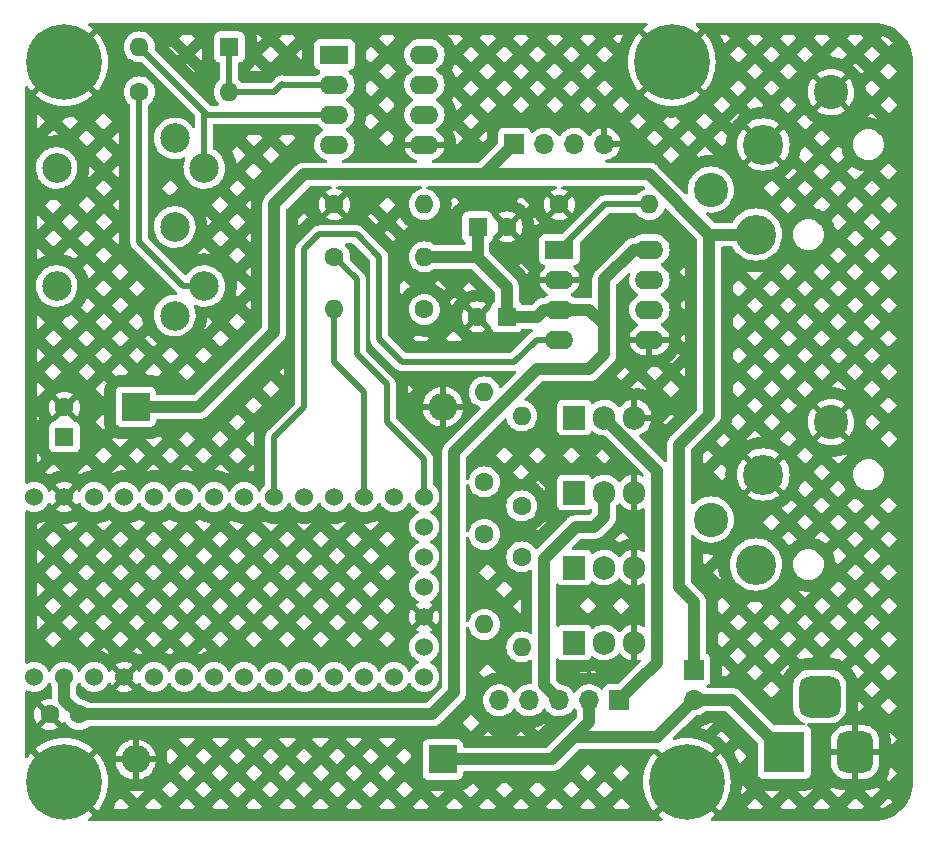
<source format=gbr>
%TF.GenerationSoftware,KiCad,Pcbnew,6.0.4+dfsg-1+b1*%
%TF.CreationDate,2022-05-07T15:52:57-05:00*%
%TF.ProjectId,color-spray,61726475-696e-46f2-9d6d-6964692d6172,rev?*%
%TF.SameCoordinates,Original*%
%TF.FileFunction,Copper,L1,Top*%
%TF.FilePolarity,Positive*%
%FSLAX46Y46*%
G04 Gerber Fmt 4.6, Leading zero omitted, Abs format (unit mm)*
G04 Created by KiCad (PCBNEW 6.0.4+dfsg-1+b1) date 2022-05-07 15:52:57*
%MOMM*%
%LPD*%
G01*
G04 APERTURE LIST*
G04 Aperture macros list*
%AMRoundRect*
0 Rectangle with rounded corners*
0 $1 Rounding radius*
0 $2 $3 $4 $5 $6 $7 $8 $9 X,Y pos of 4 corners*
0 Add a 4 corners polygon primitive as box body*
4,1,4,$2,$3,$4,$5,$6,$7,$8,$9,$2,$3,0*
0 Add four circle primitives for the rounded corners*
1,1,$1+$1,$2,$3*
1,1,$1+$1,$4,$5*
1,1,$1+$1,$6,$7*
1,1,$1+$1,$8,$9*
0 Add four rect primitives between the rounded corners*
20,1,$1+$1,$2,$3,$4,$5,0*
20,1,$1+$1,$4,$5,$6,$7,0*
20,1,$1+$1,$6,$7,$8,$9,0*
20,1,$1+$1,$8,$9,$2,$3,0*%
G04 Aperture macros list end*
%TA.AperFunction,ComponentPad*%
%ADD10R,1.905000X2.000000*%
%TD*%
%TA.AperFunction,ComponentPad*%
%ADD11O,1.905000X2.000000*%
%TD*%
%TA.AperFunction,ComponentPad*%
%ADD12R,1.700000X1.700000*%
%TD*%
%TA.AperFunction,ComponentPad*%
%ADD13O,1.700000X1.700000*%
%TD*%
%TA.AperFunction,ComponentPad*%
%ADD14RoundRect,0.875000X0.875000X0.875000X-0.875000X0.875000X-0.875000X-0.875000X0.875000X-0.875000X0*%
%TD*%
%TA.AperFunction,ComponentPad*%
%ADD15RoundRect,0.750000X0.750000X1.000000X-0.750000X1.000000X-0.750000X-1.000000X0.750000X-1.000000X0*%
%TD*%
%TA.AperFunction,ComponentPad*%
%ADD16R,3.500000X3.500000*%
%TD*%
%TA.AperFunction,ComponentPad*%
%ADD17C,1.600000*%
%TD*%
%TA.AperFunction,ComponentPad*%
%ADD18O,1.600000X1.600000*%
%TD*%
%TA.AperFunction,ComponentPad*%
%ADD19C,2.900000*%
%TD*%
%TA.AperFunction,ComponentPad*%
%ADD20C,3.400000*%
%TD*%
%TA.AperFunction,ComponentPad*%
%ADD21C,6.400000*%
%TD*%
%TA.AperFunction,ComponentPad*%
%ADD22C,2.500000*%
%TD*%
%TA.AperFunction,ComponentPad*%
%ADD23R,2.400000X1.600000*%
%TD*%
%TA.AperFunction,ComponentPad*%
%ADD24O,2.400000X1.600000*%
%TD*%
%TA.AperFunction,ComponentPad*%
%ADD25O,2.400000X2.400000*%
%TD*%
%TA.AperFunction,ComponentPad*%
%ADD26R,2.400000X2.400000*%
%TD*%
%TA.AperFunction,ComponentPad*%
%ADD27R,1.600000X1.600000*%
%TD*%
%TA.AperFunction,ComponentPad*%
%ADD28C,1.524000*%
%TD*%
%TA.AperFunction,Conductor*%
%ADD29C,1.000000*%
%TD*%
%TA.AperFunction,Conductor*%
%ADD30C,0.500000*%
%TD*%
G04 APERTURE END LIST*
D10*
%TO.P,Q4,1,G*%
%TO.N,Net-(R4-Pad2)*%
X165100000Y-113284000D03*
D11*
%TO.P,Q4,2,D*%
%TO.N,Net-(J6-Pad5)*%
X167640000Y-113284000D03*
%TO.P,Q4,3,S*%
%TO.N,GND*%
X170180000Y-113284000D03*
%TD*%
D10*
%TO.P,Q3,1,G*%
%TO.N,Net-(R3-Pad2)*%
X165100000Y-106934000D03*
D11*
%TO.P,Q3,2,D*%
%TO.N,Net-(J6-Pad4)*%
X167640000Y-106934000D03*
%TO.P,Q3,3,S*%
%TO.N,GND*%
X170180000Y-106934000D03*
%TD*%
D10*
%TO.P,Q2,1,G*%
%TO.N,Net-(R2-Pad2)*%
X165100000Y-100584000D03*
D11*
%TO.P,Q2,2,D*%
%TO.N,Net-(J6-Pad3)*%
X167640000Y-100584000D03*
%TO.P,Q2,3,S*%
%TO.N,GND*%
X170180000Y-100584000D03*
%TD*%
D10*
%TO.P,Q1,1,G*%
%TO.N,Net-(R1-Pad2)*%
X165100000Y-94234000D03*
D11*
%TO.P,Q1,2,D*%
%TO.N,Net-(Q1-Pad2)*%
X167640000Y-94234000D03*
%TO.P,Q1,3,S*%
%TO.N,GND*%
X170180000Y-94234000D03*
%TD*%
D12*
%TO.P,JP1,1,A*%
%TO.N,+5V*%
X175260000Y-115570000D03*
D13*
%TO.P,JP1,2,B*%
%TO.N,Net-(C4-Pad1)*%
X175260000Y-118110000D03*
%TD*%
D14*
%TO.P,J5,3*%
%TO.N,N/C*%
X185880000Y-117855000D03*
D15*
%TO.P,J5,2*%
%TO.N,GND*%
X188880000Y-122555000D03*
D16*
%TO.P,J5,1*%
%TO.N,Net-(C4-Pad1)*%
X182880000Y-122555000D03*
%TD*%
D17*
%TO.P,R7,1*%
%TO.N,MIDI_Rx*%
X144790000Y-80635000D03*
D18*
%TO.P,R7,2*%
%TO.N,+5VD*%
X152410000Y-80635000D03*
%TD*%
D17*
%TO.P,R6,1*%
%TO.N,GND*%
X144790000Y-76190000D03*
D18*
%TO.P,R6,2*%
%TO.N,Net-(U2-Pad7)*%
X152410000Y-76190000D03*
%TD*%
D19*
%TO.P,J2,G*%
%TO.N,GND*%
X186840000Y-66680000D03*
%TO.P,J2,3*%
%TO.N,Net-(J2-Pad3)*%
X176670000Y-74930000D03*
D20*
%TO.P,J2,2*%
%TO.N,+5V*%
X180485000Y-78740000D03*
%TO.P,J2,1*%
%TO.N,GND*%
X181120000Y-71120000D03*
%TD*%
D17*
%TO.P,R1,1*%
%TO.N,RGB_W*%
X157490000Y-99685000D03*
D18*
%TO.P,R1,2*%
%TO.N,Net-(R1-Pad2)*%
X157490000Y-92065000D03*
%TD*%
D17*
%TO.P,R2,1*%
%TO.N,RGB_G*%
X160665000Y-101717000D03*
D18*
%TO.P,R2,2*%
%TO.N,Net-(R2-Pad2)*%
X160665000Y-94097000D03*
%TD*%
D17*
%TO.P,C1,1*%
%TO.N,+5VD*%
X123180000Y-119370000D03*
%TO.P,C1,2*%
%TO.N,GND*%
X120680000Y-119370000D03*
%TD*%
D21*
%TO.P,H3,1,1*%
%TO.N,GND*%
X174625000Y-125085000D03*
%TD*%
%TO.P,H1,1,1*%
%TO.N,GND*%
X121930000Y-64125000D03*
%TD*%
D22*
%TO.P,J1,1*%
%TO.N,unconnected-(J1-Pad1)*%
X131280000Y-85595000D03*
%TO.P,J1,2*%
%TO.N,unconnected-(J1-Pad2)*%
X131280000Y-78095000D03*
%TO.P,J1,3*%
%TO.N,unconnected-(J1-Pad3)*%
X131280000Y-70595000D03*
%TO.P,J1,4*%
%TO.N,Net-(J1-Pad4)*%
X133780000Y-83095000D03*
%TO.P,J1,5*%
%TO.N,Net-(J1-Pad5)*%
X133780000Y-73095000D03*
%TO.P,J1,6*%
%TO.N,N/C*%
X121280000Y-73095000D03*
X121280000Y-83095000D03*
%TD*%
D23*
%TO.P,U3,1,R*%
%TO.N,Net-(U3-Pad1)*%
X163850000Y-80010000D03*
D24*
%TO.P,U3,2,~{RE}*%
%TO.N,GND*%
X163850000Y-82550000D03*
%TO.P,U3,3,DE*%
%TO.N,+5VD*%
X163850000Y-85090000D03*
%TO.P,U3,4,D*%
%TO.N,DMX_Tx*%
X163850000Y-87630000D03*
%TO.P,U3,5,GND*%
%TO.N,GND*%
X171470000Y-87630000D03*
%TO.P,U3,6,A*%
%TO.N,Net-(J4-Pad3)*%
X171470000Y-85090000D03*
%TO.P,U3,7,B*%
%TO.N,Net-(J4-Pad2)*%
X171470000Y-82550000D03*
%TO.P,U3,8,VCC*%
%TO.N,+5VD*%
X171470000Y-80010000D03*
%TD*%
D17*
%TO.P,R8,1*%
%TO.N,Net-(J2-Pad3)*%
X152410000Y-85080000D03*
D18*
%TO.P,R8,2*%
%TO.N,ARGB_D*%
X144790000Y-85080000D03*
%TD*%
D21*
%TO.P,H2,1,1*%
%TO.N,GND*%
X173355000Y-64125000D03*
%TD*%
D12*
%TO.P,J3,1,Pin_1*%
%TO.N,+5V*%
X160040000Y-71040000D03*
D13*
%TO.P,J3,2,Pin_2*%
%TO.N,Net-(J2-Pad3)*%
X162580000Y-71040000D03*
%TO.P,J3,3,Pin_3*%
%TO.N,unconnected-(J3-Pad3)*%
X165120000Y-71040000D03*
%TO.P,J3,4,Pin_4*%
%TO.N,GND*%
X167660000Y-71040000D03*
%TD*%
D23*
%TO.P,U2,1,NC*%
%TO.N,unconnected-(U2-Pad1)*%
X144800000Y-63500000D03*
D24*
%TO.P,U2,2,C1*%
%TO.N,Net-(U2-Pad2)*%
X144800000Y-66040000D03*
%TO.P,U2,3,C2*%
%TO.N,Net-(J1-Pad5)*%
X144800000Y-68580000D03*
%TO.P,U2,4,NC*%
%TO.N,unconnected-(U2-Pad4)*%
X144800000Y-71120000D03*
%TO.P,U2,5,GND*%
%TO.N,GND*%
X152420000Y-71120000D03*
%TO.P,U2,6,VO2*%
%TO.N,MIDI_Rx*%
X152420000Y-68580000D03*
%TO.P,U2,7,VO1*%
%TO.N,Net-(U2-Pad7)*%
X152420000Y-66040000D03*
%TO.P,U2,8,VCC*%
%TO.N,+5VD*%
X152420000Y-63500000D03*
%TD*%
D17*
%TO.P,R4,1*%
%TO.N,RGB_B*%
X160665000Y-106035000D03*
D18*
%TO.P,R4,2*%
%TO.N,Net-(R4-Pad2)*%
X160665000Y-113655000D03*
%TD*%
D25*
%TO.P,C4,2*%
%TO.N,GND*%
X127970000Y-123180000D03*
D26*
%TO.P,C4,1*%
%TO.N,Net-(C4-Pad1)*%
X153970000Y-123180000D03*
%TD*%
%TO.P,C2,1*%
%TO.N,+5V*%
X127980000Y-93335000D03*
D25*
%TO.P,C2,2*%
%TO.N,GND*%
X153980000Y-93335000D03*
%TD*%
D27*
%TO.P,D1,1,K*%
%TO.N,Net-(U2-Pad2)*%
X135900000Y-62855000D03*
D18*
%TO.P,D1,2,A*%
%TO.N,Net-(J1-Pad5)*%
X128280000Y-62855000D03*
%TD*%
D12*
%TO.P,J6,1,Pin_1*%
%TO.N,Net-(Q1-Pad2)*%
X168915000Y-118170000D03*
D13*
%TO.P,J6,2,Pin_2*%
%TO.N,Net-(C4-Pad1)*%
X166375000Y-118170000D03*
%TO.P,J6,3,Pin_3*%
%TO.N,Net-(J6-Pad3)*%
X163835000Y-118170000D03*
%TO.P,J6,4,Pin_4*%
%TO.N,Net-(J6-Pad4)*%
X161295000Y-118170000D03*
%TO.P,J6,5,Pin_5*%
%TO.N,Net-(J6-Pad5)*%
X158755000Y-118170000D03*
%TD*%
D17*
%TO.P,R9,1*%
%TO.N,GND*%
X163840000Y-76190000D03*
D18*
%TO.P,R9,2*%
%TO.N,Net-(U3-Pad1)*%
X171460000Y-76190000D03*
%TD*%
D19*
%TO.P,J4,G*%
%TO.N,GND*%
X186840000Y-94620000D03*
%TO.P,J4,3*%
%TO.N,Net-(J4-Pad3)*%
X176670000Y-102870000D03*
D20*
%TO.P,J4,2*%
%TO.N,Net-(J4-Pad2)*%
X180485000Y-106680000D03*
%TO.P,J4,1*%
%TO.N,GND*%
X181120000Y-99060000D03*
%TD*%
D27*
%TO.P,C3,1*%
%TO.N,+5V*%
X121930000Y-95875000D03*
D17*
%TO.P,C3,2*%
%TO.N,GND*%
X121930000Y-93375000D03*
%TD*%
D21*
%TO.P,H4,1,1*%
%TO.N,GND*%
X121930000Y-125085000D03*
%TD*%
D27*
%TO.P,C6,1*%
%TO.N,+5VD*%
X159395000Y-85715000D03*
D17*
%TO.P,C6,2*%
%TO.N,GND*%
X156895000Y-85715000D03*
%TD*%
%TO.P,R3,1*%
%TO.N,RGB_R*%
X157490000Y-104130000D03*
D18*
%TO.P,R3,2*%
%TO.N,Net-(R3-Pad2)*%
X157490000Y-111750000D03*
%TD*%
D27*
%TO.P,C5,1*%
%TO.N,+5VD*%
X156919887Y-78095000D03*
D17*
%TO.P,C5,2*%
%TO.N,GND*%
X159419887Y-78095000D03*
%TD*%
%TO.P,R5,1*%
%TO.N,Net-(J1-Pad4)*%
X128280000Y-66665000D03*
D18*
%TO.P,R5,2*%
%TO.N,Net-(U2-Pad2)*%
X135900000Y-66665000D03*
%TD*%
D28*
%TO.P,U1,1,RST*%
%TO.N,unconnected-(U1-Pad1)*%
X119390000Y-116195000D03*
%TO.P,U1,2,5V*%
%TO.N,+5VD*%
X121930000Y-116195000D03*
%TO.P,U1,3,AREF*%
%TO.N,unconnected-(U1-Pad3)*%
X124470000Y-116195000D03*
%TO.P,U1,4,G*%
%TO.N,GND*%
X127010000Y-116195000D03*
%TO.P,U1,5,A0*%
%TO.N,unconnected-(U1-Pad5)*%
X129550000Y-116195000D03*
%TO.P,U1,6,A1*%
%TO.N,unconnected-(U1-Pad6)*%
X132090000Y-116195000D03*
%TO.P,U1,7,A2*%
%TO.N,unconnected-(U1-Pad7)*%
X134630000Y-116195000D03*
%TO.P,U1,8,A3*%
%TO.N,unconnected-(U1-Pad8)*%
X137170000Y-116195000D03*
%TO.P,U1,9,A4*%
%TO.N,unconnected-(U1-Pad9)*%
X139710000Y-116195000D03*
%TO.P,U1,10,A5*%
%TO.N,unconnected-(U1-Pad10)*%
X142250000Y-116195000D03*
%TO.P,U1,11,SCK*%
%TO.N,unconnected-(U1-Pad11)*%
X144790000Y-116195000D03*
%TO.P,U1,12,MO*%
%TO.N,unconnected-(U1-Pad12)*%
X147330000Y-116195000D03*
%TO.P,U1,13,MI*%
%TO.N,unconnected-(U1-Pad13)*%
X149870000Y-116195000D03*
%TO.P,U1,14,En*%
%TO.N,unconnected-(U1-Pad14)*%
X152410000Y-116195000D03*
%TO.P,U1,15*%
%TO.N,N/C*%
X152410000Y-113655000D03*
%TO.P,U1,16,G*%
%TO.N,GND*%
X152410000Y-111115000D03*
%TO.P,U1,17,D8*%
%TO.N,unconnected-(U1-Pad17)*%
X152410000Y-108575000D03*
%TO.P,U1,18,D6*%
%TO.N,unconnected-(U1-Pad18)*%
X152410000Y-106035000D03*
%TO.P,U1,19,D4*%
%TO.N,unconnected-(U1-Pad19)*%
X152410000Y-103495000D03*
%TO.P,U1,20,D0/RX*%
%TO.N,MIDI_Rx*%
X152410000Y-100955000D03*
%TO.P,U1,21,D1/TX*%
%TO.N,unconnected-(U1-Pad21)*%
X149870000Y-100955000D03*
%TO.P,U1,22,D2/SDA*%
%TO.N,ARGB_D*%
X147330000Y-100955000D03*
%TO.P,U1,23,D3/SCL*%
%TO.N,unconnected-(U1-Pad23)*%
X144790000Y-100955000D03*
%TO.P,U1,24,D5*%
%TO.N,RGB_W*%
X142250000Y-100955000D03*
%TO.P,U1,25,D7*%
%TO.N,DMX_Tx*%
X139710000Y-100955000D03*
%TO.P,U1,26,D9*%
%TO.N,RGB_R*%
X137170000Y-100955000D03*
%TO.P,U1,27,D10*%
%TO.N,RGB_G*%
X134630000Y-100955000D03*
%TO.P,U1,28,D11*%
%TO.N,RGB_B*%
X132090000Y-100955000D03*
%TO.P,U1,29,D12*%
%TO.N,unconnected-(U1-Pad29)*%
X129550000Y-100955000D03*
%TO.P,U1,30,D13*%
%TO.N,unconnected-(U1-Pad30)*%
X127010000Y-100955000D03*
%TO.P,U1,31,USB*%
%TO.N,+5V*%
X124470000Y-100955000D03*
%TO.P,U1,32,G*%
%TO.N,GND*%
X121930000Y-100955000D03*
%TO.P,U1,33,BAT*%
%TO.N,unconnected-(U1-Pad33)*%
X119390000Y-100955000D03*
%TD*%
D29*
%TO.N,Net-(C4-Pad1)*%
X163195000Y-123180000D02*
X165095000Y-121280000D01*
X165095000Y-121280000D02*
X166375000Y-120000000D01*
X175260000Y-118110000D02*
X172090000Y-121280000D01*
X172090000Y-121280000D02*
X165095000Y-121280000D01*
X153980000Y-123180000D02*
X163195000Y-123180000D01*
X166375000Y-120000000D02*
X166375000Y-118170000D01*
%TO.N,Net-(Q1-Pad2)*%
X172095000Y-114990000D02*
X170530000Y-116555000D01*
X170530000Y-116555000D02*
X168915000Y-118170000D01*
%TO.N,Net-(C4-Pad1)*%
X175260000Y-118110000D02*
X178435000Y-118110000D01*
X178435000Y-118110000D02*
X182880000Y-122555000D01*
%TO.N,+5V*%
X176530000Y-78740000D02*
X176530000Y-93980000D01*
X176530000Y-93980000D02*
X173990000Y-96520000D01*
X173990000Y-108585000D02*
X175260000Y-109855000D01*
X175260000Y-109855000D02*
X175260000Y-115570000D01*
X173990000Y-96520000D02*
X173990000Y-108585000D01*
X157430000Y-73650000D02*
X171440000Y-73650000D01*
X171440000Y-73650000D02*
X176530000Y-78740000D01*
X176530000Y-78740000D02*
X180485000Y-78740000D01*
%TO.N,+5VD*%
X152420000Y-63500000D02*
X152430000Y-63490000D01*
X167650000Y-86350000D02*
X166390000Y-85090000D01*
X167650000Y-88890000D02*
X167650000Y-86350000D01*
X163850000Y-85090000D02*
X162560000Y-85090000D01*
X167650000Y-82540000D02*
X170180000Y-80010000D01*
X156855000Y-80635000D02*
X156919887Y-80699887D01*
X161935000Y-90160000D02*
X166380000Y-90160000D01*
X159395000Y-83175000D02*
X156919887Y-80699887D01*
X167650000Y-86350000D02*
X167650000Y-82540000D01*
X162560000Y-85090000D02*
X161935000Y-85715000D01*
X153045000Y-119370000D02*
X154950000Y-117465000D01*
X159395000Y-85715000D02*
X159395000Y-83175000D01*
X166380000Y-90160000D02*
X167650000Y-88890000D01*
X170180000Y-80010000D02*
X171470000Y-80010000D01*
X121930000Y-118120000D02*
X123180000Y-119370000D01*
X152410000Y-80635000D02*
X156855000Y-80635000D01*
X154950000Y-97145000D02*
X161935000Y-90160000D01*
X163850000Y-85090000D02*
X165100000Y-85090000D01*
X166390000Y-85090000D02*
X163850000Y-85090000D01*
X123180000Y-119370000D02*
X153045000Y-119370000D01*
X121930000Y-116195000D02*
X121930000Y-118120000D01*
X156919887Y-80699887D02*
X156919887Y-78095000D01*
X161935000Y-85715000D02*
X159395000Y-85715000D01*
X154950000Y-117465000D02*
X154950000Y-97145000D01*
%TO.N,+5V*%
X139710000Y-76190000D02*
X142250000Y-73650000D01*
X127980000Y-93335000D02*
X133360000Y-93335000D01*
X157430000Y-73650000D02*
X160040000Y-71040000D01*
X139710000Y-86985000D02*
X139710000Y-76190000D01*
X142250000Y-73650000D02*
X156855000Y-73650000D01*
X133360000Y-93335000D02*
X139710000Y-86985000D01*
X156855000Y-73650000D02*
X157430000Y-73650000D01*
%TO.N,GND*%
X173060730Y-125735000D02*
X173045730Y-125720000D01*
X173045730Y-125720000D02*
X172095000Y-125720000D01*
X174000000Y-125735000D02*
X173060730Y-125735000D01*
D30*
%TO.N,Net-(U2-Pad2)*%
X139710000Y-66665000D02*
X140345000Y-66030000D01*
X135900000Y-66665000D02*
X139710000Y-66665000D01*
X140345000Y-66030000D02*
X140355000Y-66040000D01*
X140355000Y-66040000D02*
X144800000Y-66040000D01*
X135900000Y-62855000D02*
X135900000Y-66665000D01*
%TO.N,Net-(J1-Pad5)*%
X144800000Y-68580000D02*
X134005000Y-68580000D01*
X128280000Y-62855000D02*
X133677500Y-68252500D01*
X134005000Y-68580000D02*
X133677500Y-68252500D01*
X133780000Y-68355000D02*
X133780000Y-73095000D01*
X133677500Y-68252500D02*
X133780000Y-68355000D01*
%TO.N,Net-(J1-Pad4)*%
X132010000Y-83095000D02*
X128280000Y-79365000D01*
X133780000Y-83095000D02*
X132010000Y-83095000D01*
X128280000Y-79365000D02*
X128280000Y-66665000D01*
D29*
%TO.N,Net-(Q1-Pad2)*%
X167650000Y-94280000D02*
X172095000Y-98725000D01*
X172095000Y-98725000D02*
X172095000Y-114990000D01*
%TO.N,Net-(J6-Pad3)*%
X162570000Y-116905000D02*
X163835000Y-118170000D01*
X167650000Y-100630000D02*
X167650000Y-102630000D01*
X167650000Y-102630000D02*
X166785000Y-103495000D01*
X162570000Y-106168478D02*
X162570000Y-116905000D01*
X166785000Y-103495000D02*
X165243478Y-103495000D01*
X165243478Y-103495000D02*
X162570000Y-106168478D01*
D30*
%TO.N,MIDI_Rx*%
X149235000Y-91430000D02*
X146695000Y-88890000D01*
X152410000Y-100955000D02*
X152410000Y-97780000D01*
X149235000Y-94605000D02*
X149235000Y-91430000D01*
X146695000Y-82540000D02*
X144790000Y-80635000D01*
X152410000Y-97780000D02*
X149235000Y-94605000D01*
X146695000Y-88890000D02*
X146695000Y-82540000D01*
%TO.N,ARGB_D*%
X147330000Y-92065000D02*
X147330000Y-100955000D01*
X144790000Y-89525000D02*
X147330000Y-92065000D01*
X144790000Y-85080000D02*
X144790000Y-89525000D01*
%TO.N,Net-(U3-Pad1)*%
X167670000Y-76190000D02*
X163850000Y-80010000D01*
X171460000Y-76190000D02*
X167670000Y-76190000D01*
%TO.N,DMX_Tx*%
X148600000Y-80635000D02*
X146695000Y-78730000D01*
X143520000Y-78730000D02*
X142250000Y-80000000D01*
X161925000Y-87630000D02*
X160030000Y-89525000D01*
X148600000Y-87620000D02*
X148600000Y-80635000D01*
X163850000Y-87630000D02*
X161925000Y-87630000D01*
X150505000Y-89525000D02*
X148600000Y-87620000D01*
X142250000Y-80000000D02*
X142250000Y-93335000D01*
X142250000Y-93335000D02*
X139710000Y-95875000D01*
X160030000Y-89525000D02*
X150505000Y-89525000D01*
X146695000Y-78730000D02*
X143520000Y-78730000D01*
X139710000Y-95875000D02*
X139710000Y-100955000D01*
%TD*%
%TA.AperFunction,Conductor*%
%TO.N,GND*%
G36*
X171273437Y-60843502D02*
G01*
X171319930Y-60897158D01*
X171330034Y-60967432D01*
X171300540Y-61032012D01*
X171273940Y-61055173D01*
X171175265Y-61119253D01*
X171169939Y-61123123D01*
X170931165Y-61316478D01*
X170922700Y-61328733D01*
X170929034Y-61339824D01*
X173342188Y-63752978D01*
X173356132Y-63760592D01*
X173357965Y-63760461D01*
X173364580Y-63756210D01*
X175780100Y-61340690D01*
X175787241Y-61327614D01*
X175779784Y-61317247D01*
X175540065Y-61123126D01*
X175534728Y-61119249D01*
X175436059Y-61055172D01*
X175389822Y-61001296D01*
X175380053Y-60930975D01*
X175409853Y-60866535D01*
X175469762Y-60828436D01*
X175504684Y-60823500D01*
X190460633Y-60823500D01*
X190480018Y-60825000D01*
X190494851Y-60827310D01*
X190494855Y-60827310D01*
X190503724Y-60828691D01*
X190522436Y-60826244D01*
X190545366Y-60825353D01*
X190848503Y-60841240D01*
X190861617Y-60842618D01*
X191189898Y-60894613D01*
X191202799Y-60897355D01*
X191464331Y-60967432D01*
X191523846Y-60983379D01*
X191536382Y-60987453D01*
X191712797Y-61055172D01*
X191846672Y-61106562D01*
X191858720Y-61111926D01*
X192154867Y-61262820D01*
X192166288Y-61269414D01*
X192445040Y-61450437D01*
X192455710Y-61458190D01*
X192714004Y-61667352D01*
X192723805Y-61676177D01*
X192958823Y-61911195D01*
X192967648Y-61920996D01*
X193176810Y-62179290D01*
X193184563Y-62189960D01*
X193365586Y-62468712D01*
X193372180Y-62480133D01*
X193523074Y-62776280D01*
X193528438Y-62788328D01*
X193639483Y-63077607D01*
X193647545Y-63098610D01*
X193651621Y-63111154D01*
X193737645Y-63432202D01*
X193740387Y-63445102D01*
X193791419Y-63767299D01*
X193792382Y-63773382D01*
X193793760Y-63786499D01*
X193806744Y-64034249D01*
X193805417Y-64060228D01*
X193801500Y-64085386D01*
X193801500Y-125121513D01*
X193802136Y-125125953D01*
X193805677Y-125150684D01*
X193806776Y-125175138D01*
X193793760Y-125423500D01*
X193792382Y-125436616D01*
X193775712Y-125541868D01*
X193740387Y-125764898D01*
X193737645Y-125777798D01*
X193651621Y-126098846D01*
X193647547Y-126111382D01*
X193646045Y-126115297D01*
X193528438Y-126421672D01*
X193523074Y-126433720D01*
X193372180Y-126729867D01*
X193365586Y-126741288D01*
X193184563Y-127020040D01*
X193176810Y-127030710D01*
X192967648Y-127289004D01*
X192958823Y-127298805D01*
X192723805Y-127533823D01*
X192714004Y-127542648D01*
X192455710Y-127751810D01*
X192445040Y-127759563D01*
X192166288Y-127940586D01*
X192154867Y-127947180D01*
X191858720Y-128098074D01*
X191846671Y-128103438D01*
X191536382Y-128222547D01*
X191523848Y-128226620D01*
X191328270Y-128279025D01*
X191202798Y-128312645D01*
X191189898Y-128315387D01*
X190861617Y-128367382D01*
X190848501Y-128368760D01*
X190814848Y-128370524D01*
X190552702Y-128384262D01*
X190526727Y-128382935D01*
X190525157Y-128382691D01*
X190525151Y-128382691D01*
X190516276Y-128381309D01*
X190507374Y-128382473D01*
X190507372Y-128382473D01*
X190492323Y-128384441D01*
X190484714Y-128385436D01*
X190468379Y-128386500D01*
X176774684Y-128386500D01*
X176706563Y-128366498D01*
X176660070Y-128312842D01*
X176649966Y-128242568D01*
X176679460Y-128177988D01*
X176706059Y-128154828D01*
X176804728Y-128090751D01*
X176810065Y-128086874D01*
X177048835Y-127893522D01*
X177057300Y-127881267D01*
X177050966Y-127870176D01*
X174637812Y-125457022D01*
X174623868Y-125449408D01*
X174622035Y-125449539D01*
X174615420Y-125453790D01*
X172199900Y-127869310D01*
X172192759Y-127882386D01*
X172200216Y-127892753D01*
X172439935Y-128086874D01*
X172445272Y-128090751D01*
X172543941Y-128154828D01*
X172590178Y-128208704D01*
X172599947Y-128279025D01*
X172570147Y-128343465D01*
X172510238Y-128381564D01*
X172475316Y-128386500D01*
X124079684Y-128386500D01*
X124011563Y-128366498D01*
X123965070Y-128312842D01*
X123954966Y-128242568D01*
X123984460Y-128177988D01*
X124011059Y-128154828D01*
X124109728Y-128090751D01*
X124115065Y-128086874D01*
X124353835Y-127893522D01*
X124362300Y-127881267D01*
X124355966Y-127870176D01*
X121571922Y-125086132D01*
X122294408Y-125086132D01*
X122294539Y-125087965D01*
X122298790Y-125094580D01*
X124714310Y-127510100D01*
X124727386Y-127517241D01*
X124737753Y-127509784D01*
X124930557Y-127271691D01*
X126097492Y-127271691D01*
X126214301Y-127388500D01*
X127118169Y-127388500D01*
X127374757Y-127131912D01*
X128786141Y-127131912D01*
X129042729Y-127388500D01*
X129946596Y-127388500D01*
X130203184Y-127131912D01*
X131614568Y-127131912D01*
X131871156Y-127388500D01*
X132775024Y-127388500D01*
X133031612Y-127131912D01*
X134442995Y-127131912D01*
X134699583Y-127388500D01*
X135603451Y-127388500D01*
X135860039Y-127131912D01*
X137271422Y-127131912D01*
X137528010Y-127388500D01*
X138431878Y-127388500D01*
X138688466Y-127131912D01*
X140099849Y-127131912D01*
X140356437Y-127388500D01*
X141260305Y-127388500D01*
X141516893Y-127131912D01*
X142928276Y-127131912D01*
X143184864Y-127388500D01*
X144088732Y-127388500D01*
X144345320Y-127131912D01*
X145756703Y-127131912D01*
X146013291Y-127388500D01*
X146917159Y-127388500D01*
X147173747Y-127131912D01*
X148585130Y-127131912D01*
X148841718Y-127388500D01*
X149745586Y-127388500D01*
X150002174Y-127131912D01*
X151413558Y-127131912D01*
X151670146Y-127388500D01*
X152574013Y-127388500D01*
X152830601Y-127131912D01*
X154241985Y-127131912D01*
X154498573Y-127388500D01*
X155402441Y-127388500D01*
X155659029Y-127131912D01*
X157070412Y-127131912D01*
X157327000Y-127388500D01*
X158230868Y-127388500D01*
X158487456Y-127131912D01*
X159898839Y-127131912D01*
X160155427Y-127388500D01*
X161059295Y-127388500D01*
X161315883Y-127131912D01*
X162727266Y-127131912D01*
X162983854Y-127388500D01*
X163887722Y-127388500D01*
X164144310Y-127131912D01*
X165555693Y-127131912D01*
X165812281Y-127388500D01*
X166716149Y-127388500D01*
X166972737Y-127131912D01*
X168384120Y-127131912D01*
X168640708Y-127388500D01*
X169544576Y-127388500D01*
X169801164Y-127131912D01*
X169092642Y-126423390D01*
X168384120Y-127131912D01*
X166972737Y-127131912D01*
X166264215Y-126423390D01*
X165555693Y-127131912D01*
X164144310Y-127131912D01*
X163435788Y-126423390D01*
X162727266Y-127131912D01*
X161315883Y-127131912D01*
X160607361Y-126423390D01*
X159898839Y-127131912D01*
X158487456Y-127131912D01*
X157778934Y-126423390D01*
X157070412Y-127131912D01*
X155659029Y-127131912D01*
X154950507Y-126423390D01*
X154241985Y-127131912D01*
X152830601Y-127131912D01*
X152122079Y-126423391D01*
X151413558Y-127131912D01*
X150002174Y-127131912D01*
X149293652Y-126423390D01*
X148585130Y-127131912D01*
X147173747Y-127131912D01*
X146465225Y-126423390D01*
X145756703Y-127131912D01*
X144345320Y-127131912D01*
X143636798Y-126423390D01*
X142928276Y-127131912D01*
X141516893Y-127131912D01*
X140808371Y-126423390D01*
X140099849Y-127131912D01*
X138688466Y-127131912D01*
X137979944Y-126423390D01*
X137271422Y-127131912D01*
X135860039Y-127131912D01*
X135151517Y-126423390D01*
X134442995Y-127131912D01*
X133031612Y-127131912D01*
X132323090Y-126423390D01*
X131614568Y-127131912D01*
X130203184Y-127131912D01*
X129494662Y-126423391D01*
X128786141Y-127131912D01*
X127374757Y-127131912D01*
X126666235Y-126423390D01*
X126326720Y-126762905D01*
X126253789Y-126952898D01*
X126252569Y-126955957D01*
X126237635Y-126992015D01*
X126236333Y-126995046D01*
X126230969Y-127007095D01*
X126229586Y-127010095D01*
X126212759Y-127045374D01*
X126211300Y-127048333D01*
X126097492Y-127271691D01*
X124930557Y-127271691D01*
X124931877Y-127270061D01*
X124935747Y-127264735D01*
X125143831Y-126944313D01*
X125147128Y-126938603D01*
X125320578Y-126598189D01*
X125323260Y-126592164D01*
X125460171Y-126235498D01*
X125462212Y-126229216D01*
X125561094Y-125860184D01*
X125562465Y-125853734D01*
X125563841Y-125845049D01*
X127499278Y-125845049D01*
X128080449Y-126426220D01*
X128727916Y-125778753D01*
X128536223Y-125829221D01*
X128531681Y-125830327D01*
X128477696Y-125842418D01*
X128473120Y-125843354D01*
X128454759Y-125846757D01*
X128450150Y-125847523D01*
X128395426Y-125855580D01*
X128390792Y-125856175D01*
X128332661Y-125862542D01*
X128315757Y-125863251D01*
X128115942Y-125858199D01*
X128099097Y-125856637D01*
X128033036Y-125846000D01*
X128023058Y-125843977D01*
X127951303Y-125826382D01*
X127872681Y-125850215D01*
X127848455Y-125855029D01*
X127777799Y-125861974D01*
X127759827Y-125862451D01*
X127547705Y-125852937D01*
X127529849Y-125850853D01*
X127499278Y-125845049D01*
X125563841Y-125845049D01*
X125584011Y-125717698D01*
X130200354Y-125717698D01*
X130908876Y-126426220D01*
X131617398Y-125717698D01*
X133028781Y-125717698D01*
X133737303Y-126426220D01*
X134445825Y-125717698D01*
X135857208Y-125717698D01*
X136565730Y-126426220D01*
X137274252Y-125717698D01*
X138685637Y-125717698D01*
X139394158Y-126426219D01*
X140102679Y-125717698D01*
X141514063Y-125717698D01*
X142222584Y-126426219D01*
X142931105Y-125717698D01*
X144342490Y-125717698D01*
X145051012Y-126426220D01*
X145759534Y-125717698D01*
X147170917Y-125717698D01*
X147879439Y-126426220D01*
X148587961Y-125717698D01*
X149999344Y-125717698D01*
X150707866Y-126426220D01*
X151247586Y-125886500D01*
X152996573Y-125886500D01*
X153536293Y-126426220D01*
X154076013Y-125886500D01*
X152996573Y-125886500D01*
X151247586Y-125886500D01*
X151351685Y-125782401D01*
X155720901Y-125782401D01*
X156364720Y-126426220D01*
X157073242Y-125717698D01*
X158484625Y-125717698D01*
X159193147Y-126426220D01*
X159901669Y-125717698D01*
X161313054Y-125717698D01*
X162021575Y-126426219D01*
X162730096Y-125717698D01*
X164141480Y-125717698D01*
X164850001Y-126426219D01*
X165558522Y-125717698D01*
X166969907Y-125717698D01*
X167678429Y-126426220D01*
X168386951Y-125717698D01*
X167757554Y-125088301D01*
X170912084Y-125088301D01*
X170932080Y-125469833D01*
X170932766Y-125476371D01*
X170992535Y-125853734D01*
X170993906Y-125860184D01*
X171092788Y-126229216D01*
X171094829Y-126235498D01*
X171231740Y-126592164D01*
X171234422Y-126598189D01*
X171407872Y-126938603D01*
X171411169Y-126944313D01*
X171619253Y-127264735D01*
X171623123Y-127270061D01*
X171816478Y-127508835D01*
X171828733Y-127517300D01*
X171839824Y-127510966D01*
X174252978Y-125097812D01*
X174259356Y-125086132D01*
X174989408Y-125086132D01*
X174989539Y-125087965D01*
X174993790Y-125094580D01*
X177409310Y-127510100D01*
X177422386Y-127517241D01*
X177432753Y-127509784D01*
X177626877Y-127270061D01*
X177630747Y-127264735D01*
X177717003Y-127131912D01*
X179697829Y-127131912D01*
X179954417Y-127388500D01*
X180858285Y-127388500D01*
X181114873Y-127131912D01*
X182526256Y-127131912D01*
X182782844Y-127388500D01*
X183686712Y-127388500D01*
X183943300Y-127131912D01*
X185354683Y-127131912D01*
X185611271Y-127388500D01*
X186515139Y-127388500D01*
X186771727Y-127131912D01*
X188183110Y-127131912D01*
X188439698Y-127388500D01*
X189343566Y-127388500D01*
X189600154Y-127131912D01*
X191011537Y-127131912D01*
X191168306Y-127288681D01*
X191221408Y-127274453D01*
X191446358Y-127188102D01*
X191661062Y-127078705D01*
X191863162Y-126947459D01*
X192050426Y-126795817D01*
X192071456Y-126774787D01*
X191720059Y-126423390D01*
X191011537Y-127131912D01*
X189600154Y-127131912D01*
X188891632Y-126423390D01*
X188183110Y-127131912D01*
X186771727Y-127131912D01*
X186063205Y-126423390D01*
X185354683Y-127131912D01*
X183943300Y-127131912D01*
X183234778Y-126423390D01*
X182526256Y-127131912D01*
X181114873Y-127131912D01*
X180406351Y-126423390D01*
X179697829Y-127131912D01*
X177717003Y-127131912D01*
X177838831Y-126944313D01*
X177842128Y-126938603D01*
X178015578Y-126598189D01*
X178018260Y-126592164D01*
X178155171Y-126235498D01*
X178157212Y-126229216D01*
X178157680Y-126227471D01*
X179190886Y-126227471D01*
X179606857Y-125811500D01*
X181205844Y-125811500D01*
X181820564Y-126426220D01*
X182435284Y-125811500D01*
X184034273Y-125811500D01*
X184648992Y-126426219D01*
X185357513Y-125717698D01*
X186768897Y-125717698D01*
X187477418Y-126426219D01*
X188092637Y-125811000D01*
X188067481Y-125811000D01*
X188067383Y-125810999D01*
X189690625Y-125810999D01*
X190305846Y-126426220D01*
X191014368Y-125717698D01*
X190790491Y-125493821D01*
X190764558Y-125510184D01*
X190759750Y-125513070D01*
X190740291Y-125524169D01*
X190735360Y-125526838D01*
X190676299Y-125557126D01*
X190671254Y-125559573D01*
X190467074Y-125653054D01*
X190461925Y-125655274D01*
X190400382Y-125680201D01*
X190395137Y-125682191D01*
X190374021Y-125689668D01*
X190368695Y-125691421D01*
X190305217Y-125710766D01*
X190299821Y-125712280D01*
X190082314Y-125768127D01*
X190077097Y-125769349D01*
X190015016Y-125782503D01*
X190009748Y-125783503D01*
X189988626Y-125787047D01*
X189983321Y-125787821D01*
X189920347Y-125795650D01*
X189915015Y-125796198D01*
X189773414Y-125807714D01*
X189770868Y-125807896D01*
X189740686Y-125809736D01*
X189738135Y-125809865D01*
X189727922Y-125810280D01*
X189725364Y-125810358D01*
X189695076Y-125810973D01*
X189692518Y-125810999D01*
X189690625Y-125810999D01*
X188067383Y-125810999D01*
X188064923Y-125810974D01*
X188034638Y-125810359D01*
X188032081Y-125810281D01*
X188021867Y-125809866D01*
X188019317Y-125809737D01*
X187989126Y-125807897D01*
X187986577Y-125807715D01*
X187844977Y-125796198D01*
X187839644Y-125795650D01*
X187776671Y-125787820D01*
X187771367Y-125787046D01*
X187750246Y-125783502D01*
X187744979Y-125782502D01*
X187682903Y-125769349D01*
X187677686Y-125768127D01*
X187460179Y-125712280D01*
X187454783Y-125710766D01*
X187391305Y-125691421D01*
X187385979Y-125689668D01*
X187364863Y-125682191D01*
X187359618Y-125680201D01*
X187298075Y-125655274D01*
X187292926Y-125653054D01*
X187088746Y-125559573D01*
X187083701Y-125557126D01*
X187024640Y-125526838D01*
X187019709Y-125524169D01*
X187000250Y-125513070D01*
X186995442Y-125510184D01*
X186983773Y-125502822D01*
X186768897Y-125717698D01*
X185357513Y-125717698D01*
X185297823Y-125658008D01*
X185235304Y-125686665D01*
X185227032Y-125690107D01*
X185090643Y-125741237D01*
X185083174Y-125743773D01*
X184993873Y-125771012D01*
X184986258Y-125773077D01*
X184955636Y-125780358D01*
X184947909Y-125781941D01*
X184855909Y-125797811D01*
X184848098Y-125798908D01*
X184785916Y-125805663D01*
X184782521Y-125805985D01*
X184742299Y-125809256D01*
X184738900Y-125809487D01*
X184725292Y-125810224D01*
X184721887Y-125810362D01*
X184681543Y-125811454D01*
X184678134Y-125811500D01*
X184034273Y-125811500D01*
X182435284Y-125811500D01*
X181205844Y-125811500D01*
X179606857Y-125811500D01*
X179700659Y-125717698D01*
X179324038Y-125341077D01*
X179314380Y-125525354D01*
X179314165Y-125528645D01*
X179311104Y-125567544D01*
X179310802Y-125570823D01*
X179309424Y-125583940D01*
X179309037Y-125587218D01*
X179303936Y-125625975D01*
X179303462Y-125629244D01*
X179242663Y-126013116D01*
X179242104Y-126016367D01*
X179234986Y-126054771D01*
X179234343Y-126058006D01*
X179231601Y-126070906D01*
X179230872Y-126074125D01*
X179221754Y-126112102D01*
X179220943Y-126115297D01*
X179190886Y-126227471D01*
X178157680Y-126227471D01*
X178256094Y-125860184D01*
X178257465Y-125853734D01*
X178317234Y-125476371D01*
X178317920Y-125469833D01*
X178337916Y-125088301D01*
X178337916Y-125081699D01*
X178317920Y-124700167D01*
X178317234Y-124693629D01*
X178257465Y-124316266D01*
X178256094Y-124309816D01*
X178157212Y-123940784D01*
X178155171Y-123934502D01*
X178018260Y-123577836D01*
X178015578Y-123571811D01*
X177842128Y-123231397D01*
X177838831Y-123225687D01*
X177630747Y-122905265D01*
X177626877Y-122899939D01*
X177433522Y-122661165D01*
X177421267Y-122652700D01*
X177410176Y-122659034D01*
X174997022Y-125072188D01*
X174989408Y-125086132D01*
X174259356Y-125086132D01*
X174260592Y-125083868D01*
X174260461Y-125082035D01*
X174256210Y-125075420D01*
X171840690Y-122659900D01*
X171827614Y-122652759D01*
X171817247Y-122660216D01*
X171623123Y-122899939D01*
X171619253Y-122905265D01*
X171411169Y-123225687D01*
X171407872Y-123231397D01*
X171234422Y-123571811D01*
X171231740Y-123577836D01*
X171094829Y-123934502D01*
X171092788Y-123940784D01*
X170993906Y-124309816D01*
X170992535Y-124316266D01*
X170932766Y-124693629D01*
X170932080Y-124700167D01*
X170912084Y-125081699D01*
X170912084Y-125088301D01*
X167757554Y-125088301D01*
X167678429Y-125009176D01*
X166969907Y-125717698D01*
X165558522Y-125717698D01*
X164850001Y-125009177D01*
X164141480Y-125717698D01*
X162730096Y-125717698D01*
X162198898Y-125186500D01*
X161844251Y-125186500D01*
X161313054Y-125717698D01*
X159901669Y-125717698D01*
X159370471Y-125186500D01*
X159015823Y-125186500D01*
X158484625Y-125717698D01*
X157073242Y-125717698D01*
X156542044Y-125186500D01*
X156444537Y-125186500D01*
X156424337Y-125217873D01*
X156419222Y-125225228D01*
X156331868Y-125341784D01*
X156326244Y-125348757D01*
X156256791Y-125428866D01*
X156250684Y-125435423D01*
X156225423Y-125460684D01*
X156218866Y-125466791D01*
X156138757Y-125536244D01*
X156131784Y-125541868D01*
X156015228Y-125629222D01*
X156007873Y-125634337D01*
X155918736Y-125691728D01*
X155911036Y-125696307D01*
X155879701Y-125713463D01*
X155871693Y-125717483D01*
X155775304Y-125761665D01*
X155767032Y-125765107D01*
X155720901Y-125782401D01*
X151351685Y-125782401D01*
X151416388Y-125717698D01*
X150707866Y-125009176D01*
X149999344Y-125717698D01*
X148587961Y-125717698D01*
X147879439Y-125009176D01*
X147170917Y-125717698D01*
X145759534Y-125717698D01*
X145051012Y-125009176D01*
X144342490Y-125717698D01*
X142931105Y-125717698D01*
X142222584Y-125009177D01*
X141514063Y-125717698D01*
X140102679Y-125717698D01*
X139394158Y-125009177D01*
X138685637Y-125717698D01*
X137274252Y-125717698D01*
X136565730Y-125009176D01*
X135857208Y-125717698D01*
X134445825Y-125717698D01*
X133737303Y-125009176D01*
X133028781Y-125717698D01*
X131617398Y-125717698D01*
X130908876Y-125009176D01*
X130200354Y-125717698D01*
X125584011Y-125717698D01*
X125622234Y-125476371D01*
X125622920Y-125469833D01*
X125642916Y-125088301D01*
X125642916Y-125081699D01*
X125622920Y-124700167D01*
X125622234Y-124693629D01*
X125562465Y-124316266D01*
X125561094Y-124309816D01*
X125462212Y-123940784D01*
X125460171Y-123934502D01*
X125323260Y-123577836D01*
X125320578Y-123571811D01*
X125260275Y-123453460D01*
X126282852Y-123453460D01*
X126318593Y-123633143D01*
X126321082Y-123642118D01*
X126403708Y-123872250D01*
X126407505Y-123880778D01*
X126523234Y-124096160D01*
X126528245Y-124104027D01*
X126674550Y-124299953D01*
X126680656Y-124306977D01*
X126854316Y-124479127D01*
X126861398Y-124485176D01*
X127058586Y-124629760D01*
X127066505Y-124634708D01*
X127282877Y-124748547D01*
X127291451Y-124752275D01*
X127522282Y-124832885D01*
X127531291Y-124835299D01*
X127698201Y-124866988D01*
X127711261Y-124865704D01*
X127715506Y-124852360D01*
X128224000Y-124852360D01*
X128228171Y-124866565D01*
X128240933Y-124868620D01*
X128277487Y-124864617D01*
X128286649Y-124862919D01*
X128523107Y-124800665D01*
X128531926Y-124797628D01*
X128756584Y-124701107D01*
X128764856Y-124696800D01*
X128972777Y-124568135D01*
X128980317Y-124562657D01*
X129166943Y-124404668D01*
X129173593Y-124398132D01*
X129256596Y-124303485D01*
X131614568Y-124303485D01*
X132323090Y-125012007D01*
X133031612Y-124303485D01*
X134442995Y-124303485D01*
X135151517Y-125012007D01*
X135860039Y-124303485D01*
X137271422Y-124303485D01*
X137979944Y-125012007D01*
X138688466Y-124303485D01*
X140099849Y-124303485D01*
X140808371Y-125012007D01*
X141516893Y-124303485D01*
X142928276Y-124303485D01*
X143636798Y-125012007D01*
X144345320Y-124303485D01*
X145756703Y-124303485D01*
X146465225Y-125012007D01*
X147173747Y-124303485D01*
X148585130Y-124303485D01*
X149293652Y-125012007D01*
X150002174Y-124303485D01*
X149293652Y-123594963D01*
X148585130Y-124303485D01*
X147173747Y-124303485D01*
X146465225Y-123594963D01*
X145756703Y-124303485D01*
X144345320Y-124303485D01*
X143636798Y-123594963D01*
X142928276Y-124303485D01*
X141516893Y-124303485D01*
X140808371Y-123594963D01*
X140099849Y-124303485D01*
X138688466Y-124303485D01*
X137979944Y-123594963D01*
X137271422Y-124303485D01*
X135860039Y-124303485D01*
X135151517Y-123594963D01*
X134442995Y-124303485D01*
X133031612Y-124303485D01*
X132323090Y-123594963D01*
X131614568Y-124303485D01*
X129256596Y-124303485D01*
X129334813Y-124214295D01*
X129340420Y-124206854D01*
X129472700Y-124001202D01*
X129477147Y-123993011D01*
X129577572Y-123770076D01*
X129580767Y-123761298D01*
X129647135Y-123525973D01*
X129648993Y-123516844D01*
X129657246Y-123451969D01*
X129654958Y-123437708D01*
X129641938Y-123434000D01*
X128242115Y-123434000D01*
X128226876Y-123438475D01*
X128225671Y-123439865D01*
X128224000Y-123447548D01*
X128224000Y-124852360D01*
X127715506Y-124852360D01*
X127716000Y-124850808D01*
X127716000Y-123452115D01*
X127711525Y-123436876D01*
X127710135Y-123435671D01*
X127702452Y-123434000D01*
X126297096Y-123434000D01*
X126284695Y-123437641D01*
X126282852Y-123453460D01*
X125260275Y-123453460D01*
X125147128Y-123231397D01*
X125143831Y-123225687D01*
X124937508Y-122907976D01*
X126280675Y-122907976D01*
X126283435Y-122922703D01*
X126295614Y-122926000D01*
X127697885Y-122926000D01*
X127713124Y-122921525D01*
X127714329Y-122920135D01*
X127716000Y-122912452D01*
X127716000Y-122907885D01*
X128224000Y-122907885D01*
X128228475Y-122923124D01*
X128229865Y-122924329D01*
X128237548Y-122926000D01*
X129645671Y-122926000D01*
X129659202Y-122922027D01*
X129660634Y-122912068D01*
X129608979Y-122683786D01*
X129606255Y-122674875D01*
X129537934Y-122499186D01*
X130590439Y-122499186D01*
X130637178Y-122705745D01*
X130637708Y-122708198D01*
X130643682Y-122737278D01*
X130644161Y-122739737D01*
X130645986Y-122749613D01*
X130648059Y-122769993D01*
X130652886Y-123011720D01*
X130651628Y-123032168D01*
X130641524Y-123102442D01*
X130639430Y-123113486D01*
X130619919Y-123196053D01*
X130627986Y-123217786D01*
X130634270Y-123241675D01*
X130645516Y-123311776D01*
X130647090Y-123329685D01*
X130647195Y-123336112D01*
X130908876Y-123597793D01*
X131617398Y-122889271D01*
X133028781Y-122889271D01*
X133737303Y-123597793D01*
X134445825Y-122889271D01*
X135857208Y-122889271D01*
X136565730Y-123597793D01*
X137274252Y-122889271D01*
X138685637Y-122889271D01*
X139394158Y-123597792D01*
X140102679Y-122889271D01*
X141514063Y-122889271D01*
X142222584Y-123597792D01*
X142931105Y-122889271D01*
X144342490Y-122889271D01*
X145051012Y-123597793D01*
X145759534Y-122889271D01*
X147170917Y-122889271D01*
X147879439Y-123597793D01*
X148587961Y-122889271D01*
X149999344Y-122889271D01*
X150707866Y-123597793D01*
X151263500Y-123042159D01*
X151263500Y-122736383D01*
X150707866Y-122180749D01*
X149999344Y-122889271D01*
X148587961Y-122889271D01*
X147879439Y-122180749D01*
X147170917Y-122889271D01*
X145759534Y-122889271D01*
X145051012Y-122180749D01*
X144342490Y-122889271D01*
X142931105Y-122889271D01*
X142222584Y-122180750D01*
X141514063Y-122889271D01*
X140102679Y-122889271D01*
X139394158Y-122180750D01*
X138685637Y-122889271D01*
X137274252Y-122889271D01*
X136565730Y-122180749D01*
X135857208Y-122889271D01*
X134445825Y-122889271D01*
X133737303Y-122180749D01*
X133028781Y-122889271D01*
X131617398Y-122889271D01*
X130908876Y-122180749D01*
X130590439Y-122499186D01*
X129537934Y-122499186D01*
X129517633Y-122446983D01*
X129513619Y-122438567D01*
X129392286Y-122226281D01*
X129387070Y-122218548D01*
X129235692Y-122026525D01*
X129229399Y-122019657D01*
X129051294Y-121852112D01*
X129044060Y-121846254D01*
X128843141Y-121706872D01*
X128835115Y-121702144D01*
X128615810Y-121593995D01*
X128607177Y-121590507D01*
X128374288Y-121515958D01*
X128365238Y-121513785D01*
X128241880Y-121493696D01*
X128228286Y-121495393D01*
X128224000Y-121509500D01*
X128224000Y-122907885D01*
X127716000Y-122907885D01*
X127716000Y-121508859D01*
X127711982Y-121495175D01*
X127698290Y-121493154D01*
X127618521Y-121504010D01*
X127609403Y-121505948D01*
X127374668Y-121574367D01*
X127365915Y-121577639D01*
X127143869Y-121680004D01*
X127135714Y-121684524D01*
X126931233Y-121818587D01*
X126923828Y-121824270D01*
X126741413Y-121987082D01*
X126734935Y-121993790D01*
X126578584Y-122181781D01*
X126573163Y-122189381D01*
X126446322Y-122398409D01*
X126442084Y-122406726D01*
X126347529Y-122632214D01*
X126344572Y-122641052D01*
X126284382Y-122878048D01*
X126282764Y-122887228D01*
X126280675Y-122907976D01*
X124937508Y-122907976D01*
X124935747Y-122905265D01*
X124931877Y-122899939D01*
X124738522Y-122661165D01*
X124726267Y-122652700D01*
X124715176Y-122659034D01*
X122302022Y-125072188D01*
X122294408Y-125086132D01*
X121571922Y-125086132D01*
X119145690Y-122659900D01*
X119132614Y-122652759D01*
X119122247Y-122660216D01*
X118928123Y-122899939D01*
X118924253Y-122905265D01*
X118860173Y-123003940D01*
X118806296Y-123050177D01*
X118735975Y-123059947D01*
X118671535Y-123030147D01*
X118633436Y-122970239D01*
X118628500Y-122935316D01*
X118628500Y-122288733D01*
X119497700Y-122288733D01*
X119504034Y-122299824D01*
X121917188Y-124712978D01*
X121931132Y-124720592D01*
X121932965Y-124720461D01*
X121939580Y-124716210D01*
X124355100Y-122300690D01*
X124362241Y-122287614D01*
X124354784Y-122277247D01*
X124115065Y-122083126D01*
X124109728Y-122079249D01*
X123789315Y-121871170D01*
X123783606Y-121867873D01*
X123443189Y-121694422D01*
X123437164Y-121691740D01*
X123080498Y-121554829D01*
X123074216Y-121552788D01*
X122784124Y-121475058D01*
X131614568Y-121475058D01*
X132323090Y-122183580D01*
X133031612Y-121475058D01*
X134442995Y-121475058D01*
X135151517Y-122183580D01*
X135860039Y-121475058D01*
X137271422Y-121475058D01*
X137979944Y-122183580D01*
X138688466Y-121475058D01*
X140099849Y-121475058D01*
X140808371Y-122183580D01*
X141516893Y-121475058D01*
X142928276Y-121475058D01*
X143636798Y-122183580D01*
X144345320Y-121475058D01*
X145756703Y-121475058D01*
X146465225Y-122183580D01*
X147173747Y-121475058D01*
X148585130Y-121475058D01*
X149293652Y-122183580D01*
X150002174Y-121475058D01*
X149903616Y-121376500D01*
X148683688Y-121376500D01*
X148585130Y-121475058D01*
X147173747Y-121475058D01*
X147075189Y-121376500D01*
X145855261Y-121376500D01*
X145756703Y-121475058D01*
X144345320Y-121475058D01*
X144246762Y-121376500D01*
X143026834Y-121376500D01*
X142928276Y-121475058D01*
X141516893Y-121475058D01*
X141418335Y-121376500D01*
X140198407Y-121376500D01*
X140099849Y-121475058D01*
X138688466Y-121475058D01*
X138589908Y-121376500D01*
X137369980Y-121376500D01*
X137271422Y-121475058D01*
X135860039Y-121475058D01*
X135761481Y-121376500D01*
X134541553Y-121376500D01*
X134442995Y-121475058D01*
X133031612Y-121475058D01*
X132933054Y-121376500D01*
X131713126Y-121376500D01*
X131614568Y-121475058D01*
X122784124Y-121475058D01*
X122705184Y-121453906D01*
X122698734Y-121452535D01*
X122321371Y-121392766D01*
X122314833Y-121392080D01*
X121933301Y-121372084D01*
X121926699Y-121372084D01*
X121545167Y-121392080D01*
X121538629Y-121392766D01*
X121161266Y-121452535D01*
X121154816Y-121453906D01*
X120785784Y-121552788D01*
X120779502Y-121554829D01*
X120422836Y-121691740D01*
X120416811Y-121694422D01*
X120076397Y-121867872D01*
X120070687Y-121871169D01*
X119750265Y-122079253D01*
X119744939Y-122083123D01*
X119506165Y-122276478D01*
X119497700Y-122288733D01*
X118628500Y-122288733D01*
X118628500Y-121173500D01*
X157371970Y-121173500D01*
X158185898Y-121173500D01*
X160200397Y-121173500D01*
X161014325Y-121173500D01*
X160607361Y-120766536D01*
X160200397Y-121173500D01*
X158185898Y-121173500D01*
X157778934Y-120766536D01*
X157371970Y-121173500D01*
X118628500Y-121173500D01*
X118628500Y-120456062D01*
X119958493Y-120456062D01*
X119967789Y-120468077D01*
X120018994Y-120503931D01*
X120028489Y-120509414D01*
X120225947Y-120601490D01*
X120236239Y-120605236D01*
X120446688Y-120661625D01*
X120457481Y-120663528D01*
X120674525Y-120682517D01*
X120685475Y-120682517D01*
X120902519Y-120663528D01*
X120913312Y-120661625D01*
X121123761Y-120605236D01*
X121134053Y-120601490D01*
X121331511Y-120509414D01*
X121341006Y-120503931D01*
X121393048Y-120467491D01*
X121401424Y-120457012D01*
X121394356Y-120443566D01*
X120692812Y-119742022D01*
X120678868Y-119734408D01*
X120677035Y-119734539D01*
X120670420Y-119738790D01*
X119964923Y-120444287D01*
X119958493Y-120456062D01*
X118628500Y-120456062D01*
X118628500Y-119375475D01*
X119367483Y-119375475D01*
X119386472Y-119592519D01*
X119388375Y-119603312D01*
X119444764Y-119813761D01*
X119448510Y-119824053D01*
X119540586Y-120021511D01*
X119546069Y-120031006D01*
X119582509Y-120083048D01*
X119592988Y-120091424D01*
X119606434Y-120084356D01*
X120307978Y-119382812D01*
X120315592Y-119368868D01*
X120315461Y-119367035D01*
X120311210Y-119360420D01*
X119605713Y-118654923D01*
X119593938Y-118648493D01*
X119581923Y-118657789D01*
X119546069Y-118708994D01*
X119540586Y-118718489D01*
X119448510Y-118915947D01*
X119444764Y-118926239D01*
X119388375Y-119136688D01*
X119386472Y-119147481D01*
X119367483Y-119364525D01*
X119367483Y-119375475D01*
X118628500Y-119375475D01*
X118628500Y-117439529D01*
X118648502Y-117371408D01*
X118702158Y-117324915D01*
X118772432Y-117314811D01*
X118807750Y-117325334D01*
X118844814Y-117342617D01*
X118953804Y-117393440D01*
X118959112Y-117394862D01*
X118959114Y-117394863D01*
X119019461Y-117411033D01*
X119168537Y-117450978D01*
X119390000Y-117470353D01*
X119611463Y-117450978D01*
X119760539Y-117411033D01*
X119820886Y-117394863D01*
X119820888Y-117394862D01*
X119826196Y-117393440D01*
X119886054Y-117365528D01*
X120022690Y-117301814D01*
X120022695Y-117301811D01*
X120027677Y-117299488D01*
X120200370Y-117178567D01*
X120205270Y-117175136D01*
X120205273Y-117175134D01*
X120209781Y-117171977D01*
X120366977Y-117014781D01*
X120370683Y-117009489D01*
X120491331Y-116837185D01*
X120491332Y-116837183D01*
X120494488Y-116832676D01*
X120496811Y-116827694D01*
X120496814Y-116827689D01*
X120545805Y-116722627D01*
X120592723Y-116669342D01*
X120661000Y-116649881D01*
X120728960Y-116670423D01*
X120774195Y-116722627D01*
X120823186Y-116827689D01*
X120823189Y-116827694D01*
X120825512Y-116832676D01*
X120828668Y-116837183D01*
X120828669Y-116837185D01*
X120898713Y-116937218D01*
X120921500Y-117009489D01*
X120921500Y-117940627D01*
X120901498Y-118008748D01*
X120847842Y-118055241D01*
X120784519Y-118066148D01*
X120685475Y-118057483D01*
X120674525Y-118057483D01*
X120457481Y-118076472D01*
X120446688Y-118078375D01*
X120236239Y-118134764D01*
X120225947Y-118138510D01*
X120028489Y-118230586D01*
X120018994Y-118236069D01*
X119966952Y-118272509D01*
X119958576Y-118282988D01*
X119965644Y-118296434D01*
X121754287Y-120085077D01*
X121766062Y-120091507D01*
X121778077Y-120082211D01*
X121813934Y-120031002D01*
X121820591Y-120019472D01*
X121871973Y-119970479D01*
X121941687Y-119957042D01*
X122007598Y-119983429D01*
X122038829Y-120019472D01*
X122040153Y-120021765D01*
X122042477Y-120026749D01*
X122081312Y-120082211D01*
X122167569Y-120205398D01*
X122173802Y-120214300D01*
X122335700Y-120376198D01*
X122340208Y-120379355D01*
X122340211Y-120379357D01*
X122379425Y-120406815D01*
X122523251Y-120507523D01*
X122528233Y-120509846D01*
X122528238Y-120509849D01*
X122725775Y-120601961D01*
X122730757Y-120604284D01*
X122736065Y-120605706D01*
X122736067Y-120605707D01*
X122946598Y-120662119D01*
X122946600Y-120662119D01*
X122951913Y-120663543D01*
X123180000Y-120683498D01*
X123408087Y-120663543D01*
X123413400Y-120662119D01*
X123413402Y-120662119D01*
X123623933Y-120605707D01*
X123623935Y-120605706D01*
X123629243Y-120604284D01*
X123634225Y-120601961D01*
X123831762Y-120509849D01*
X123831767Y-120509846D01*
X123836749Y-120507523D01*
X123988469Y-120401287D01*
X124060740Y-120378500D01*
X152983157Y-120378500D01*
X152996764Y-120379237D01*
X153028262Y-120382659D01*
X153028267Y-120382659D01*
X153034388Y-120383324D01*
X153060638Y-120381027D01*
X153084388Y-120378950D01*
X153089214Y-120378621D01*
X153091686Y-120378500D01*
X153094769Y-120378500D01*
X153106738Y-120377326D01*
X153137506Y-120374310D01*
X153138819Y-120374188D01*
X153183084Y-120370315D01*
X153231413Y-120366087D01*
X153236532Y-120364600D01*
X153241833Y-120364080D01*
X153330834Y-120337209D01*
X153331967Y-120336874D01*
X153415414Y-120312630D01*
X153415418Y-120312628D01*
X153421336Y-120310909D01*
X153426068Y-120308456D01*
X153431169Y-120306916D01*
X153449426Y-120297209D01*
X153513260Y-120263269D01*
X153514426Y-120262657D01*
X153591453Y-120222729D01*
X153596926Y-120219892D01*
X153601089Y-120216569D01*
X153605796Y-120214066D01*
X153677918Y-120155245D01*
X153678774Y-120154554D01*
X153717973Y-120123262D01*
X153720477Y-120120758D01*
X153721195Y-120120116D01*
X153725528Y-120116415D01*
X153759062Y-120089065D01*
X153777811Y-120066402D01*
X153782409Y-120060844D01*
X155656198Y-120060844D01*
X156364720Y-120769366D01*
X156646566Y-120487520D01*
X161739728Y-120487520D01*
X162021574Y-120769366D01*
X162608327Y-120182613D01*
X162565918Y-120157832D01*
X162517023Y-120189765D01*
X162512639Y-120192502D01*
X162494903Y-120203074D01*
X162490413Y-120205627D01*
X162436645Y-120234759D01*
X162432053Y-120237126D01*
X162231443Y-120335404D01*
X162226761Y-120337580D01*
X162170802Y-120362205D01*
X162166033Y-120364189D01*
X162146809Y-120371724D01*
X162141957Y-120373511D01*
X162084094Y-120393493D01*
X162079173Y-120395081D01*
X161865205Y-120459275D01*
X161860226Y-120460658D01*
X161800948Y-120475823D01*
X161795915Y-120477001D01*
X161775717Y-120481294D01*
X161770640Y-120482264D01*
X161739728Y-120487520D01*
X156646566Y-120487520D01*
X157073242Y-120060844D01*
X156364720Y-119352322D01*
X155656198Y-120060844D01*
X153782409Y-120060844D01*
X153788287Y-120053738D01*
X153796277Y-120044958D01*
X155619379Y-118221855D01*
X155629522Y-118212753D01*
X155654218Y-118192897D01*
X155659025Y-118189032D01*
X155691292Y-118150578D01*
X155694472Y-118146931D01*
X155696115Y-118145119D01*
X155698309Y-118142925D01*
X155725642Y-118109651D01*
X155726348Y-118108800D01*
X155753475Y-118076472D01*
X155786154Y-118037526D01*
X155788722Y-118032856D01*
X155792103Y-118028739D01*
X155835977Y-117946914D01*
X155836606Y-117945755D01*
X155878462Y-117869619D01*
X155878465Y-117869611D01*
X155881433Y-117864213D01*
X155883045Y-117859131D01*
X155885562Y-117854437D01*
X155912747Y-117765523D01*
X155913139Y-117764265D01*
X155939372Y-117681567D01*
X155941235Y-117675694D01*
X155941829Y-117670403D01*
X155943388Y-117665302D01*
X155952790Y-117572737D01*
X155952925Y-117571470D01*
X155958108Y-117525270D01*
X155958108Y-117525265D01*
X155958500Y-117521773D01*
X155958500Y-117518248D01*
X155958555Y-117517263D01*
X155959004Y-117511559D01*
X155962752Y-117474666D01*
X155962752Y-117474661D01*
X155963374Y-117468538D01*
X155959059Y-117422891D01*
X155958500Y-117411033D01*
X155958500Y-115818203D01*
X157070412Y-115818203D01*
X157453736Y-116201527D01*
X157483979Y-116180703D01*
X157488296Y-116177860D01*
X157505769Y-116166857D01*
X157510197Y-116164194D01*
X157563249Y-116133750D01*
X157567782Y-116131271D01*
X157765931Y-116028121D01*
X157770562Y-116025829D01*
X157825927Y-115999835D01*
X157830647Y-115997736D01*
X157849682Y-115989734D01*
X157854485Y-115987830D01*
X157911820Y-115966449D01*
X157916701Y-115964742D01*
X158129036Y-115895340D01*
X158133981Y-115893835D01*
X158192868Y-115877228D01*
X158197869Y-115875928D01*
X158217955Y-115871143D01*
X158223003Y-115870049D01*
X158283041Y-115858324D01*
X158288133Y-115857438D01*
X158477143Y-115828516D01*
X158487456Y-115818203D01*
X157778934Y-115109681D01*
X157070412Y-115818203D01*
X155958500Y-115818203D01*
X155958500Y-112047085D01*
X155978502Y-111978964D01*
X156032158Y-111932471D01*
X156102432Y-111922367D01*
X156167012Y-111951861D01*
X156206207Y-112014474D01*
X156241004Y-112144336D01*
X156255716Y-112199243D01*
X156258039Y-112204224D01*
X156258039Y-112204225D01*
X156350151Y-112401762D01*
X156350154Y-112401767D01*
X156352477Y-112406749D01*
X156378077Y-112443309D01*
X156451513Y-112548186D01*
X156483802Y-112594300D01*
X156645700Y-112756198D01*
X156650208Y-112759355D01*
X156650211Y-112759357D01*
X156656922Y-112764056D01*
X156833251Y-112887523D01*
X156838233Y-112889846D01*
X156838238Y-112889849D01*
X157035775Y-112981961D01*
X157040757Y-112984284D01*
X157046065Y-112985706D01*
X157046067Y-112985707D01*
X157256598Y-113042119D01*
X157256600Y-113042119D01*
X157261913Y-113043543D01*
X157490000Y-113063498D01*
X157718087Y-113043543D01*
X157723400Y-113042119D01*
X157723402Y-113042119D01*
X157933933Y-112985707D01*
X157933935Y-112985706D01*
X157939243Y-112984284D01*
X157944225Y-112981961D01*
X158141762Y-112889849D01*
X158141767Y-112889846D01*
X158146749Y-112887523D01*
X158323078Y-112764056D01*
X158329789Y-112759357D01*
X158329792Y-112759355D01*
X158334300Y-112756198D01*
X158496198Y-112594300D01*
X158528488Y-112548186D01*
X158601923Y-112443309D01*
X158627523Y-112406749D01*
X158629846Y-112401767D01*
X158629849Y-112401762D01*
X158721961Y-112204225D01*
X158721961Y-112204224D01*
X158724284Y-112199243D01*
X158738997Y-112144336D01*
X158782119Y-111983402D01*
X158782119Y-111983400D01*
X158783543Y-111978087D01*
X158803498Y-111750000D01*
X158783543Y-111521913D01*
X158724284Y-111300757D01*
X158640218Y-111120475D01*
X158629849Y-111098238D01*
X158629846Y-111098233D01*
X158627523Y-111093251D01*
X158496198Y-110905700D01*
X158334300Y-110743802D01*
X158329792Y-110740645D01*
X158329789Y-110740643D01*
X158234603Y-110673993D01*
X158146749Y-110612477D01*
X158141767Y-110610154D01*
X158141762Y-110610151D01*
X157944225Y-110518039D01*
X157944224Y-110518039D01*
X157939243Y-110515716D01*
X157933935Y-110514294D01*
X157933933Y-110514293D01*
X157723402Y-110457881D01*
X157723400Y-110457881D01*
X157718087Y-110456457D01*
X157490000Y-110436502D01*
X157261913Y-110456457D01*
X157256600Y-110457881D01*
X157256598Y-110457881D01*
X157046067Y-110514293D01*
X157046065Y-110514294D01*
X157040757Y-110515716D01*
X157035776Y-110518039D01*
X157035775Y-110518039D01*
X156838238Y-110610151D01*
X156838233Y-110610154D01*
X156833251Y-110612477D01*
X156745397Y-110673993D01*
X156650211Y-110740643D01*
X156650208Y-110740645D01*
X156645700Y-110743802D01*
X156483802Y-110905700D01*
X156352477Y-111093251D01*
X156350154Y-111098233D01*
X156350151Y-111098238D01*
X156339782Y-111120475D01*
X156255716Y-111300757D01*
X156254294Y-111306065D01*
X156254293Y-111306067D01*
X156206207Y-111485526D01*
X156169255Y-111546149D01*
X156105394Y-111577170D01*
X156034900Y-111568742D01*
X155980153Y-111523539D01*
X155958500Y-111452915D01*
X155958500Y-110161349D01*
X159898839Y-110161349D01*
X160563500Y-110826010D01*
X160563500Y-109496688D01*
X159898839Y-110161349D01*
X155958500Y-110161349D01*
X155958500Y-108747135D01*
X158484626Y-108747135D01*
X159193147Y-109455656D01*
X159901668Y-108747135D01*
X159193147Y-108038614D01*
X158484626Y-108747135D01*
X155958500Y-108747135D01*
X155958500Y-107332922D01*
X157070412Y-107332922D01*
X157778934Y-108041444D01*
X158487456Y-107332922D01*
X157778934Y-106624400D01*
X157070412Y-107332922D01*
X155958500Y-107332922D01*
X155958500Y-104427085D01*
X155978502Y-104358964D01*
X156032158Y-104312471D01*
X156102432Y-104302367D01*
X156167012Y-104331861D01*
X156206207Y-104394474D01*
X156245784Y-104542175D01*
X156255716Y-104579243D01*
X156258039Y-104584224D01*
X156258039Y-104584225D01*
X156350151Y-104781762D01*
X156350154Y-104781767D01*
X156352477Y-104786749D01*
X156383322Y-104830800D01*
X156479468Y-104968110D01*
X156483802Y-104974300D01*
X156645700Y-105136198D01*
X156650208Y-105139355D01*
X156650211Y-105139357D01*
X156717971Y-105186803D01*
X156833251Y-105267523D01*
X156838233Y-105269846D01*
X156838238Y-105269849D01*
X157035775Y-105361961D01*
X157040757Y-105364284D01*
X157046065Y-105365706D01*
X157046067Y-105365707D01*
X157256598Y-105422119D01*
X157256600Y-105422119D01*
X157261913Y-105423543D01*
X157490000Y-105443498D01*
X157718087Y-105423543D01*
X157723400Y-105422119D01*
X157723402Y-105422119D01*
X157933933Y-105365707D01*
X157933935Y-105365706D01*
X157939243Y-105364284D01*
X157944225Y-105361961D01*
X158141762Y-105269849D01*
X158141767Y-105269846D01*
X158146749Y-105267523D01*
X158262029Y-105186803D01*
X158329789Y-105139357D01*
X158329792Y-105139355D01*
X158334300Y-105136198D01*
X158496198Y-104974300D01*
X158500533Y-104968110D01*
X158596678Y-104830800D01*
X158627523Y-104786749D01*
X158629846Y-104781767D01*
X158629849Y-104781762D01*
X158721961Y-104584225D01*
X158721961Y-104584224D01*
X158724284Y-104579243D01*
X158734217Y-104542175D01*
X158782119Y-104363402D01*
X158782119Y-104363400D01*
X158783543Y-104358087D01*
X158803498Y-104130000D01*
X158783543Y-103901913D01*
X158754243Y-103792563D01*
X158725707Y-103686067D01*
X158725706Y-103686065D01*
X158724284Y-103680757D01*
X158720097Y-103671777D01*
X161894550Y-103671777D01*
X162021575Y-103798802D01*
X162730096Y-103090281D01*
X162606017Y-102966202D01*
X162488711Y-103133731D01*
X162485459Y-103138166D01*
X162445825Y-103189816D01*
X162442383Y-103194105D01*
X162428265Y-103210929D01*
X162424642Y-103215059D01*
X162380691Y-103263022D01*
X162376890Y-103266992D01*
X162214992Y-103428890D01*
X162211022Y-103432691D01*
X162163059Y-103476642D01*
X162158929Y-103480265D01*
X162142105Y-103494383D01*
X162137816Y-103497825D01*
X162086166Y-103537459D01*
X162081731Y-103540711D01*
X161894550Y-103671777D01*
X158720097Y-103671777D01*
X158658273Y-103539195D01*
X158629849Y-103478238D01*
X158629846Y-103478233D01*
X158627523Y-103473251D01*
X158496198Y-103285700D01*
X158334300Y-103123802D01*
X158329792Y-103120645D01*
X158329789Y-103120643D01*
X158242720Y-103059677D01*
X158146749Y-102992477D01*
X158141767Y-102990154D01*
X158141762Y-102990151D01*
X157944225Y-102898039D01*
X157944224Y-102898039D01*
X157939243Y-102895716D01*
X157933935Y-102894294D01*
X157933933Y-102894293D01*
X157723402Y-102837881D01*
X157723400Y-102837881D01*
X157718087Y-102836457D01*
X157490000Y-102816502D01*
X157261913Y-102836457D01*
X157256600Y-102837881D01*
X157256598Y-102837881D01*
X157046067Y-102894293D01*
X157046065Y-102894294D01*
X157040757Y-102895716D01*
X157035776Y-102898039D01*
X157035775Y-102898039D01*
X156838238Y-102990151D01*
X156838233Y-102990154D01*
X156833251Y-102992477D01*
X156737280Y-103059677D01*
X156650211Y-103120643D01*
X156650208Y-103120645D01*
X156645700Y-103123802D01*
X156483802Y-103285700D01*
X156352477Y-103473251D01*
X156350154Y-103478233D01*
X156350151Y-103478238D01*
X156321727Y-103539195D01*
X156255716Y-103680757D01*
X156254294Y-103686065D01*
X156254293Y-103686067D01*
X156206207Y-103865526D01*
X156169255Y-103926149D01*
X156105394Y-103957170D01*
X156034900Y-103948742D01*
X155980153Y-103903539D01*
X155958500Y-103832915D01*
X155958500Y-101717000D01*
X159351502Y-101717000D01*
X159371457Y-101945087D01*
X159372881Y-101950400D01*
X159372881Y-101950402D01*
X159429064Y-102160076D01*
X159430716Y-102166243D01*
X159433039Y-102171224D01*
X159433039Y-102171225D01*
X159525151Y-102368762D01*
X159525154Y-102368767D01*
X159527477Y-102373749D01*
X159580585Y-102449595D01*
X159655472Y-102556544D01*
X159658802Y-102561300D01*
X159820700Y-102723198D01*
X159825208Y-102726355D01*
X159825211Y-102726357D01*
X159852486Y-102745455D01*
X160008251Y-102854523D01*
X160013233Y-102856846D01*
X160013238Y-102856849D01*
X160190164Y-102939350D01*
X160215757Y-102951284D01*
X160221065Y-102952706D01*
X160221067Y-102952707D01*
X160431598Y-103009119D01*
X160431600Y-103009119D01*
X160436913Y-103010543D01*
X160665000Y-103030498D01*
X160893087Y-103010543D01*
X160898400Y-103009119D01*
X160898402Y-103009119D01*
X161108933Y-102952707D01*
X161108935Y-102952706D01*
X161114243Y-102951284D01*
X161139836Y-102939350D01*
X161316762Y-102856849D01*
X161316767Y-102856846D01*
X161321749Y-102854523D01*
X161477514Y-102745455D01*
X161504789Y-102726357D01*
X161504792Y-102726355D01*
X161509300Y-102723198D01*
X161671198Y-102561300D01*
X161674529Y-102556544D01*
X161749415Y-102449595D01*
X161802523Y-102373749D01*
X161804846Y-102368767D01*
X161804849Y-102368762D01*
X161896961Y-102171225D01*
X161896961Y-102171224D01*
X161899284Y-102166243D01*
X161900937Y-102160076D01*
X161957119Y-101950402D01*
X161957119Y-101950400D01*
X161958543Y-101945087D01*
X161978498Y-101717000D01*
X161958543Y-101488913D01*
X161951934Y-101464248D01*
X161900707Y-101273067D01*
X161900706Y-101273065D01*
X161899284Y-101267757D01*
X161896961Y-101262775D01*
X161804849Y-101065238D01*
X161804846Y-101065233D01*
X161802523Y-101060251D01*
X161702190Y-100916961D01*
X161674357Y-100877211D01*
X161674355Y-100877208D01*
X161671198Y-100872700D01*
X161509300Y-100710802D01*
X161504792Y-100707645D01*
X161504789Y-100707643D01*
X161426611Y-100652902D01*
X161321749Y-100579477D01*
X161316767Y-100577154D01*
X161316762Y-100577151D01*
X161119225Y-100485039D01*
X161119224Y-100485039D01*
X161114243Y-100482716D01*
X161108935Y-100481294D01*
X161108933Y-100481293D01*
X160898402Y-100424881D01*
X160898400Y-100424881D01*
X160893087Y-100423457D01*
X160665000Y-100403502D01*
X160436913Y-100423457D01*
X160431600Y-100424881D01*
X160431598Y-100424881D01*
X160221067Y-100481293D01*
X160221065Y-100481294D01*
X160215757Y-100482716D01*
X160210776Y-100485039D01*
X160210775Y-100485039D01*
X160013238Y-100577151D01*
X160013233Y-100577154D01*
X160008251Y-100579477D01*
X159903389Y-100652902D01*
X159825211Y-100707643D01*
X159825208Y-100707645D01*
X159820700Y-100710802D01*
X159658802Y-100872700D01*
X159655645Y-100877208D01*
X159655643Y-100877211D01*
X159627810Y-100916961D01*
X159527477Y-101060251D01*
X159525154Y-101065233D01*
X159525151Y-101065238D01*
X159433039Y-101262775D01*
X159430716Y-101267757D01*
X159429294Y-101273065D01*
X159429293Y-101273067D01*
X159378066Y-101464248D01*
X159371457Y-101488913D01*
X159351502Y-101717000D01*
X155958500Y-101717000D01*
X155958500Y-99982085D01*
X155978502Y-99913964D01*
X156032158Y-99867471D01*
X156102432Y-99857367D01*
X156167012Y-99886861D01*
X156206207Y-99949474D01*
X156255716Y-100134243D01*
X156258039Y-100139224D01*
X156258039Y-100139225D01*
X156350151Y-100336762D01*
X156350154Y-100336767D01*
X156352477Y-100341749D01*
X156425902Y-100446611D01*
X156480171Y-100524114D01*
X156483802Y-100529300D01*
X156645700Y-100691198D01*
X156650208Y-100694355D01*
X156650211Y-100694357D01*
X156698578Y-100728224D01*
X156833251Y-100822523D01*
X156838233Y-100824846D01*
X156838238Y-100824849D01*
X157012702Y-100906202D01*
X157040757Y-100919284D01*
X157046065Y-100920706D01*
X157046067Y-100920707D01*
X157256598Y-100977119D01*
X157256600Y-100977119D01*
X157261913Y-100978543D01*
X157490000Y-100998498D01*
X157718087Y-100978543D01*
X157723400Y-100977119D01*
X157723402Y-100977119D01*
X157933933Y-100920707D01*
X157933935Y-100920706D01*
X157939243Y-100919284D01*
X157967298Y-100906202D01*
X158141762Y-100824849D01*
X158141767Y-100824846D01*
X158146749Y-100822523D01*
X158281422Y-100728224D01*
X158329789Y-100694357D01*
X158329792Y-100694355D01*
X158334300Y-100691198D01*
X158496198Y-100529300D01*
X158499830Y-100524114D01*
X158554098Y-100446611D01*
X158627523Y-100341749D01*
X158629846Y-100336767D01*
X158629849Y-100336762D01*
X158721961Y-100139225D01*
X158721961Y-100139224D01*
X158724284Y-100134243D01*
X158758886Y-100005110D01*
X158782119Y-99918402D01*
X158782119Y-99918400D01*
X158783543Y-99913087D01*
X158799538Y-99730263D01*
X161844644Y-99730263D01*
X161889610Y-99758910D01*
X161894180Y-99761964D01*
X162081731Y-99893289D01*
X162086166Y-99896541D01*
X162137816Y-99936175D01*
X162142105Y-99939617D01*
X162158929Y-99953735D01*
X162163059Y-99957358D01*
X162211022Y-100001309D01*
X162214992Y-100005110D01*
X162376890Y-100167008D01*
X162380691Y-100170978D01*
X162424642Y-100218941D01*
X162428265Y-100223071D01*
X162442383Y-100239895D01*
X162445825Y-100244184D01*
X162485459Y-100295834D01*
X162488711Y-100300269D01*
X162572302Y-100419648D01*
X162641000Y-100350950D01*
X162641000Y-100172758D01*
X162021575Y-99553333D01*
X161844644Y-99730263D01*
X158799538Y-99730263D01*
X158803498Y-99685000D01*
X158783543Y-99456913D01*
X158779071Y-99440223D01*
X158725707Y-99241067D01*
X158725706Y-99241065D01*
X158724284Y-99235757D01*
X158710815Y-99206872D01*
X158629849Y-99033238D01*
X158629846Y-99033233D01*
X158627523Y-99028251D01*
X158521796Y-98877257D01*
X158501059Y-98847641D01*
X159898839Y-98847641D01*
X160469951Y-99418753D01*
X160578019Y-99409299D01*
X160583503Y-99408940D01*
X160648521Y-99406101D01*
X160654018Y-99405981D01*
X160675982Y-99405981D01*
X160681479Y-99406101D01*
X160746497Y-99408940D01*
X160751981Y-99409299D01*
X160754044Y-99409480D01*
X161315883Y-98847641D01*
X160607361Y-98139119D01*
X159898839Y-98847641D01*
X158501059Y-98847641D01*
X158499357Y-98845211D01*
X158499355Y-98845208D01*
X158496198Y-98840700D01*
X158334300Y-98678802D01*
X158329792Y-98675645D01*
X158329789Y-98675643D01*
X158230007Y-98605775D01*
X158146749Y-98547477D01*
X158141767Y-98545154D01*
X158141762Y-98545151D01*
X157944225Y-98453039D01*
X157944224Y-98453039D01*
X157939243Y-98450716D01*
X157933935Y-98449294D01*
X157933933Y-98449293D01*
X157723402Y-98392881D01*
X157723400Y-98392881D01*
X157718087Y-98391457D01*
X157490000Y-98371502D01*
X157261913Y-98391457D01*
X157256600Y-98392881D01*
X157256598Y-98392881D01*
X157046067Y-98449293D01*
X157046065Y-98449294D01*
X157040757Y-98450716D01*
X157035776Y-98453039D01*
X157035775Y-98453039D01*
X156838238Y-98545151D01*
X156838233Y-98545154D01*
X156833251Y-98547477D01*
X156749993Y-98605775D01*
X156650211Y-98675643D01*
X156650208Y-98675645D01*
X156645700Y-98678802D01*
X156483802Y-98840700D01*
X156480645Y-98845208D01*
X156480643Y-98845211D01*
X156458204Y-98877257D01*
X156352477Y-99028251D01*
X156350154Y-99033233D01*
X156350151Y-99033238D01*
X156269185Y-99206872D01*
X156255716Y-99235757D01*
X156254294Y-99241065D01*
X156254293Y-99241067D01*
X156206207Y-99420526D01*
X156169255Y-99481149D01*
X156105394Y-99512170D01*
X156034900Y-99503742D01*
X155980153Y-99458539D01*
X155958500Y-99387915D01*
X155958500Y-97614925D01*
X155978502Y-97546804D01*
X155995405Y-97525830D01*
X156087808Y-97433427D01*
X158484625Y-97433427D01*
X158930823Y-97879625D01*
X158962816Y-97904175D01*
X158967105Y-97907617D01*
X158983929Y-97921735D01*
X158988059Y-97925358D01*
X159036022Y-97969309D01*
X159039992Y-97973110D01*
X159200989Y-98134107D01*
X159901669Y-97433427D01*
X161313054Y-97433427D01*
X162021575Y-98141948D01*
X162730096Y-97433427D01*
X164141480Y-97433427D01*
X164785553Y-98077500D01*
X164914450Y-98077500D01*
X165558521Y-97433428D01*
X166969908Y-97433428D01*
X167613394Y-98076914D01*
X167741894Y-98078483D01*
X168176379Y-97643998D01*
X167467858Y-96935477D01*
X166969908Y-97433428D01*
X165558521Y-97433428D01*
X165558522Y-97433427D01*
X164865596Y-96740500D01*
X164834407Y-96740500D01*
X164141480Y-97433427D01*
X162730096Y-97433427D01*
X162021575Y-96724906D01*
X161313054Y-97433427D01*
X159901669Y-97433427D01*
X159193147Y-96724905D01*
X158484625Y-97433427D01*
X156087808Y-97433427D01*
X157578479Y-95942756D01*
X159180092Y-94341142D01*
X159242404Y-94307116D01*
X159313219Y-94312181D01*
X159370055Y-94354728D01*
X159390894Y-94397626D01*
X159428489Y-94537930D01*
X159430716Y-94546243D01*
X159433039Y-94551224D01*
X159433039Y-94551225D01*
X159525151Y-94748762D01*
X159525154Y-94748767D01*
X159527477Y-94753749D01*
X159579675Y-94828295D01*
X159632434Y-94903642D01*
X159658802Y-94941300D01*
X159820700Y-95103198D01*
X159825208Y-95106355D01*
X159825211Y-95106357D01*
X159886510Y-95149279D01*
X160008251Y-95234523D01*
X160013233Y-95236846D01*
X160013238Y-95236849D01*
X160210775Y-95328961D01*
X160215757Y-95331284D01*
X160221065Y-95332706D01*
X160221067Y-95332707D01*
X160431598Y-95389119D01*
X160431600Y-95389119D01*
X160436913Y-95390543D01*
X160665000Y-95410498D01*
X160893087Y-95390543D01*
X160898400Y-95389119D01*
X160898402Y-95389119D01*
X161108933Y-95332707D01*
X161108935Y-95332706D01*
X161114243Y-95331284D01*
X161119225Y-95328961D01*
X161316762Y-95236849D01*
X161316767Y-95236846D01*
X161321749Y-95234523D01*
X161443490Y-95149279D01*
X161504789Y-95106357D01*
X161504792Y-95106355D01*
X161509300Y-95103198D01*
X161671198Y-94941300D01*
X161697567Y-94903642D01*
X161750325Y-94828295D01*
X161802523Y-94753749D01*
X161804846Y-94748767D01*
X161804849Y-94748762D01*
X161896961Y-94551225D01*
X161896961Y-94551224D01*
X161899284Y-94546243D01*
X161901512Y-94537930D01*
X161957119Y-94330402D01*
X161957119Y-94330400D01*
X161958543Y-94325087D01*
X161978498Y-94097000D01*
X161958543Y-93868913D01*
X161951497Y-93842617D01*
X161900707Y-93653067D01*
X161900706Y-93653065D01*
X161899284Y-93647757D01*
X161880612Y-93607714D01*
X161804849Y-93445238D01*
X161804846Y-93445233D01*
X161802523Y-93440251D01*
X161712909Y-93312269D01*
X161674357Y-93257211D01*
X161674355Y-93257208D01*
X161671198Y-93252700D01*
X161509300Y-93090802D01*
X161504792Y-93087645D01*
X161504789Y-93087643D01*
X161409354Y-93020819D01*
X161321749Y-92959477D01*
X161316767Y-92957154D01*
X161316762Y-92957151D01*
X161119225Y-92865039D01*
X161119224Y-92865039D01*
X161114243Y-92862716D01*
X161108935Y-92861294D01*
X161108933Y-92861293D01*
X161010963Y-92835042D01*
X160965626Y-92822894D01*
X160905003Y-92785942D01*
X160873982Y-92722081D01*
X160882410Y-92651587D01*
X160909142Y-92612092D01*
X161761557Y-91759677D01*
X169815230Y-91759677D01*
X170008907Y-91758362D01*
X170027129Y-91759562D01*
X170098530Y-91769498D01*
X170109861Y-91771607D01*
X170197038Y-91791999D01*
X170266214Y-91770169D01*
X170290385Y-91765080D01*
X170360957Y-91757334D01*
X170378922Y-91756653D01*
X170591138Y-91763761D01*
X170609016Y-91765643D01*
X170729373Y-91787082D01*
X170734438Y-91788091D01*
X170794152Y-91801273D01*
X170799173Y-91802490D01*
X170819137Y-91807764D01*
X170824109Y-91809187D01*
X170882591Y-91827234D01*
X170887497Y-91828859D01*
X171091020Y-91900931D01*
X171215378Y-91776573D01*
X172626761Y-91776573D01*
X173335283Y-92485095D01*
X174043805Y-91776573D01*
X173335283Y-91068051D01*
X172626761Y-91776573D01*
X171215378Y-91776573D01*
X170506856Y-91068051D01*
X169815230Y-91759677D01*
X161761557Y-91759677D01*
X162315829Y-91205405D01*
X162378141Y-91171379D01*
X162404924Y-91168500D01*
X166318157Y-91168500D01*
X166331764Y-91169237D01*
X166363262Y-91172659D01*
X166363267Y-91172659D01*
X166369388Y-91173324D01*
X166395638Y-91171027D01*
X166419388Y-91168950D01*
X166424214Y-91168621D01*
X166426686Y-91168500D01*
X166429769Y-91168500D01*
X166441738Y-91167326D01*
X166472506Y-91164310D01*
X166473819Y-91164188D01*
X166518084Y-91160315D01*
X166566413Y-91156087D01*
X166571532Y-91154600D01*
X166576833Y-91154080D01*
X166665834Y-91127209D01*
X166666967Y-91126874D01*
X166750414Y-91102630D01*
X166750418Y-91102628D01*
X166756336Y-91100909D01*
X166761068Y-91098456D01*
X166766169Y-91096916D01*
X166771612Y-91094022D01*
X166848260Y-91053269D01*
X166849426Y-91052657D01*
X166926453Y-91012729D01*
X166931926Y-91009892D01*
X166936089Y-91006569D01*
X166940796Y-91004066D01*
X167012918Y-90945245D01*
X167013774Y-90944554D01*
X167052973Y-90913262D01*
X167055477Y-90910758D01*
X167056195Y-90910116D01*
X167060528Y-90906415D01*
X167094062Y-90879065D01*
X167123288Y-90843737D01*
X167131277Y-90834958D01*
X167288307Y-90677928D01*
X168699689Y-90677928D01*
X169092642Y-91070881D01*
X169801164Y-90362359D01*
X171212547Y-90362359D01*
X171921069Y-91070881D01*
X172629591Y-90362359D01*
X174040975Y-90362359D01*
X174523500Y-90844884D01*
X174523500Y-89879834D01*
X174040975Y-90362359D01*
X172629591Y-90362359D01*
X172184524Y-89917292D01*
X172014084Y-89932203D01*
X172011341Y-89932412D01*
X171978834Y-89934542D01*
X171976087Y-89934692D01*
X171965106Y-89935171D01*
X171962362Y-89935261D01*
X171929852Y-89935970D01*
X171927105Y-89936000D01*
X171724000Y-89936000D01*
X171710531Y-89935278D01*
X171646511Y-89928395D01*
X171212547Y-90362359D01*
X169801164Y-90362359D01*
X169368928Y-89930123D01*
X169368601Y-89930698D01*
X169331043Y-89993202D01*
X169327742Y-89998403D01*
X169321539Y-90007668D01*
X169321045Y-90008080D01*
X169320140Y-90009552D01*
X169319645Y-90009248D01*
X169319181Y-90009635D01*
X169319178Y-90009644D01*
X169319835Y-90010048D01*
X169319472Y-90010638D01*
X169317581Y-90013550D01*
X169317549Y-90013629D01*
X169317250Y-90014076D01*
X169317243Y-90014071D01*
X169316127Y-90015790D01*
X169314981Y-90017465D01*
X169314043Y-90018865D01*
X169312878Y-90020518D01*
X169312887Y-90020524D01*
X169312449Y-90021163D01*
X169312390Y-90021211D01*
X169310563Y-90023804D01*
X169310179Y-90024322D01*
X169309705Y-90023971D01*
X169309368Y-90024798D01*
X169309662Y-90025016D01*
X169308815Y-90026156D01*
X169308501Y-90026929D01*
X169302189Y-90036148D01*
X169298587Y-90041143D01*
X169254510Y-90099214D01*
X169250667Y-90104028D01*
X169193816Y-90171779D01*
X169169496Y-90201388D01*
X169167508Y-90203750D01*
X169148970Y-90225224D01*
X169123538Y-90255533D01*
X169119467Y-90260150D01*
X169069964Y-90313610D01*
X169065674Y-90318023D01*
X169048105Y-90335229D01*
X169043600Y-90339430D01*
X168995330Y-90382287D01*
X168699689Y-90677928D01*
X167288307Y-90677928D01*
X167723709Y-90242526D01*
X168319379Y-89646855D01*
X168329522Y-89637753D01*
X168354218Y-89617897D01*
X168359025Y-89614032D01*
X168391320Y-89575544D01*
X168394478Y-89571925D01*
X168396124Y-89570110D01*
X168398309Y-89567925D01*
X168400264Y-89565545D01*
X168400273Y-89565535D01*
X168425549Y-89534764D01*
X168426391Y-89533749D01*
X168440495Y-89516941D01*
X173195556Y-89516941D01*
X173335283Y-89656668D01*
X174043805Y-88948146D01*
X173874609Y-88778950D01*
X173865472Y-88794776D01*
X173862619Y-88799477D01*
X173827654Y-88854359D01*
X173824601Y-88858928D01*
X173693326Y-89046408D01*
X173690075Y-89050842D01*
X173650441Y-89102493D01*
X173646998Y-89106783D01*
X173632880Y-89123607D01*
X173629257Y-89127737D01*
X173585306Y-89175700D01*
X173581505Y-89179670D01*
X173419670Y-89341505D01*
X173415700Y-89345306D01*
X173367737Y-89389257D01*
X173363607Y-89392880D01*
X173346783Y-89406998D01*
X173342493Y-89410441D01*
X173290842Y-89450075D01*
X173286408Y-89453326D01*
X173195556Y-89516941D01*
X168440495Y-89516941D01*
X168470785Y-89480842D01*
X168486154Y-89462526D01*
X168488723Y-89457852D01*
X168492102Y-89453739D01*
X168498968Y-89440935D01*
X168535955Y-89371953D01*
X168536584Y-89370793D01*
X168543009Y-89359107D01*
X168581433Y-89289213D01*
X168583045Y-89284131D01*
X168585562Y-89279437D01*
X168612762Y-89190469D01*
X168613108Y-89189358D01*
X168616182Y-89179670D01*
X168641235Y-89100694D01*
X168641829Y-89095398D01*
X168643387Y-89090302D01*
X168652790Y-88997743D01*
X168652911Y-88996607D01*
X168658500Y-88946773D01*
X168658500Y-88943246D01*
X168658555Y-88942261D01*
X168659002Y-88936581D01*
X168663374Y-88893538D01*
X168659059Y-88847891D01*
X168658500Y-88836033D01*
X168658500Y-87896522D01*
X169787273Y-87896522D01*
X169834764Y-88073761D01*
X169838510Y-88084053D01*
X169930586Y-88281511D01*
X169936069Y-88291007D01*
X170061028Y-88469467D01*
X170068084Y-88477875D01*
X170222125Y-88631916D01*
X170230533Y-88638972D01*
X170408993Y-88763931D01*
X170418489Y-88769414D01*
X170615947Y-88861490D01*
X170626239Y-88865236D01*
X170836688Y-88921625D01*
X170847481Y-88923528D01*
X171010170Y-88937762D01*
X171015635Y-88938000D01*
X171197885Y-88938000D01*
X171213124Y-88933525D01*
X171214329Y-88932135D01*
X171216000Y-88924452D01*
X171216000Y-88919885D01*
X171724000Y-88919885D01*
X171728475Y-88935124D01*
X171729865Y-88936329D01*
X171737548Y-88938000D01*
X171924365Y-88938000D01*
X171929830Y-88937762D01*
X172092519Y-88923528D01*
X172103312Y-88921625D01*
X172313761Y-88865236D01*
X172324053Y-88861490D01*
X172521511Y-88769414D01*
X172531007Y-88763931D01*
X172709467Y-88638972D01*
X172717875Y-88631916D01*
X172871916Y-88477875D01*
X172878972Y-88469467D01*
X173003931Y-88291007D01*
X173009414Y-88281511D01*
X173101490Y-88084053D01*
X173105236Y-88073761D01*
X173151394Y-87901497D01*
X173151058Y-87887401D01*
X173143116Y-87884000D01*
X171742115Y-87884000D01*
X171726876Y-87888475D01*
X171725671Y-87889865D01*
X171724000Y-87897548D01*
X171724000Y-88919885D01*
X171216000Y-88919885D01*
X171216000Y-87902115D01*
X171211525Y-87886876D01*
X171210135Y-87885671D01*
X171202452Y-87884000D01*
X169802033Y-87884000D01*
X169788502Y-87887973D01*
X169787273Y-87896522D01*
X168658500Y-87896522D01*
X168658500Y-87612986D01*
X174120029Y-87612986D01*
X174523500Y-88016457D01*
X174523500Y-87051407D01*
X174144263Y-87430644D01*
X174145151Y-87460487D01*
X174143924Y-87482168D01*
X174133820Y-87552442D01*
X174131726Y-87563486D01*
X174120029Y-87612986D01*
X168658500Y-87612986D01*
X168658500Y-86411842D01*
X168659237Y-86398235D01*
X168662659Y-86366737D01*
X168662659Y-86366732D01*
X168663324Y-86360611D01*
X168658979Y-86310946D01*
X168658500Y-86299965D01*
X168658500Y-83009925D01*
X168678502Y-82941804D01*
X168695400Y-82920835D01*
X169620425Y-81995809D01*
X169682735Y-81961786D01*
X169753550Y-81966850D01*
X169810386Y-82009397D01*
X169835197Y-82075917D01*
X169831225Y-82117517D01*
X169803203Y-82222098D01*
X169776457Y-82321913D01*
X169756502Y-82550000D01*
X169776457Y-82778087D01*
X169777881Y-82783400D01*
X169777881Y-82783402D01*
X169831679Y-82984175D01*
X169835716Y-82999243D01*
X169838039Y-83004224D01*
X169838039Y-83004225D01*
X169930151Y-83201762D01*
X169930154Y-83201767D01*
X169932477Y-83206749D01*
X169976557Y-83269702D01*
X170045464Y-83368110D01*
X170063802Y-83394300D01*
X170225700Y-83556198D01*
X170230208Y-83559355D01*
X170230211Y-83559357D01*
X170292390Y-83602895D01*
X170413251Y-83687523D01*
X170418233Y-83689846D01*
X170418238Y-83689849D01*
X170452457Y-83705805D01*
X170505742Y-83752722D01*
X170525203Y-83820999D01*
X170504661Y-83888959D01*
X170452457Y-83934195D01*
X170418238Y-83950151D01*
X170418233Y-83950154D01*
X170413251Y-83952477D01*
X170308389Y-84025902D01*
X170230211Y-84080643D01*
X170230208Y-84080645D01*
X170225700Y-84083802D01*
X170063802Y-84245700D01*
X169932477Y-84433251D01*
X169930154Y-84438233D01*
X169930151Y-84438238D01*
X169838039Y-84635775D01*
X169835716Y-84640757D01*
X169834294Y-84646065D01*
X169834293Y-84646067D01*
X169777881Y-84856598D01*
X169776457Y-84861913D01*
X169756502Y-85090000D01*
X169776457Y-85318087D01*
X169777881Y-85323400D01*
X169777881Y-85323402D01*
X169831614Y-85523933D01*
X169835716Y-85539243D01*
X169838039Y-85544224D01*
X169838039Y-85544225D01*
X169930151Y-85741762D01*
X169930154Y-85741767D01*
X169932477Y-85746749D01*
X169935634Y-85751257D01*
X170059529Y-85928197D01*
X170063802Y-85934300D01*
X170225700Y-86096198D01*
X170230208Y-86099355D01*
X170230211Y-86099357D01*
X170276476Y-86131752D01*
X170413251Y-86227523D01*
X170418233Y-86229846D01*
X170418238Y-86229849D01*
X170453049Y-86246081D01*
X170506334Y-86292998D01*
X170525795Y-86361275D01*
X170505253Y-86429235D01*
X170453049Y-86474471D01*
X170418489Y-86490586D01*
X170408993Y-86496069D01*
X170230533Y-86621028D01*
X170222125Y-86628084D01*
X170068084Y-86782125D01*
X170061028Y-86790533D01*
X169936069Y-86968993D01*
X169930586Y-86978489D01*
X169838510Y-87175947D01*
X169834764Y-87186239D01*
X169788606Y-87358503D01*
X169788942Y-87372599D01*
X169796884Y-87376000D01*
X173137967Y-87376000D01*
X173151498Y-87372027D01*
X173152727Y-87363478D01*
X173105236Y-87186239D01*
X173101490Y-87175947D01*
X173009414Y-86978489D01*
X173003931Y-86968993D01*
X172878972Y-86790533D01*
X172871916Y-86782125D01*
X172717875Y-86628084D01*
X172709467Y-86621028D01*
X172531007Y-86496069D01*
X172521511Y-86490586D01*
X172486951Y-86474471D01*
X172433666Y-86427554D01*
X172414205Y-86359277D01*
X172434747Y-86291317D01*
X172486951Y-86246081D01*
X172521762Y-86229849D01*
X172521767Y-86229846D01*
X172526749Y-86227523D01*
X172663524Y-86131752D01*
X172709789Y-86099357D01*
X172709792Y-86099355D01*
X172714300Y-86096198D01*
X172876198Y-85934300D01*
X172880472Y-85928197D01*
X173004366Y-85751257D01*
X173007523Y-85746749D01*
X173009846Y-85741767D01*
X173009849Y-85741762D01*
X173101961Y-85544225D01*
X173101961Y-85544224D01*
X173104284Y-85539243D01*
X173108387Y-85523933D01*
X173162119Y-85323402D01*
X173162119Y-85323400D01*
X173163543Y-85318087D01*
X173183498Y-85090000D01*
X173163543Y-84861913D01*
X173162119Y-84856598D01*
X173105707Y-84646067D01*
X173105706Y-84646065D01*
X173104284Y-84640757D01*
X173101961Y-84635775D01*
X173092768Y-84616061D01*
X174130419Y-84616061D01*
X174142928Y-84672481D01*
X174144001Y-84677872D01*
X174147815Y-84699501D01*
X174148651Y-84704935D01*
X174157147Y-84769466D01*
X174157746Y-84774931D01*
X174162285Y-84826815D01*
X174523500Y-85188030D01*
X174523500Y-84222980D01*
X174130419Y-84616061D01*
X173092768Y-84616061D01*
X173009849Y-84438238D01*
X173009846Y-84438233D01*
X173007523Y-84433251D01*
X172876198Y-84245700D01*
X172714300Y-84083802D01*
X172709792Y-84080645D01*
X172709789Y-84080643D01*
X172631611Y-84025902D01*
X172526749Y-83952477D01*
X172521767Y-83950154D01*
X172521762Y-83950151D01*
X172487543Y-83934195D01*
X172434258Y-83887278D01*
X172414797Y-83819001D01*
X172435339Y-83751041D01*
X172487543Y-83705805D01*
X172521762Y-83689849D01*
X172521767Y-83689846D01*
X172526749Y-83687523D01*
X172647610Y-83602895D01*
X172709789Y-83559357D01*
X172709792Y-83559355D01*
X172714300Y-83556198D01*
X172876198Y-83394300D01*
X172894537Y-83368110D01*
X172963443Y-83269702D01*
X173007523Y-83206749D01*
X173009846Y-83201767D01*
X173009849Y-83201762D01*
X173101961Y-83004225D01*
X173101961Y-83004224D01*
X173104284Y-82999243D01*
X173108322Y-82984175D01*
X173162119Y-82783402D01*
X173162119Y-82783400D01*
X173163543Y-82778087D01*
X173183498Y-82550000D01*
X173163543Y-82321913D01*
X173143948Y-82248783D01*
X173105707Y-82106067D01*
X173105706Y-82106065D01*
X173104284Y-82100757D01*
X173089737Y-82069560D01*
X173009849Y-81898238D01*
X173009846Y-81898233D01*
X173007523Y-81893251D01*
X172975997Y-81848228D01*
X174069825Y-81848228D01*
X174090945Y-81927048D01*
X174523500Y-82359603D01*
X174523500Y-81394553D01*
X174069825Y-81848228D01*
X172975997Y-81848228D01*
X172876198Y-81705700D01*
X172714300Y-81543802D01*
X172709792Y-81540645D01*
X172709789Y-81540643D01*
X172622182Y-81479300D01*
X172526749Y-81412477D01*
X172521767Y-81410154D01*
X172521762Y-81410151D01*
X172487543Y-81394195D01*
X172434258Y-81347278D01*
X172414797Y-81279001D01*
X172435339Y-81211041D01*
X172487543Y-81165805D01*
X172521762Y-81149849D01*
X172521767Y-81149846D01*
X172526749Y-81147523D01*
X172668458Y-81048297D01*
X172709789Y-81019357D01*
X172709792Y-81019355D01*
X172714300Y-81016198D01*
X172876198Y-80854300D01*
X172889238Y-80835678D01*
X172947140Y-80752984D01*
X173007523Y-80666749D01*
X173009846Y-80661767D01*
X173009849Y-80661762D01*
X173101961Y-80464225D01*
X173101961Y-80464224D01*
X173104284Y-80459243D01*
X173110951Y-80434364D01*
X173162119Y-80243402D01*
X173162119Y-80243400D01*
X173163543Y-80238087D01*
X173183498Y-80010000D01*
X173163543Y-79781913D01*
X173159809Y-79767976D01*
X173105707Y-79566067D01*
X173105706Y-79566065D01*
X173104284Y-79560757D01*
X173098127Y-79547553D01*
X173009849Y-79358238D01*
X173009846Y-79358233D01*
X173007523Y-79353251D01*
X172907164Y-79209924D01*
X172879357Y-79170211D01*
X172879355Y-79170208D01*
X172876198Y-79165700D01*
X172714300Y-79003802D01*
X172709792Y-79000645D01*
X172709789Y-79000643D01*
X172612008Y-78932176D01*
X172526749Y-78872477D01*
X172521767Y-78870154D01*
X172521762Y-78870151D01*
X172324225Y-78778039D01*
X172324224Y-78778039D01*
X172319243Y-78775716D01*
X172313935Y-78774294D01*
X172313933Y-78774293D01*
X172103402Y-78717881D01*
X172103400Y-78717881D01*
X172098087Y-78716457D01*
X171998520Y-78707746D01*
X171929851Y-78701738D01*
X171929844Y-78701738D01*
X171927127Y-78701500D01*
X171012873Y-78701500D01*
X171010156Y-78701738D01*
X171010149Y-78701738D01*
X170941480Y-78707746D01*
X170841913Y-78716457D01*
X170836600Y-78717881D01*
X170836598Y-78717881D01*
X170626067Y-78774293D01*
X170626065Y-78774294D01*
X170620757Y-78775716D01*
X170615776Y-78778039D01*
X170615775Y-78778039D01*
X170418238Y-78870151D01*
X170418233Y-78870154D01*
X170413251Y-78872477D01*
X170267502Y-78974532D01*
X170194572Y-78997106D01*
X170190611Y-78996676D01*
X170184473Y-78997213D01*
X170140609Y-79001050D01*
X170135784Y-79001379D01*
X170133313Y-79001500D01*
X170130231Y-79001500D01*
X170107763Y-79003703D01*
X170087489Y-79005691D01*
X170086174Y-79005813D01*
X170053913Y-79008636D01*
X169993587Y-79013913D01*
X169988468Y-79015400D01*
X169983167Y-79015920D01*
X169894194Y-79042782D01*
X169893054Y-79043120D01*
X169803663Y-79069091D01*
X169798929Y-79071545D01*
X169793831Y-79073084D01*
X169788387Y-79075978D01*
X169788386Y-79075979D01*
X169711831Y-79116684D01*
X169710663Y-79117298D01*
X169635500Y-79156259D01*
X169628074Y-79160108D01*
X169623911Y-79163431D01*
X169619204Y-79165934D01*
X169547082Y-79224755D01*
X169546226Y-79225446D01*
X169507027Y-79256738D01*
X169504523Y-79259242D01*
X169503805Y-79259884D01*
X169499472Y-79263585D01*
X169465938Y-79290935D01*
X169462011Y-79295682D01*
X169462009Y-79295684D01*
X169444592Y-79316738D01*
X169440255Y-79321981D01*
X169436713Y-79326262D01*
X169428723Y-79335042D01*
X166980621Y-81783145D01*
X166970478Y-81792247D01*
X166940975Y-81815968D01*
X166913906Y-81848228D01*
X166908709Y-81854421D01*
X166905528Y-81858069D01*
X166903885Y-81859881D01*
X166901691Y-81862075D01*
X166874358Y-81895349D01*
X166873696Y-81896147D01*
X166813846Y-81967474D01*
X166811278Y-81972144D01*
X166807897Y-81976261D01*
X166796846Y-81996872D01*
X166764023Y-82058086D01*
X166763394Y-82059245D01*
X166721538Y-82135381D01*
X166721535Y-82135389D01*
X166718567Y-82140787D01*
X166716955Y-82145869D01*
X166714438Y-82150563D01*
X166687238Y-82239531D01*
X166686918Y-82240559D01*
X166658765Y-82329306D01*
X166658171Y-82334602D01*
X166656613Y-82339698D01*
X166648079Y-82423713D01*
X166647218Y-82432187D01*
X166647089Y-82433393D01*
X166641500Y-82483227D01*
X166641500Y-82486754D01*
X166641445Y-82487739D01*
X166640998Y-82493419D01*
X166636626Y-82536462D01*
X166638790Y-82559356D01*
X166640941Y-82582109D01*
X166641500Y-82593967D01*
X166641500Y-83962366D01*
X166621498Y-84030487D01*
X166567842Y-84076980D01*
X166502774Y-84087722D01*
X166497662Y-84087202D01*
X166496614Y-84087090D01*
X166462992Y-84083319D01*
X166450270Y-84081892D01*
X166450266Y-84081892D01*
X166446773Y-84081500D01*
X166443246Y-84081500D01*
X166442261Y-84081445D01*
X166436581Y-84080998D01*
X166407175Y-84078011D01*
X166399663Y-84077248D01*
X166399661Y-84077248D01*
X166393538Y-84076626D01*
X166351259Y-84080623D01*
X166347891Y-84080941D01*
X166336033Y-84081500D01*
X165130740Y-84081500D01*
X165058469Y-84058713D01*
X164974350Y-83999812D01*
X164906749Y-83952477D01*
X164901767Y-83950154D01*
X164901762Y-83950151D01*
X164866951Y-83933919D01*
X164813666Y-83887002D01*
X164794205Y-83818725D01*
X164814747Y-83750765D01*
X164866951Y-83705529D01*
X164901511Y-83689414D01*
X164911007Y-83683931D01*
X165089467Y-83558972D01*
X165097875Y-83551916D01*
X165251916Y-83397875D01*
X165258972Y-83389467D01*
X165383931Y-83211007D01*
X165389414Y-83201511D01*
X165481490Y-83004053D01*
X165485236Y-82993761D01*
X165531394Y-82821497D01*
X165531058Y-82807401D01*
X165523116Y-82804000D01*
X162182033Y-82804000D01*
X162168502Y-82807973D01*
X162167273Y-82816522D01*
X162214764Y-82993761D01*
X162218510Y-83004053D01*
X162310586Y-83201511D01*
X162316069Y-83211007D01*
X162441028Y-83389467D01*
X162448084Y-83397875D01*
X162602125Y-83551916D01*
X162610533Y-83558972D01*
X162788993Y-83683931D01*
X162798489Y-83689414D01*
X162833049Y-83705529D01*
X162886334Y-83752446D01*
X162905795Y-83820723D01*
X162885253Y-83888683D01*
X162833049Y-83933919D01*
X162798238Y-83950151D01*
X162798233Y-83950154D01*
X162793251Y-83952477D01*
X162647501Y-84054532D01*
X162574572Y-84077106D01*
X162570611Y-84076676D01*
X162564473Y-84077213D01*
X162520609Y-84081050D01*
X162515784Y-84081379D01*
X162513313Y-84081500D01*
X162510231Y-84081500D01*
X162487763Y-84083703D01*
X162467489Y-84085691D01*
X162466174Y-84085813D01*
X162444355Y-84087722D01*
X162373587Y-84093913D01*
X162368468Y-84095400D01*
X162363167Y-84095920D01*
X162274133Y-84122801D01*
X162273000Y-84123136D01*
X162189578Y-84147373D01*
X162189574Y-84147375D01*
X162183663Y-84149092D01*
X162178934Y-84151543D01*
X162173831Y-84153084D01*
X162091669Y-84196770D01*
X162090627Y-84197317D01*
X162038075Y-84224557D01*
X162008074Y-84240108D01*
X162003911Y-84243431D01*
X161999204Y-84245934D01*
X161994430Y-84249828D01*
X161994428Y-84249829D01*
X161927105Y-84304737D01*
X161926160Y-84305500D01*
X161887027Y-84336739D01*
X161884536Y-84339230D01*
X161883809Y-84339880D01*
X161879463Y-84343592D01*
X161868213Y-84352768D01*
X161845938Y-84370935D01*
X161842015Y-84375677D01*
X161842013Y-84375679D01*
X161816703Y-84406273D01*
X161808713Y-84415053D01*
X161554171Y-84669595D01*
X161491859Y-84703621D01*
X161465076Y-84706500D01*
X160737275Y-84706500D01*
X160669154Y-84686498D01*
X160636449Y-84656065D01*
X160621461Y-84636067D01*
X160558261Y-84551739D01*
X160453935Y-84473551D01*
X160411420Y-84416692D01*
X160403500Y-84372725D01*
X160403500Y-83236840D01*
X160404237Y-83223232D01*
X160407659Y-83191736D01*
X160407659Y-83191732D01*
X160408324Y-83185611D01*
X160403950Y-83135609D01*
X160403621Y-83130784D01*
X160403500Y-83128313D01*
X160403500Y-83125231D01*
X160400823Y-83097932D01*
X160399309Y-83082489D01*
X160399187Y-83081174D01*
X160393926Y-83021038D01*
X160391087Y-82988587D01*
X160389600Y-82983468D01*
X160389080Y-82978167D01*
X160382912Y-82957735D01*
X160362237Y-82889259D01*
X160361862Y-82887994D01*
X160335909Y-82798663D01*
X160333455Y-82793929D01*
X160331916Y-82788831D01*
X160329021Y-82783386D01*
X160288316Y-82706831D01*
X160287702Y-82705663D01*
X160247726Y-82628541D01*
X160247725Y-82628540D01*
X160244892Y-82623074D01*
X160241569Y-82618911D01*
X160239066Y-82614204D01*
X160180263Y-82542105D01*
X160179500Y-82541160D01*
X160148261Y-82502027D01*
X160145770Y-82499536D01*
X160145120Y-82498809D01*
X160141408Y-82494463D01*
X160117955Y-82465708D01*
X160114065Y-82460938D01*
X160109323Y-82457015D01*
X160109321Y-82457013D01*
X160078727Y-82431703D01*
X160069947Y-82423713D01*
X159005384Y-81359150D01*
X160416768Y-81359150D01*
X160746557Y-81688939D01*
X160750216Y-81691966D01*
X160754863Y-81696006D01*
X160808693Y-81745161D01*
X160813137Y-81749423D01*
X160830464Y-81766872D01*
X160834694Y-81771344D01*
X160883449Y-81825493D01*
X160887453Y-81830165D01*
X160908848Y-81856397D01*
X160925989Y-81876681D01*
X160928221Y-81879399D01*
X160956512Y-81914840D01*
X161012459Y-81983436D01*
X161016232Y-81988301D01*
X161059481Y-82046962D01*
X161063013Y-82052005D01*
X161069196Y-82061311D01*
X161069394Y-82061950D01*
X161070305Y-82063213D01*
X161069881Y-82063519D01*
X161070142Y-82064359D01*
X161070208Y-82064423D01*
X161070846Y-82063963D01*
X161071234Y-82064501D01*
X161073009Y-82067093D01*
X161073085Y-82067165D01*
X161073594Y-82067931D01*
X161073587Y-82067936D01*
X161074699Y-82069560D01*
X161075712Y-82071120D01*
X161076617Y-82072482D01*
X161077668Y-82074151D01*
X161077676Y-82074146D01*
X161078157Y-82074887D01*
X161078180Y-82074963D01*
X161079870Y-82077647D01*
X161080204Y-82078207D01*
X161079686Y-82078516D01*
X161080351Y-82079174D01*
X161080668Y-82078985D01*
X161081402Y-82080217D01*
X161082008Y-82080817D01*
X161088090Y-82090183D01*
X161091315Y-82095425D01*
X161093604Y-82099357D01*
X161216270Y-81976691D01*
X161252192Y-81842628D01*
X161253731Y-81837349D01*
X161259106Y-81820301D01*
X160607362Y-81168557D01*
X160416768Y-81359150D01*
X159005384Y-81359150D01*
X157965292Y-80319058D01*
X157931266Y-80256746D01*
X157928387Y-80229963D01*
X157928387Y-79437275D01*
X157948389Y-79369154D01*
X157978822Y-79336449D01*
X158083148Y-79258261D01*
X158141006Y-79181062D01*
X158698380Y-79181062D01*
X158707676Y-79193077D01*
X158758881Y-79228931D01*
X158768376Y-79234414D01*
X158965834Y-79326490D01*
X158976126Y-79330236D01*
X159186575Y-79386625D01*
X159197368Y-79388528D01*
X159414412Y-79407517D01*
X159425362Y-79407517D01*
X159642406Y-79388528D01*
X159653199Y-79386625D01*
X159863648Y-79330236D01*
X159873940Y-79326490D01*
X160071398Y-79234414D01*
X160080893Y-79228931D01*
X160132935Y-79192491D01*
X160141311Y-79182012D01*
X160134243Y-79168566D01*
X159432699Y-78467022D01*
X159418755Y-78459408D01*
X159416922Y-78459539D01*
X159410307Y-78463790D01*
X158704810Y-79169287D01*
X158698380Y-79181062D01*
X158141006Y-79181062D01*
X158170502Y-79141705D01*
X158221632Y-79005316D01*
X158226365Y-78961748D01*
X158228020Y-78946514D01*
X158228020Y-78946511D01*
X158228387Y-78943134D01*
X158228387Y-78939815D01*
X158252040Y-78872890D01*
X158298043Y-78837196D01*
X158297028Y-78835266D01*
X158307887Y-78829558D01*
X158308132Y-78829368D01*
X158308290Y-78829347D01*
X158346321Y-78809356D01*
X159047865Y-78107812D01*
X159054243Y-78096132D01*
X159784295Y-78096132D01*
X159784426Y-78097965D01*
X159788677Y-78104580D01*
X160494174Y-78810077D01*
X160505949Y-78816507D01*
X160517964Y-78807211D01*
X160553818Y-78756006D01*
X160559301Y-78746511D01*
X160651377Y-78549053D01*
X160655123Y-78538761D01*
X160711512Y-78328312D01*
X160713415Y-78317519D01*
X160732404Y-78100475D01*
X160732404Y-78089525D01*
X160713415Y-77872481D01*
X160711512Y-77861688D01*
X160655123Y-77651239D01*
X160651377Y-77640947D01*
X160559301Y-77443489D01*
X160553818Y-77433994D01*
X160517378Y-77381952D01*
X160506899Y-77373576D01*
X160493453Y-77380644D01*
X159791909Y-78082188D01*
X159784295Y-78096132D01*
X159054243Y-78096132D01*
X159055479Y-78093868D01*
X159055348Y-78092035D01*
X159051097Y-78085420D01*
X158345600Y-77379923D01*
X158303858Y-77357129D01*
X158293858Y-77354953D01*
X158243660Y-77304747D01*
X158228436Y-77251186D01*
X158228387Y-77250281D01*
X158228387Y-77246866D01*
X158221632Y-77184684D01*
X158170502Y-77048295D01*
X158140294Y-77007988D01*
X158698463Y-77007988D01*
X158705531Y-77021434D01*
X159407075Y-77722978D01*
X159421019Y-77730592D01*
X159422852Y-77730461D01*
X159429467Y-77726210D01*
X159812113Y-77343564D01*
X161603927Y-77343564D01*
X161616156Y-77382349D01*
X161617695Y-77387628D01*
X161676931Y-77608700D01*
X161678238Y-77614041D01*
X161692323Y-77677577D01*
X161693395Y-77682967D01*
X161697209Y-77704597D01*
X161698045Y-77710031D01*
X161706540Y-77774557D01*
X161707139Y-77780022D01*
X161727086Y-78008021D01*
X161727445Y-78013505D01*
X161727666Y-78018566D01*
X161804772Y-77960778D01*
X161812127Y-77955663D01*
X161901264Y-77898272D01*
X161908964Y-77893693D01*
X161940299Y-77876537D01*
X161948307Y-77872517D01*
X162044696Y-77828335D01*
X162052968Y-77824893D01*
X162189357Y-77773763D01*
X162196826Y-77771227D01*
X162238319Y-77758571D01*
X162181413Y-77729092D01*
X162160700Y-77715636D01*
X162105242Y-77671308D01*
X162092035Y-77659110D01*
X161946726Y-77504276D01*
X161935390Y-77490322D01*
X161885401Y-77418931D01*
X161882348Y-77414362D01*
X161847381Y-77359477D01*
X161844528Y-77354776D01*
X161833546Y-77335755D01*
X161830901Y-77330934D01*
X161802337Y-77276062D01*
X163118493Y-77276062D01*
X163127789Y-77288077D01*
X163178994Y-77323931D01*
X163188489Y-77329414D01*
X163385947Y-77421490D01*
X163396239Y-77425236D01*
X163606688Y-77481625D01*
X163617481Y-77483528D01*
X163834525Y-77502517D01*
X163845475Y-77502517D01*
X164062519Y-77483528D01*
X164073312Y-77481625D01*
X164283761Y-77425236D01*
X164294053Y-77421490D01*
X164491511Y-77329414D01*
X164501006Y-77323931D01*
X164553048Y-77287491D01*
X164561424Y-77277012D01*
X164554356Y-77263566D01*
X163852812Y-76562022D01*
X163838868Y-76554408D01*
X163837035Y-76554539D01*
X163830420Y-76558790D01*
X163124923Y-77264287D01*
X163118493Y-77276062D01*
X161802337Y-77276062D01*
X161800848Y-77273202D01*
X161798417Y-77268272D01*
X161760510Y-77186980D01*
X161603927Y-77343564D01*
X159812113Y-77343564D01*
X160134964Y-77020713D01*
X160141394Y-77008938D01*
X160132098Y-76996923D01*
X160080893Y-76961069D01*
X160071398Y-76955586D01*
X159873940Y-76863510D01*
X159863648Y-76859764D01*
X159653199Y-76803375D01*
X159642406Y-76801472D01*
X159425362Y-76782483D01*
X159414412Y-76782483D01*
X159197368Y-76801472D01*
X159186575Y-76803375D01*
X158976126Y-76859764D01*
X158965834Y-76863510D01*
X158768376Y-76955586D01*
X158758881Y-76961069D01*
X158706839Y-76997509D01*
X158698463Y-77007988D01*
X158140294Y-77007988D01*
X158083148Y-76931739D01*
X157966592Y-76844385D01*
X157830203Y-76793255D01*
X157768021Y-76786500D01*
X156071753Y-76786500D01*
X156009571Y-76793255D01*
X155873182Y-76844385D01*
X155756626Y-76931739D01*
X155669272Y-77048295D01*
X155618142Y-77184684D01*
X155611387Y-77246866D01*
X155611387Y-78943134D01*
X155618142Y-79005316D01*
X155669272Y-79141705D01*
X155756626Y-79258261D01*
X155860952Y-79336449D01*
X155903467Y-79393308D01*
X155911387Y-79437275D01*
X155911387Y-79500500D01*
X155891385Y-79568621D01*
X155837729Y-79615114D01*
X155785387Y-79626500D01*
X153290740Y-79626500D01*
X153218469Y-79603713D01*
X153170990Y-79570468D01*
X153066749Y-79497477D01*
X153061767Y-79495154D01*
X153061762Y-79495151D01*
X152864225Y-79403039D01*
X152864224Y-79403039D01*
X152859243Y-79400716D01*
X152853935Y-79399294D01*
X152853933Y-79399293D01*
X152643402Y-79342881D01*
X152643400Y-79342881D01*
X152638087Y-79341457D01*
X152410000Y-79321502D01*
X152181913Y-79341457D01*
X152176600Y-79342881D01*
X152176598Y-79342881D01*
X151966067Y-79399293D01*
X151966065Y-79399294D01*
X151960757Y-79400716D01*
X151955776Y-79403039D01*
X151955775Y-79403039D01*
X151758238Y-79495151D01*
X151758233Y-79495154D01*
X151753251Y-79497477D01*
X151681735Y-79547553D01*
X151570211Y-79625643D01*
X151570208Y-79625645D01*
X151565700Y-79628802D01*
X151403802Y-79790700D01*
X151400645Y-79795208D01*
X151400643Y-79795211D01*
X151357256Y-79857174D01*
X151272477Y-79978251D01*
X151270154Y-79983233D01*
X151270151Y-79983238D01*
X151194652Y-80145148D01*
X151175716Y-80185757D01*
X151174294Y-80191065D01*
X151174293Y-80191067D01*
X151119046Y-80397252D01*
X151116457Y-80406913D01*
X151096502Y-80635000D01*
X151116457Y-80863087D01*
X151117881Y-80868400D01*
X151117881Y-80868402D01*
X151170263Y-81063891D01*
X151175716Y-81084243D01*
X151178039Y-81089224D01*
X151178039Y-81089225D01*
X151270151Y-81286762D01*
X151270154Y-81286767D01*
X151272477Y-81291749D01*
X151311359Y-81347278D01*
X151379928Y-81445204D01*
X151403802Y-81479300D01*
X151565700Y-81641198D01*
X151570208Y-81644355D01*
X151570211Y-81644357D01*
X151621693Y-81680405D01*
X151753251Y-81772523D01*
X151758233Y-81774846D01*
X151758238Y-81774849D01*
X151955651Y-81866903D01*
X151960757Y-81869284D01*
X151966065Y-81870706D01*
X151966067Y-81870707D01*
X152176598Y-81927119D01*
X152176600Y-81927119D01*
X152181913Y-81928543D01*
X152410000Y-81948498D01*
X152638087Y-81928543D01*
X152643400Y-81927119D01*
X152643402Y-81927119D01*
X152853933Y-81870707D01*
X152853935Y-81870706D01*
X152859243Y-81869284D01*
X152864349Y-81866903D01*
X153061762Y-81774849D01*
X153061767Y-81774846D01*
X153066749Y-81772523D01*
X153218469Y-81666287D01*
X153290740Y-81643500D01*
X156385075Y-81643500D01*
X156453196Y-81663502D01*
X156474170Y-81680405D01*
X158349595Y-83555829D01*
X158383620Y-83618141D01*
X158386500Y-83644924D01*
X158386500Y-84372725D01*
X158366498Y-84440846D01*
X158336065Y-84473551D01*
X158231739Y-84551739D01*
X158144385Y-84668295D01*
X158093255Y-84804684D01*
X158086500Y-84866866D01*
X158086500Y-84870185D01*
X158062847Y-84937110D01*
X158016844Y-84972804D01*
X158017859Y-84974734D01*
X158007000Y-84980442D01*
X158006755Y-84980632D01*
X158006597Y-84980653D01*
X157968566Y-85000644D01*
X157267022Y-85702188D01*
X157259408Y-85716132D01*
X157259539Y-85717965D01*
X157263790Y-85724580D01*
X157969287Y-86430077D01*
X158011029Y-86452871D01*
X158021029Y-86455047D01*
X158071227Y-86505253D01*
X158086451Y-86558814D01*
X158086500Y-86559719D01*
X158086500Y-86563134D01*
X158093255Y-86625316D01*
X158144385Y-86761705D01*
X158231739Y-86878261D01*
X158348295Y-86965615D01*
X158484684Y-87016745D01*
X158546866Y-87023500D01*
X160243134Y-87023500D01*
X160305316Y-87016745D01*
X160441705Y-86965615D01*
X160558261Y-86878261D01*
X160636449Y-86773935D01*
X160693308Y-86731420D01*
X160737275Y-86723500D01*
X161502226Y-86723500D01*
X161570347Y-86743502D01*
X161616840Y-86797158D01*
X161626944Y-86867432D01*
X161597450Y-86932012D01*
X161571311Y-86954872D01*
X161522024Y-86987186D01*
X161518320Y-86989523D01*
X161455893Y-87027405D01*
X161447516Y-87034803D01*
X161447492Y-87034776D01*
X161444500Y-87037429D01*
X161441267Y-87040132D01*
X161435148Y-87044144D01*
X161430116Y-87049456D01*
X161381872Y-87100383D01*
X161379494Y-87102825D01*
X159752724Y-88729595D01*
X159690412Y-88763621D01*
X159663629Y-88766500D01*
X150871371Y-88766500D01*
X150803250Y-88746498D01*
X150782276Y-88729595D01*
X149586613Y-87533932D01*
X151413558Y-87533932D01*
X151648126Y-87768500D01*
X152596033Y-87768500D01*
X152830601Y-87533932D01*
X154241985Y-87533932D01*
X154476553Y-87768500D01*
X155424461Y-87768500D01*
X155582954Y-87610007D01*
X155579999Y-87607587D01*
X155417853Y-87452980D01*
X155405145Y-87438890D01*
X155359360Y-87379709D01*
X155352349Y-87369675D01*
X155300577Y-87287331D01*
X155236413Y-87254092D01*
X155215700Y-87240636D01*
X155160242Y-87196308D01*
X155147035Y-87184110D01*
X155001726Y-87029276D01*
X154990390Y-87015322D01*
X154940401Y-86943931D01*
X154937348Y-86939362D01*
X154902381Y-86884477D01*
X154899528Y-86879776D01*
X154898288Y-86877629D01*
X154241985Y-87533932D01*
X152830601Y-87533932D01*
X152669294Y-87372626D01*
X152496982Y-87387701D01*
X152491497Y-87388060D01*
X152426479Y-87390899D01*
X152420982Y-87391019D01*
X152399018Y-87391019D01*
X152393521Y-87390899D01*
X152328503Y-87388060D01*
X152323018Y-87387701D01*
X152094931Y-87367746D01*
X152089466Y-87367147D01*
X152024935Y-87358651D01*
X152019501Y-87357815D01*
X151997872Y-87354001D01*
X151992481Y-87352928D01*
X151928950Y-87338843D01*
X151923611Y-87337537D01*
X151702455Y-87278278D01*
X151697177Y-87276739D01*
X151677086Y-87270404D01*
X151413558Y-87533932D01*
X149586613Y-87533932D01*
X149395405Y-87342724D01*
X149361379Y-87280412D01*
X149358500Y-87253629D01*
X149358500Y-86801062D01*
X156173493Y-86801062D01*
X156182789Y-86813077D01*
X156233994Y-86848931D01*
X156243489Y-86854414D01*
X156440947Y-86946490D01*
X156451239Y-86950236D01*
X156661688Y-87006625D01*
X156672481Y-87008528D01*
X156889525Y-87027517D01*
X156900475Y-87027517D01*
X157117519Y-87008528D01*
X157128312Y-87006625D01*
X157338761Y-86950236D01*
X157349053Y-86946490D01*
X157546511Y-86854414D01*
X157556006Y-86848931D01*
X157608048Y-86812491D01*
X157616424Y-86802012D01*
X157609356Y-86788566D01*
X156907812Y-86087022D01*
X156893868Y-86079408D01*
X156892035Y-86079539D01*
X156885420Y-86083790D01*
X156179923Y-86789287D01*
X156173493Y-86801062D01*
X149358500Y-86801062D01*
X149358500Y-85080000D01*
X151096502Y-85080000D01*
X151116457Y-85308087D01*
X151117881Y-85313400D01*
X151117881Y-85313402D01*
X151165866Y-85492481D01*
X151175716Y-85529243D01*
X151178039Y-85534224D01*
X151178039Y-85534225D01*
X151270151Y-85731762D01*
X151270154Y-85731767D01*
X151272477Y-85736749D01*
X151403802Y-85924300D01*
X151565700Y-86086198D01*
X151570208Y-86089355D01*
X151570211Y-86089357D01*
X151579981Y-86096198D01*
X151753251Y-86217523D01*
X151758233Y-86219846D01*
X151758238Y-86219849D01*
X151955775Y-86311961D01*
X151960757Y-86314284D01*
X151966065Y-86315706D01*
X151966067Y-86315707D01*
X152176598Y-86372119D01*
X152176600Y-86372119D01*
X152181913Y-86373543D01*
X152410000Y-86393498D01*
X152638087Y-86373543D01*
X152643400Y-86372119D01*
X152643402Y-86372119D01*
X152853933Y-86315707D01*
X152853935Y-86315706D01*
X152859243Y-86314284D01*
X152864225Y-86311961D01*
X153061762Y-86219849D01*
X153061767Y-86219846D01*
X153066749Y-86217523D01*
X153240019Y-86096198D01*
X153249789Y-86089357D01*
X153249792Y-86089355D01*
X153254300Y-86086198D01*
X153416198Y-85924300D01*
X153547523Y-85736749D01*
X153549846Y-85731767D01*
X153549849Y-85731762D01*
X153555112Y-85720475D01*
X155582483Y-85720475D01*
X155601472Y-85937519D01*
X155603375Y-85948312D01*
X155659764Y-86158761D01*
X155663510Y-86169053D01*
X155755586Y-86366511D01*
X155761069Y-86376006D01*
X155797509Y-86428048D01*
X155807988Y-86436424D01*
X155821434Y-86429356D01*
X156522978Y-85727812D01*
X156530592Y-85713868D01*
X156530461Y-85712035D01*
X156526210Y-85705420D01*
X155820713Y-84999923D01*
X155808938Y-84993493D01*
X155796923Y-85002789D01*
X155761069Y-85053994D01*
X155755586Y-85063489D01*
X155663510Y-85260947D01*
X155659764Y-85271239D01*
X155603375Y-85481688D01*
X155601472Y-85492481D01*
X155582483Y-85709525D01*
X155582483Y-85720475D01*
X153555112Y-85720475D01*
X153641961Y-85534225D01*
X153641961Y-85534224D01*
X153644284Y-85529243D01*
X153654135Y-85492481D01*
X153702119Y-85313402D01*
X153702119Y-85313400D01*
X153703543Y-85308087D01*
X153723498Y-85080000D01*
X153703543Y-84851913D01*
X153689423Y-84799216D01*
X153645707Y-84636067D01*
X153645706Y-84636065D01*
X153644284Y-84630757D01*
X153641961Y-84625775D01*
X153549849Y-84428238D01*
X153549846Y-84428233D01*
X153547523Y-84423251D01*
X153494192Y-84347086D01*
X154600404Y-84347086D01*
X154606739Y-84367177D01*
X154608278Y-84372455D01*
X154667537Y-84593611D01*
X154668843Y-84598950D01*
X154682928Y-84662481D01*
X154684001Y-84667872D01*
X154687815Y-84689501D01*
X154688651Y-84694935D01*
X154697147Y-84759466D01*
X154697746Y-84764931D01*
X154714220Y-84953227D01*
X154718302Y-84940280D01*
X154720069Y-84935075D01*
X154727581Y-84914436D01*
X154729573Y-84909313D01*
X154754478Y-84849187D01*
X154756692Y-84844155D01*
X154853417Y-84636728D01*
X154855848Y-84631798D01*
X154857831Y-84627988D01*
X156173576Y-84627988D01*
X156180644Y-84641434D01*
X156882188Y-85342978D01*
X156896132Y-85350592D01*
X156897965Y-85350461D01*
X156904580Y-85346210D01*
X157610077Y-84640713D01*
X157616507Y-84628938D01*
X157607211Y-84616923D01*
X157556006Y-84581069D01*
X157546511Y-84575586D01*
X157349053Y-84483510D01*
X157338761Y-84479764D01*
X157128312Y-84423375D01*
X157117519Y-84421472D01*
X156900475Y-84402483D01*
X156889525Y-84402483D01*
X156672481Y-84421472D01*
X156661688Y-84423375D01*
X156451239Y-84479764D01*
X156440947Y-84483510D01*
X156243489Y-84575586D01*
X156233994Y-84581069D01*
X156181952Y-84617509D01*
X156173576Y-84627988D01*
X154857831Y-84627988D01*
X154885901Y-84574066D01*
X154888546Y-84569245D01*
X154899528Y-84550224D01*
X154902381Y-84545523D01*
X154937348Y-84490638D01*
X154940401Y-84486069D01*
X154990390Y-84414678D01*
X155002413Y-84399999D01*
X155157020Y-84237853D01*
X155171110Y-84225145D01*
X155175372Y-84221848D01*
X154950507Y-83996983D01*
X154600404Y-84347086D01*
X153494192Y-84347086D01*
X153426359Y-84250211D01*
X153419357Y-84240211D01*
X153419355Y-84240208D01*
X153416198Y-84235700D01*
X153254300Y-84073802D01*
X153249792Y-84070645D01*
X153249789Y-84070643D01*
X153148633Y-83999813D01*
X153066749Y-83942477D01*
X153061767Y-83940154D01*
X153061762Y-83940151D01*
X152864225Y-83848039D01*
X152864224Y-83848039D01*
X152859243Y-83845716D01*
X152853935Y-83844294D01*
X152853933Y-83844293D01*
X152643402Y-83787881D01*
X152643400Y-83787881D01*
X152638087Y-83786457D01*
X152410000Y-83766502D01*
X152181913Y-83786457D01*
X152176600Y-83787881D01*
X152176598Y-83787881D01*
X151966067Y-83844293D01*
X151966065Y-83844294D01*
X151960757Y-83845716D01*
X151955776Y-83848039D01*
X151955775Y-83848039D01*
X151758238Y-83940151D01*
X151758233Y-83940154D01*
X151753251Y-83942477D01*
X151671367Y-83999813D01*
X151570211Y-84070643D01*
X151570208Y-84070645D01*
X151565700Y-84073802D01*
X151403802Y-84235700D01*
X151400645Y-84240208D01*
X151400643Y-84240211D01*
X151393641Y-84250211D01*
X151272477Y-84423251D01*
X151270154Y-84428233D01*
X151270151Y-84428238D01*
X151178039Y-84625775D01*
X151175716Y-84630757D01*
X151174294Y-84636065D01*
X151174293Y-84636067D01*
X151130577Y-84799216D01*
X151116457Y-84851913D01*
X151096502Y-85080000D01*
X149358500Y-85080000D01*
X149358500Y-83648447D01*
X150356500Y-83648447D01*
X150497758Y-83789705D01*
X150586289Y-83663269D01*
X150589541Y-83658834D01*
X150629175Y-83607184D01*
X150632617Y-83602895D01*
X150646735Y-83586071D01*
X150650358Y-83581941D01*
X150694309Y-83533978D01*
X150698110Y-83530008D01*
X150860008Y-83368110D01*
X150863978Y-83364309D01*
X150911941Y-83320358D01*
X150916071Y-83316735D01*
X150932895Y-83302617D01*
X150937184Y-83299175D01*
X150988834Y-83259541D01*
X150993269Y-83256289D01*
X151180820Y-83124964D01*
X151185390Y-83121910D01*
X151223028Y-83097932D01*
X151036197Y-82911101D01*
X153207963Y-82911101D01*
X153210736Y-82912110D01*
X153215859Y-82914102D01*
X153275983Y-82939006D01*
X153281015Y-82941220D01*
X153488521Y-83037981D01*
X153493451Y-83040412D01*
X153551185Y-83070466D01*
X153556006Y-83073111D01*
X153575027Y-83084093D01*
X153579727Y-83086945D01*
X153634610Y-83121910D01*
X153639180Y-83124964D01*
X153826731Y-83256289D01*
X153831166Y-83259541D01*
X153882816Y-83299175D01*
X153887105Y-83302617D01*
X153903929Y-83316735D01*
X153908059Y-83320358D01*
X153956022Y-83364309D01*
X153959992Y-83368110D01*
X154063994Y-83472112D01*
X154244814Y-83291292D01*
X154244813Y-83291291D01*
X155656198Y-83291291D01*
X155967853Y-83602946D01*
X156024155Y-83576692D01*
X156029187Y-83574478D01*
X156089313Y-83549573D01*
X156094436Y-83547581D01*
X156115075Y-83540069D01*
X156120280Y-83538302D01*
X156182349Y-83518731D01*
X156187628Y-83517192D01*
X156408700Y-83457956D01*
X156414041Y-83456649D01*
X156477577Y-83442564D01*
X156482967Y-83441492D01*
X156504597Y-83437678D01*
X156510031Y-83436842D01*
X156574557Y-83428347D01*
X156580022Y-83427748D01*
X156791617Y-83409236D01*
X156164935Y-82782554D01*
X155656198Y-83291291D01*
X154244813Y-83291291D01*
X153595022Y-82641500D01*
X153556680Y-82641500D01*
X153556006Y-82641889D01*
X153551185Y-82644534D01*
X153493451Y-82674588D01*
X153488521Y-82677019D01*
X153401437Y-82717627D01*
X153207963Y-82911101D01*
X151036197Y-82911101D01*
X150707866Y-82582771D01*
X150356500Y-82934136D01*
X150356500Y-83648447D01*
X149358500Y-83648447D01*
X149358500Y-80702070D01*
X149359933Y-80683120D01*
X149362099Y-80668885D01*
X149362099Y-80668881D01*
X149363199Y-80661651D01*
X149362120Y-80648376D01*
X149358915Y-80608982D01*
X149358500Y-80598767D01*
X149358500Y-80590707D01*
X149355209Y-80562480D01*
X149354778Y-80558121D01*
X149354095Y-80549724D01*
X149348860Y-80485364D01*
X149346605Y-80478403D01*
X149345418Y-80472463D01*
X149344029Y-80466588D01*
X149343182Y-80459319D01*
X149318264Y-80390670D01*
X149316847Y-80386542D01*
X149296607Y-80324064D01*
X149296606Y-80324062D01*
X149294351Y-80317101D01*
X149290555Y-80310846D01*
X149288049Y-80305372D01*
X149285330Y-80299942D01*
X149282833Y-80293063D01*
X149272483Y-80277276D01*
X149242814Y-80232024D01*
X149240467Y-80228305D01*
X149202595Y-80165893D01*
X149195197Y-80157516D01*
X149195224Y-80157492D01*
X149192571Y-80154500D01*
X149189868Y-80151267D01*
X149185856Y-80145148D01*
X149129617Y-80091872D01*
X149127175Y-80089494D01*
X147630039Y-78592358D01*
X149041423Y-78592358D01*
X149749945Y-79300880D01*
X150002174Y-79048651D01*
X149293652Y-78340129D01*
X149041423Y-78592358D01*
X147630039Y-78592358D01*
X147278770Y-78241089D01*
X147266384Y-78226677D01*
X147257851Y-78215082D01*
X147257846Y-78215077D01*
X147253508Y-78209182D01*
X147247930Y-78204443D01*
X147247927Y-78204440D01*
X147213232Y-78174965D01*
X147205716Y-78168035D01*
X147200021Y-78162340D01*
X147193880Y-78157482D01*
X147177749Y-78144719D01*
X147174345Y-78141928D01*
X147124297Y-78099409D01*
X147124295Y-78099408D01*
X147118715Y-78094667D01*
X147112199Y-78091339D01*
X147107150Y-78087972D01*
X147102021Y-78084805D01*
X147096284Y-78080266D01*
X147030125Y-78049345D01*
X147026225Y-78047439D01*
X146961192Y-78014231D01*
X146954084Y-78012492D01*
X146948441Y-78010393D01*
X146942678Y-78008476D01*
X146936050Y-78005378D01*
X146864583Y-77990513D01*
X146860299Y-77989543D01*
X146825958Y-77981140D01*
X146789390Y-77972192D01*
X146783788Y-77971844D01*
X146783785Y-77971844D01*
X146778236Y-77971500D01*
X146778238Y-77971464D01*
X146774245Y-77971225D01*
X146770053Y-77970851D01*
X146762885Y-77969360D01*
X146708731Y-77970825D01*
X146685479Y-77971454D01*
X146682072Y-77971500D01*
X143587069Y-77971500D01*
X143568121Y-77970067D01*
X143560780Y-77968950D01*
X143553883Y-77967901D01*
X143553881Y-77967901D01*
X143546651Y-77966801D01*
X143539359Y-77967394D01*
X143539356Y-77967394D01*
X143493982Y-77971085D01*
X143483767Y-77971500D01*
X143475707Y-77971500D01*
X143462417Y-77973049D01*
X143447493Y-77974789D01*
X143443118Y-77975222D01*
X143377661Y-77980546D01*
X143377658Y-77980547D01*
X143370363Y-77981140D01*
X143363399Y-77983396D01*
X143357440Y-77984587D01*
X143351585Y-77985971D01*
X143344319Y-77986818D01*
X143275673Y-78011735D01*
X143271545Y-78013152D01*
X143209064Y-78033393D01*
X143209062Y-78033394D01*
X143202101Y-78035649D01*
X143195846Y-78039445D01*
X143190372Y-78041951D01*
X143184942Y-78044670D01*
X143178063Y-78047167D01*
X143117016Y-78087191D01*
X143113327Y-78089518D01*
X143099408Y-78097965D01*
X143055693Y-78124491D01*
X143055688Y-78124495D01*
X143050892Y-78127405D01*
X143042516Y-78134803D01*
X143042493Y-78134777D01*
X143039503Y-78137426D01*
X143036264Y-78140134D01*
X143030148Y-78144144D01*
X143025121Y-78149451D01*
X143025117Y-78149454D01*
X142976872Y-78200383D01*
X142974494Y-78202825D01*
X141761089Y-79416230D01*
X141746677Y-79428616D01*
X141735082Y-79437149D01*
X141735077Y-79437154D01*
X141729182Y-79441492D01*
X141724443Y-79447070D01*
X141724440Y-79447073D01*
X141694965Y-79481768D01*
X141688035Y-79489284D01*
X141682340Y-79494979D01*
X141680060Y-79497861D01*
X141664719Y-79517251D01*
X141661928Y-79520655D01*
X141627859Y-79560757D01*
X141614667Y-79576285D01*
X141611339Y-79582801D01*
X141607972Y-79587850D01*
X141604805Y-79592979D01*
X141600266Y-79598716D01*
X141569345Y-79664875D01*
X141567442Y-79668769D01*
X141534231Y-79733808D01*
X141532492Y-79740916D01*
X141530393Y-79746559D01*
X141528476Y-79752322D01*
X141525378Y-79758950D01*
X141512936Y-79818770D01*
X141510514Y-79830412D01*
X141509544Y-79834696D01*
X141492192Y-79905610D01*
X141491500Y-79916764D01*
X141491464Y-79916762D01*
X141491225Y-79920755D01*
X141490851Y-79924947D01*
X141489360Y-79932115D01*
X141489558Y-79939432D01*
X141491454Y-80009521D01*
X141491500Y-80012928D01*
X141491500Y-92968629D01*
X141471498Y-93036750D01*
X141454595Y-93057724D01*
X139221089Y-95291230D01*
X139206677Y-95303616D01*
X139195082Y-95312149D01*
X139195077Y-95312154D01*
X139189182Y-95316492D01*
X139184443Y-95322070D01*
X139184440Y-95322073D01*
X139154965Y-95356768D01*
X139148035Y-95364284D01*
X139142340Y-95369979D01*
X139140060Y-95372861D01*
X139124719Y-95392251D01*
X139121928Y-95395655D01*
X139109725Y-95410019D01*
X139074667Y-95451285D01*
X139071339Y-95457801D01*
X139067972Y-95462850D01*
X139064805Y-95467979D01*
X139060266Y-95473716D01*
X139029345Y-95539875D01*
X139027442Y-95543769D01*
X138994231Y-95608808D01*
X138992492Y-95615916D01*
X138990393Y-95621559D01*
X138988476Y-95627322D01*
X138985378Y-95633950D01*
X138970632Y-95704847D01*
X138970514Y-95705412D01*
X138969544Y-95709696D01*
X138952192Y-95780610D01*
X138951500Y-95791764D01*
X138951464Y-95791762D01*
X138951225Y-95795755D01*
X138950851Y-95799947D01*
X138949360Y-95807115D01*
X138950689Y-95856225D01*
X138951454Y-95884521D01*
X138951500Y-95887928D01*
X138951500Y-99869523D01*
X138931498Y-99937644D01*
X138897771Y-99972735D01*
X138890219Y-99978023D01*
X138733023Y-100135219D01*
X138729866Y-100139727D01*
X138729864Y-100139730D01*
X138623271Y-100291961D01*
X138605512Y-100317324D01*
X138603189Y-100322306D01*
X138603186Y-100322311D01*
X138554195Y-100427373D01*
X138507277Y-100480658D01*
X138439000Y-100500119D01*
X138371040Y-100479577D01*
X138325805Y-100427373D01*
X138276814Y-100322311D01*
X138276811Y-100322306D01*
X138274488Y-100317324D01*
X138256729Y-100291961D01*
X138150136Y-100139730D01*
X138150134Y-100139727D01*
X138146977Y-100135219D01*
X137989781Y-99978023D01*
X137985273Y-99974866D01*
X137985270Y-99974864D01*
X137903028Y-99917278D01*
X137807677Y-99850512D01*
X137802695Y-99848189D01*
X137802690Y-99848186D01*
X137611178Y-99758883D01*
X137611177Y-99758882D01*
X137606196Y-99756560D01*
X137600888Y-99755138D01*
X137600886Y-99755137D01*
X137474444Y-99721257D01*
X137391463Y-99699022D01*
X137170000Y-99679647D01*
X136948537Y-99699022D01*
X136865556Y-99721257D01*
X136739114Y-99755137D01*
X136739112Y-99755138D01*
X136733804Y-99756560D01*
X136728823Y-99758882D01*
X136728822Y-99758883D01*
X136537311Y-99848186D01*
X136537306Y-99848189D01*
X136532324Y-99850512D01*
X136527817Y-99853668D01*
X136527815Y-99853669D01*
X136354730Y-99974864D01*
X136354727Y-99974866D01*
X136350219Y-99978023D01*
X136193023Y-100135219D01*
X136189866Y-100139727D01*
X136189864Y-100139730D01*
X136083271Y-100291961D01*
X136065512Y-100317324D01*
X136063189Y-100322306D01*
X136063186Y-100322311D01*
X136014195Y-100427373D01*
X135967277Y-100480658D01*
X135899000Y-100500119D01*
X135831040Y-100479577D01*
X135785805Y-100427373D01*
X135736814Y-100322311D01*
X135736811Y-100322306D01*
X135734488Y-100317324D01*
X135716729Y-100291961D01*
X135610136Y-100139730D01*
X135610134Y-100139727D01*
X135606977Y-100135219D01*
X135449781Y-99978023D01*
X135445273Y-99974866D01*
X135445270Y-99974864D01*
X135363028Y-99917278D01*
X135267677Y-99850512D01*
X135262695Y-99848189D01*
X135262690Y-99848186D01*
X135071178Y-99758883D01*
X135071177Y-99758882D01*
X135066196Y-99756560D01*
X135060888Y-99755138D01*
X135060886Y-99755137D01*
X134934444Y-99721257D01*
X134851463Y-99699022D01*
X134630000Y-99679647D01*
X134408537Y-99699022D01*
X134325556Y-99721257D01*
X134199114Y-99755137D01*
X134199112Y-99755138D01*
X134193804Y-99756560D01*
X134188823Y-99758882D01*
X134188822Y-99758883D01*
X133997311Y-99848186D01*
X133997306Y-99848189D01*
X133992324Y-99850512D01*
X133987817Y-99853668D01*
X133987815Y-99853669D01*
X133814730Y-99974864D01*
X133814727Y-99974866D01*
X133810219Y-99978023D01*
X133653023Y-100135219D01*
X133649866Y-100139727D01*
X133649864Y-100139730D01*
X133543271Y-100291961D01*
X133525512Y-100317324D01*
X133523189Y-100322306D01*
X133523186Y-100322311D01*
X133474195Y-100427373D01*
X133427277Y-100480658D01*
X133359000Y-100500119D01*
X133291040Y-100479577D01*
X133245805Y-100427373D01*
X133196814Y-100322311D01*
X133196811Y-100322306D01*
X133194488Y-100317324D01*
X133176729Y-100291961D01*
X133070136Y-100139730D01*
X133070134Y-100139727D01*
X133066977Y-100135219D01*
X132909781Y-99978023D01*
X132905273Y-99974866D01*
X132905270Y-99974864D01*
X132823028Y-99917278D01*
X132727677Y-99850512D01*
X132722695Y-99848189D01*
X132722690Y-99848186D01*
X132531178Y-99758883D01*
X132531177Y-99758882D01*
X132526196Y-99756560D01*
X132520888Y-99755138D01*
X132520886Y-99755137D01*
X132394444Y-99721257D01*
X132311463Y-99699022D01*
X132090000Y-99679647D01*
X131868537Y-99699022D01*
X131785556Y-99721257D01*
X131659114Y-99755137D01*
X131659112Y-99755138D01*
X131653804Y-99756560D01*
X131648823Y-99758882D01*
X131648822Y-99758883D01*
X131457311Y-99848186D01*
X131457306Y-99848189D01*
X131452324Y-99850512D01*
X131447817Y-99853668D01*
X131447815Y-99853669D01*
X131274730Y-99974864D01*
X131274727Y-99974866D01*
X131270219Y-99978023D01*
X131113023Y-100135219D01*
X131109866Y-100139727D01*
X131109864Y-100139730D01*
X131003271Y-100291961D01*
X130985512Y-100317324D01*
X130983189Y-100322306D01*
X130983186Y-100322311D01*
X130934195Y-100427373D01*
X130887277Y-100480658D01*
X130819000Y-100500119D01*
X130751040Y-100479577D01*
X130705805Y-100427373D01*
X130656814Y-100322311D01*
X130656811Y-100322306D01*
X130654488Y-100317324D01*
X130636729Y-100291961D01*
X130530136Y-100139730D01*
X130530134Y-100139727D01*
X130526977Y-100135219D01*
X130369781Y-99978023D01*
X130365273Y-99974866D01*
X130365270Y-99974864D01*
X130283028Y-99917278D01*
X130187677Y-99850512D01*
X130182695Y-99848189D01*
X130182690Y-99848186D01*
X129991178Y-99758883D01*
X129991177Y-99758882D01*
X129986196Y-99756560D01*
X129980888Y-99755138D01*
X129980886Y-99755137D01*
X129854444Y-99721257D01*
X129771463Y-99699022D01*
X129550000Y-99679647D01*
X129328537Y-99699022D01*
X129245556Y-99721257D01*
X129119114Y-99755137D01*
X129119112Y-99755138D01*
X129113804Y-99756560D01*
X129108823Y-99758882D01*
X129108822Y-99758883D01*
X128917311Y-99848186D01*
X128917306Y-99848189D01*
X128912324Y-99850512D01*
X128907817Y-99853668D01*
X128907815Y-99853669D01*
X128734730Y-99974864D01*
X128734727Y-99974866D01*
X128730219Y-99978023D01*
X128573023Y-100135219D01*
X128569866Y-100139727D01*
X128569864Y-100139730D01*
X128463271Y-100291961D01*
X128445512Y-100317324D01*
X128443189Y-100322306D01*
X128443186Y-100322311D01*
X128394195Y-100427373D01*
X128347277Y-100480658D01*
X128279000Y-100500119D01*
X128211040Y-100479577D01*
X128165805Y-100427373D01*
X128116814Y-100322311D01*
X128116811Y-100322306D01*
X128114488Y-100317324D01*
X128096729Y-100291961D01*
X127990136Y-100139730D01*
X127990134Y-100139727D01*
X127986977Y-100135219D01*
X127829781Y-99978023D01*
X127825273Y-99974866D01*
X127825270Y-99974864D01*
X127743028Y-99917278D01*
X127647677Y-99850512D01*
X127642695Y-99848189D01*
X127642690Y-99848186D01*
X127451178Y-99758883D01*
X127451177Y-99758882D01*
X127446196Y-99756560D01*
X127440888Y-99755138D01*
X127440886Y-99755137D01*
X127314444Y-99721257D01*
X127231463Y-99699022D01*
X127010000Y-99679647D01*
X126788537Y-99699022D01*
X126705556Y-99721257D01*
X126579114Y-99755137D01*
X126579112Y-99755138D01*
X126573804Y-99756560D01*
X126568823Y-99758882D01*
X126568822Y-99758883D01*
X126377311Y-99848186D01*
X126377306Y-99848189D01*
X126372324Y-99850512D01*
X126367817Y-99853668D01*
X126367815Y-99853669D01*
X126194730Y-99974864D01*
X126194727Y-99974866D01*
X126190219Y-99978023D01*
X126033023Y-100135219D01*
X126029866Y-100139727D01*
X126029864Y-100139730D01*
X125923271Y-100291961D01*
X125905512Y-100317324D01*
X125903189Y-100322306D01*
X125903186Y-100322311D01*
X125854195Y-100427373D01*
X125807277Y-100480658D01*
X125739000Y-100500119D01*
X125671040Y-100479577D01*
X125625805Y-100427373D01*
X125576814Y-100322311D01*
X125576811Y-100322306D01*
X125574488Y-100317324D01*
X125556729Y-100291961D01*
X125450136Y-100139730D01*
X125450134Y-100139727D01*
X125446977Y-100135219D01*
X125289781Y-99978023D01*
X125285273Y-99974866D01*
X125285270Y-99974864D01*
X125203028Y-99917278D01*
X125107677Y-99850512D01*
X125102695Y-99848189D01*
X125102690Y-99848186D01*
X124911178Y-99758883D01*
X124911177Y-99758882D01*
X124906196Y-99756560D01*
X124900888Y-99755138D01*
X124900886Y-99755137D01*
X124774444Y-99721257D01*
X124691463Y-99699022D01*
X124470000Y-99679647D01*
X124248537Y-99699022D01*
X124165556Y-99721257D01*
X124039114Y-99755137D01*
X124039112Y-99755138D01*
X124033804Y-99756560D01*
X124028823Y-99758882D01*
X124028822Y-99758883D01*
X123837311Y-99848186D01*
X123837306Y-99848189D01*
X123832324Y-99850512D01*
X123827817Y-99853668D01*
X123827815Y-99853669D01*
X123654730Y-99974864D01*
X123654727Y-99974866D01*
X123650219Y-99978023D01*
X123493023Y-100135219D01*
X123489866Y-100139727D01*
X123489864Y-100139730D01*
X123383271Y-100291961D01*
X123365512Y-100317324D01*
X123363189Y-100322306D01*
X123363186Y-100322311D01*
X123313919Y-100427965D01*
X123267001Y-100481250D01*
X123198724Y-100500711D01*
X123130764Y-100480169D01*
X123085529Y-100427965D01*
X123036377Y-100322559D01*
X123030897Y-100313068D01*
X123000206Y-100269235D01*
X122989729Y-100260860D01*
X122976282Y-100267928D01*
X122302022Y-100942188D01*
X122294408Y-100956132D01*
X122294539Y-100957965D01*
X122298790Y-100964580D01*
X122977003Y-101642793D01*
X122988777Y-101649223D01*
X123000793Y-101639926D01*
X123030897Y-101596932D01*
X123036377Y-101587441D01*
X123085529Y-101482035D01*
X123132447Y-101428750D01*
X123200724Y-101409289D01*
X123268684Y-101429831D01*
X123313919Y-101482035D01*
X123363186Y-101587689D01*
X123363189Y-101587694D01*
X123365512Y-101592676D01*
X123368668Y-101597183D01*
X123368669Y-101597185D01*
X123448731Y-101711525D01*
X123493023Y-101774781D01*
X123650219Y-101931977D01*
X123654727Y-101935134D01*
X123654730Y-101935136D01*
X123698400Y-101965714D01*
X123832323Y-102059488D01*
X123837305Y-102061811D01*
X123837310Y-102061814D01*
X123986556Y-102131408D01*
X124033804Y-102153440D01*
X124039112Y-102154862D01*
X124039114Y-102154863D01*
X124061768Y-102160933D01*
X124248537Y-102210978D01*
X124470000Y-102230353D01*
X124691463Y-102210978D01*
X124878232Y-102160933D01*
X124900886Y-102154863D01*
X124900888Y-102154862D01*
X124906196Y-102153440D01*
X124953444Y-102131408D01*
X125102690Y-102061814D01*
X125102695Y-102061811D01*
X125107677Y-102059488D01*
X125241600Y-101965714D01*
X125285270Y-101935136D01*
X125285273Y-101935134D01*
X125289781Y-101931977D01*
X125446977Y-101774781D01*
X125491270Y-101711525D01*
X125571331Y-101597185D01*
X125571332Y-101597183D01*
X125574488Y-101592676D01*
X125576811Y-101587694D01*
X125576814Y-101587689D01*
X125625805Y-101482627D01*
X125672723Y-101429342D01*
X125741000Y-101409881D01*
X125808960Y-101430423D01*
X125854195Y-101482627D01*
X125903186Y-101587689D01*
X125903189Y-101587694D01*
X125905512Y-101592676D01*
X125908668Y-101597183D01*
X125908669Y-101597185D01*
X125988731Y-101711525D01*
X126033023Y-101774781D01*
X126190219Y-101931977D01*
X126194727Y-101935134D01*
X126194730Y-101935136D01*
X126238400Y-101965714D01*
X126372323Y-102059488D01*
X126377305Y-102061811D01*
X126377310Y-102061814D01*
X126526556Y-102131408D01*
X126573804Y-102153440D01*
X126579112Y-102154862D01*
X126579114Y-102154863D01*
X126601768Y-102160933D01*
X126788537Y-102210978D01*
X127010000Y-102230353D01*
X127231463Y-102210978D01*
X127418232Y-102160933D01*
X127440886Y-102154863D01*
X127440888Y-102154862D01*
X127446196Y-102153440D01*
X127493444Y-102131408D01*
X127642690Y-102061814D01*
X127642695Y-102061811D01*
X127647677Y-102059488D01*
X127781600Y-101965714D01*
X127825270Y-101935136D01*
X127825273Y-101935134D01*
X127829781Y-101931977D01*
X127986977Y-101774781D01*
X128031270Y-101711525D01*
X128111331Y-101597185D01*
X128111332Y-101597183D01*
X128114488Y-101592676D01*
X128116811Y-101587694D01*
X128116814Y-101587689D01*
X128165805Y-101482627D01*
X128212723Y-101429342D01*
X128281000Y-101409881D01*
X128348960Y-101430423D01*
X128394195Y-101482627D01*
X128443186Y-101587689D01*
X128443189Y-101587694D01*
X128445512Y-101592676D01*
X128448668Y-101597183D01*
X128448669Y-101597185D01*
X128528731Y-101711525D01*
X128573023Y-101774781D01*
X128730219Y-101931977D01*
X128734727Y-101935134D01*
X128734730Y-101935136D01*
X128778400Y-101965714D01*
X128912323Y-102059488D01*
X128917305Y-102061811D01*
X128917310Y-102061814D01*
X129066556Y-102131408D01*
X129113804Y-102153440D01*
X129119112Y-102154862D01*
X129119114Y-102154863D01*
X129141768Y-102160933D01*
X129328537Y-102210978D01*
X129550000Y-102230353D01*
X129771463Y-102210978D01*
X129958232Y-102160933D01*
X129980886Y-102154863D01*
X129980888Y-102154862D01*
X129986196Y-102153440D01*
X130033444Y-102131408D01*
X130182690Y-102061814D01*
X130182695Y-102061811D01*
X130187677Y-102059488D01*
X130321600Y-101965714D01*
X130365270Y-101935136D01*
X130365273Y-101935134D01*
X130369781Y-101931977D01*
X130526977Y-101774781D01*
X130571270Y-101711525D01*
X130651331Y-101597185D01*
X130651332Y-101597183D01*
X130654488Y-101592676D01*
X130656811Y-101587694D01*
X130656814Y-101587689D01*
X130705805Y-101482627D01*
X130752723Y-101429342D01*
X130821000Y-101409881D01*
X130888960Y-101430423D01*
X130934195Y-101482627D01*
X130983186Y-101587689D01*
X130983189Y-101587694D01*
X130985512Y-101592676D01*
X130988668Y-101597183D01*
X130988669Y-101597185D01*
X131068731Y-101711525D01*
X131113023Y-101774781D01*
X131270219Y-101931977D01*
X131274727Y-101935134D01*
X131274730Y-101935136D01*
X131318400Y-101965714D01*
X131452323Y-102059488D01*
X131457305Y-102061811D01*
X131457310Y-102061814D01*
X131606556Y-102131408D01*
X131653804Y-102153440D01*
X131659112Y-102154862D01*
X131659114Y-102154863D01*
X131681768Y-102160933D01*
X131868537Y-102210978D01*
X132090000Y-102230353D01*
X132311463Y-102210978D01*
X132498232Y-102160933D01*
X132520886Y-102154863D01*
X132520888Y-102154862D01*
X132526196Y-102153440D01*
X132573444Y-102131408D01*
X132722690Y-102061814D01*
X132722695Y-102061811D01*
X132727677Y-102059488D01*
X132861600Y-101965714D01*
X132905270Y-101935136D01*
X132905273Y-101935134D01*
X132909781Y-101931977D01*
X133066977Y-101774781D01*
X133111270Y-101711525D01*
X133191331Y-101597185D01*
X133191332Y-101597183D01*
X133194488Y-101592676D01*
X133196811Y-101587694D01*
X133196814Y-101587689D01*
X133245805Y-101482627D01*
X133292723Y-101429342D01*
X133361000Y-101409881D01*
X133428960Y-101430423D01*
X133474195Y-101482627D01*
X133523186Y-101587689D01*
X133523189Y-101587694D01*
X133525512Y-101592676D01*
X133528668Y-101597183D01*
X133528669Y-101597185D01*
X133608731Y-101711525D01*
X133653023Y-101774781D01*
X133810219Y-101931977D01*
X133814727Y-101935134D01*
X133814730Y-101935136D01*
X133858400Y-101965714D01*
X133992323Y-102059488D01*
X133997305Y-102061811D01*
X133997310Y-102061814D01*
X134146556Y-102131408D01*
X134193804Y-102153440D01*
X134199112Y-102154862D01*
X134199114Y-102154863D01*
X134221768Y-102160933D01*
X134408537Y-102210978D01*
X134630000Y-102230353D01*
X134851463Y-102210978D01*
X135038232Y-102160933D01*
X135060886Y-102154863D01*
X135060888Y-102154862D01*
X135066196Y-102153440D01*
X135113444Y-102131408D01*
X135262690Y-102061814D01*
X135262695Y-102061811D01*
X135267677Y-102059488D01*
X135401600Y-101965714D01*
X135445270Y-101935136D01*
X135445273Y-101935134D01*
X135449781Y-101931977D01*
X135606977Y-101774781D01*
X135651270Y-101711525D01*
X135731331Y-101597185D01*
X135731332Y-101597183D01*
X135734488Y-101592676D01*
X135736811Y-101587694D01*
X135736814Y-101587689D01*
X135785805Y-101482627D01*
X135832723Y-101429342D01*
X135901000Y-101409881D01*
X135968960Y-101430423D01*
X136014195Y-101482627D01*
X136063186Y-101587689D01*
X136063189Y-101587694D01*
X136065512Y-101592676D01*
X136068668Y-101597183D01*
X136068669Y-101597185D01*
X136148731Y-101711525D01*
X136193023Y-101774781D01*
X136350219Y-101931977D01*
X136354727Y-101935134D01*
X136354730Y-101935136D01*
X136398400Y-101965714D01*
X136532323Y-102059488D01*
X136537305Y-102061811D01*
X136537310Y-102061814D01*
X136686556Y-102131408D01*
X136733804Y-102153440D01*
X136739112Y-102154862D01*
X136739114Y-102154863D01*
X136761768Y-102160933D01*
X136948537Y-102210978D01*
X137170000Y-102230353D01*
X137391463Y-102210978D01*
X137578232Y-102160933D01*
X137600886Y-102154863D01*
X137600888Y-102154862D01*
X137606196Y-102153440D01*
X137653444Y-102131408D01*
X137802690Y-102061814D01*
X137802695Y-102061811D01*
X137807677Y-102059488D01*
X137941600Y-101965714D01*
X137985270Y-101935136D01*
X137985273Y-101935134D01*
X137989781Y-101931977D01*
X138146977Y-101774781D01*
X138191270Y-101711525D01*
X138271331Y-101597185D01*
X138271332Y-101597183D01*
X138274488Y-101592676D01*
X138276811Y-101587694D01*
X138276814Y-101587689D01*
X138325805Y-101482627D01*
X138372723Y-101429342D01*
X138441000Y-101409881D01*
X138508960Y-101430423D01*
X138554195Y-101482627D01*
X138603186Y-101587689D01*
X138603189Y-101587694D01*
X138605512Y-101592676D01*
X138608668Y-101597183D01*
X138608669Y-101597185D01*
X138688731Y-101711525D01*
X138733023Y-101774781D01*
X138890219Y-101931977D01*
X138894727Y-101935134D01*
X138894730Y-101935136D01*
X138938400Y-101965714D01*
X139072323Y-102059488D01*
X139077305Y-102061811D01*
X139077310Y-102061814D01*
X139226556Y-102131408D01*
X139273804Y-102153440D01*
X139279112Y-102154862D01*
X139279114Y-102154863D01*
X139301768Y-102160933D01*
X139488537Y-102210978D01*
X139710000Y-102230353D01*
X139931463Y-102210978D01*
X140118232Y-102160933D01*
X140140886Y-102154863D01*
X140140888Y-102154862D01*
X140146196Y-102153440D01*
X140193444Y-102131408D01*
X140342690Y-102061814D01*
X140342695Y-102061811D01*
X140347677Y-102059488D01*
X140481600Y-101965714D01*
X140525270Y-101935136D01*
X140525273Y-101935134D01*
X140529781Y-101931977D01*
X140686977Y-101774781D01*
X140731270Y-101711525D01*
X140811331Y-101597185D01*
X140811332Y-101597183D01*
X140814488Y-101592676D01*
X140816811Y-101587694D01*
X140816814Y-101587689D01*
X140865805Y-101482627D01*
X140912723Y-101429342D01*
X140981000Y-101409881D01*
X141048960Y-101430423D01*
X141094195Y-101482627D01*
X141143186Y-101587689D01*
X141143189Y-101587694D01*
X141145512Y-101592676D01*
X141148668Y-101597183D01*
X141148669Y-101597185D01*
X141228731Y-101711525D01*
X141273023Y-101774781D01*
X141430219Y-101931977D01*
X141434727Y-101935134D01*
X141434730Y-101935136D01*
X141478400Y-101965714D01*
X141612323Y-102059488D01*
X141617305Y-102061811D01*
X141617310Y-102061814D01*
X141766556Y-102131408D01*
X141813804Y-102153440D01*
X141819112Y-102154862D01*
X141819114Y-102154863D01*
X141841768Y-102160933D01*
X142028537Y-102210978D01*
X142250000Y-102230353D01*
X142471463Y-102210978D01*
X142658232Y-102160933D01*
X142680886Y-102154863D01*
X142680888Y-102154862D01*
X142686196Y-102153440D01*
X142733444Y-102131408D01*
X142882690Y-102061814D01*
X142882695Y-102061811D01*
X142887677Y-102059488D01*
X143021600Y-101965714D01*
X143065270Y-101935136D01*
X143065273Y-101935134D01*
X143069781Y-101931977D01*
X143226977Y-101774781D01*
X143271270Y-101711525D01*
X143351331Y-101597185D01*
X143351332Y-101597183D01*
X143354488Y-101592676D01*
X143356811Y-101587694D01*
X143356814Y-101587689D01*
X143405805Y-101482627D01*
X143452723Y-101429342D01*
X143521000Y-101409881D01*
X143588960Y-101430423D01*
X143634195Y-101482627D01*
X143683186Y-101587689D01*
X143683189Y-101587694D01*
X143685512Y-101592676D01*
X143688668Y-101597183D01*
X143688669Y-101597185D01*
X143768731Y-101711525D01*
X143813023Y-101774781D01*
X143970219Y-101931977D01*
X143974727Y-101935134D01*
X143974730Y-101935136D01*
X144018400Y-101965714D01*
X144152323Y-102059488D01*
X144157305Y-102061811D01*
X144157310Y-102061814D01*
X144306556Y-102131408D01*
X144353804Y-102153440D01*
X144359112Y-102154862D01*
X144359114Y-102154863D01*
X144381768Y-102160933D01*
X144568537Y-102210978D01*
X144790000Y-102230353D01*
X145011463Y-102210978D01*
X145198232Y-102160933D01*
X145220886Y-102154863D01*
X145220888Y-102154862D01*
X145226196Y-102153440D01*
X145273444Y-102131408D01*
X145422690Y-102061814D01*
X145422695Y-102061811D01*
X145427677Y-102059488D01*
X145561600Y-101965714D01*
X145605270Y-101935136D01*
X145605273Y-101935134D01*
X145609781Y-101931977D01*
X145766977Y-101774781D01*
X145811270Y-101711525D01*
X145891331Y-101597185D01*
X145891332Y-101597183D01*
X145894488Y-101592676D01*
X145896811Y-101587694D01*
X145896814Y-101587689D01*
X145945805Y-101482627D01*
X145992723Y-101429342D01*
X146061000Y-101409881D01*
X146128960Y-101430423D01*
X146174195Y-101482627D01*
X146223186Y-101587689D01*
X146223189Y-101587694D01*
X146225512Y-101592676D01*
X146228668Y-101597183D01*
X146228669Y-101597185D01*
X146308731Y-101711525D01*
X146353023Y-101774781D01*
X146510219Y-101931977D01*
X146514727Y-101935134D01*
X146514730Y-101935136D01*
X146558400Y-101965714D01*
X146692323Y-102059488D01*
X146697305Y-102061811D01*
X146697310Y-102061814D01*
X146846556Y-102131408D01*
X146893804Y-102153440D01*
X146899112Y-102154862D01*
X146899114Y-102154863D01*
X146921768Y-102160933D01*
X147108537Y-102210978D01*
X147330000Y-102230353D01*
X147551463Y-102210978D01*
X147738232Y-102160933D01*
X147760886Y-102154863D01*
X147760888Y-102154862D01*
X147766196Y-102153440D01*
X147813444Y-102131408D01*
X147962690Y-102061814D01*
X147962695Y-102061811D01*
X147967677Y-102059488D01*
X148101600Y-101965714D01*
X148145270Y-101935136D01*
X148145273Y-101935134D01*
X148149781Y-101931977D01*
X148306977Y-101774781D01*
X148351270Y-101711525D01*
X148431331Y-101597185D01*
X148431332Y-101597183D01*
X148434488Y-101592676D01*
X148436811Y-101587694D01*
X148436814Y-101587689D01*
X148485805Y-101482627D01*
X148532723Y-101429342D01*
X148601000Y-101409881D01*
X148668960Y-101430423D01*
X148714195Y-101482627D01*
X148763186Y-101587689D01*
X148763189Y-101587694D01*
X148765512Y-101592676D01*
X148768668Y-101597183D01*
X148768669Y-101597185D01*
X148848731Y-101711525D01*
X148893023Y-101774781D01*
X149050219Y-101931977D01*
X149054727Y-101935134D01*
X149054730Y-101935136D01*
X149098400Y-101965714D01*
X149232323Y-102059488D01*
X149237305Y-102061811D01*
X149237310Y-102061814D01*
X149386556Y-102131408D01*
X149433804Y-102153440D01*
X149439112Y-102154862D01*
X149439114Y-102154863D01*
X149461768Y-102160933D01*
X149648537Y-102210978D01*
X149870000Y-102230353D01*
X150091463Y-102210978D01*
X150278232Y-102160933D01*
X150300886Y-102154863D01*
X150300888Y-102154862D01*
X150306196Y-102153440D01*
X150353444Y-102131408D01*
X150502690Y-102061814D01*
X150502695Y-102061811D01*
X150507677Y-102059488D01*
X150641600Y-101965714D01*
X150685270Y-101935136D01*
X150685273Y-101935134D01*
X150689781Y-101931977D01*
X150846977Y-101774781D01*
X150891270Y-101711525D01*
X150971331Y-101597185D01*
X150971332Y-101597183D01*
X150974488Y-101592676D01*
X150976811Y-101587694D01*
X150976814Y-101587689D01*
X151025805Y-101482627D01*
X151072723Y-101429342D01*
X151141000Y-101409881D01*
X151208960Y-101430423D01*
X151254195Y-101482627D01*
X151303186Y-101587689D01*
X151303189Y-101587694D01*
X151305512Y-101592676D01*
X151308668Y-101597183D01*
X151308669Y-101597185D01*
X151388731Y-101711525D01*
X151433023Y-101774781D01*
X151590219Y-101931977D01*
X151594727Y-101935134D01*
X151594730Y-101935136D01*
X151638400Y-101965714D01*
X151772323Y-102059488D01*
X151777305Y-102061811D01*
X151777310Y-102061814D01*
X151882373Y-102110805D01*
X151935658Y-102157722D01*
X151955119Y-102225999D01*
X151934577Y-102293959D01*
X151882373Y-102339195D01*
X151777311Y-102388186D01*
X151777306Y-102388189D01*
X151772324Y-102390512D01*
X151767817Y-102393668D01*
X151767815Y-102393669D01*
X151594730Y-102514864D01*
X151594727Y-102514866D01*
X151590219Y-102518023D01*
X151433023Y-102675219D01*
X151429866Y-102679727D01*
X151429864Y-102679730D01*
X151309684Y-102851366D01*
X151305512Y-102857324D01*
X151303189Y-102862306D01*
X151303186Y-102862311D01*
X151224983Y-103030018D01*
X151211560Y-103058804D01*
X151210138Y-103064112D01*
X151210137Y-103064114D01*
X151197338Y-103111880D01*
X151154022Y-103273537D01*
X151134647Y-103495000D01*
X151154022Y-103716463D01*
X151192497Y-103860051D01*
X151203714Y-103901913D01*
X151211560Y-103931196D01*
X151213882Y-103936177D01*
X151213883Y-103936178D01*
X151303186Y-104127689D01*
X151303189Y-104127694D01*
X151305512Y-104132676D01*
X151308668Y-104137183D01*
X151308669Y-104137185D01*
X151425571Y-104304138D01*
X151433023Y-104314781D01*
X151590219Y-104471977D01*
X151594727Y-104475134D01*
X151594730Y-104475136D01*
X151670495Y-104528187D01*
X151772323Y-104599488D01*
X151777305Y-104601811D01*
X151777310Y-104601814D01*
X151860085Y-104640412D01*
X151881224Y-104650269D01*
X151882373Y-104650805D01*
X151935658Y-104697722D01*
X151955119Y-104765999D01*
X151934577Y-104833959D01*
X151882373Y-104879195D01*
X151777311Y-104928186D01*
X151777306Y-104928189D01*
X151772324Y-104930512D01*
X151767817Y-104933668D01*
X151767815Y-104933669D01*
X151594730Y-105054864D01*
X151594727Y-105054866D01*
X151590219Y-105058023D01*
X151433023Y-105215219D01*
X151429866Y-105219727D01*
X151429864Y-105219730D01*
X151313121Y-105386457D01*
X151305512Y-105397324D01*
X151303189Y-105402306D01*
X151303186Y-105402311D01*
X151233252Y-105552286D01*
X151211560Y-105598804D01*
X151210138Y-105604112D01*
X151210137Y-105604114D01*
X151203252Y-105629809D01*
X151154022Y-105813537D01*
X151134647Y-106035000D01*
X151154022Y-106256463D01*
X151211560Y-106471196D01*
X151213882Y-106476177D01*
X151213883Y-106476178D01*
X151303186Y-106667689D01*
X151303189Y-106667694D01*
X151305512Y-106672676D01*
X151308668Y-106677183D01*
X151308669Y-106677185D01*
X151322024Y-106696257D01*
X151433023Y-106854781D01*
X151590219Y-107011977D01*
X151594727Y-107015134D01*
X151594730Y-107015136D01*
X151670495Y-107068187D01*
X151772323Y-107139488D01*
X151777305Y-107141811D01*
X151777310Y-107141814D01*
X151882373Y-107190805D01*
X151935658Y-107237722D01*
X151955119Y-107305999D01*
X151934577Y-107373959D01*
X151882373Y-107419195D01*
X151777311Y-107468186D01*
X151777306Y-107468189D01*
X151772324Y-107470512D01*
X151767817Y-107473668D01*
X151767815Y-107473669D01*
X151594730Y-107594864D01*
X151594727Y-107594866D01*
X151590219Y-107598023D01*
X151433023Y-107755219D01*
X151429866Y-107759727D01*
X151429864Y-107759730D01*
X151308669Y-107932815D01*
X151305512Y-107937324D01*
X151303189Y-107942306D01*
X151303186Y-107942311D01*
X151226783Y-108106158D01*
X151211560Y-108138804D01*
X151210138Y-108144112D01*
X151210137Y-108144114D01*
X151198407Y-108187891D01*
X151154022Y-108353537D01*
X151134647Y-108575000D01*
X151154022Y-108796463D01*
X151179881Y-108892969D01*
X151204721Y-108985671D01*
X151211560Y-109011196D01*
X151213882Y-109016177D01*
X151213883Y-109016178D01*
X151303186Y-109207689D01*
X151303189Y-109207694D01*
X151305512Y-109212676D01*
X151308668Y-109217183D01*
X151308669Y-109217185D01*
X151427008Y-109386190D01*
X151433023Y-109394781D01*
X151590219Y-109551977D01*
X151594727Y-109555134D01*
X151594730Y-109555136D01*
X151613962Y-109568602D01*
X151772323Y-109679488D01*
X151777305Y-109681811D01*
X151777310Y-109681814D01*
X151882965Y-109731081D01*
X151936250Y-109777998D01*
X151955711Y-109846275D01*
X151935169Y-109914235D01*
X151882965Y-109959471D01*
X151777559Y-110008623D01*
X151768068Y-110014103D01*
X151724235Y-110044794D01*
X151715860Y-110055271D01*
X151722928Y-110068718D01*
X152397188Y-110742978D01*
X152411132Y-110750592D01*
X152412965Y-110750461D01*
X152419580Y-110746210D01*
X153097793Y-110067997D01*
X153104223Y-110056223D01*
X153094926Y-110044207D01*
X153051931Y-110014102D01*
X153042445Y-110008624D01*
X152937035Y-109959471D01*
X152883750Y-109912554D01*
X152864289Y-109844277D01*
X152884831Y-109776317D01*
X152937035Y-109731081D01*
X153042690Y-109681814D01*
X153042695Y-109681811D01*
X153047677Y-109679488D01*
X153206038Y-109568602D01*
X153225270Y-109555136D01*
X153225273Y-109555134D01*
X153229781Y-109551977D01*
X153386977Y-109394781D01*
X153392993Y-109386190D01*
X153511331Y-109217185D01*
X153511332Y-109217183D01*
X153514488Y-109212676D01*
X153516811Y-109207694D01*
X153516814Y-109207689D01*
X153606117Y-109016178D01*
X153606118Y-109016177D01*
X153608440Y-109011196D01*
X153615280Y-108985671D01*
X153640119Y-108892969D01*
X153665978Y-108796463D01*
X153685353Y-108575000D01*
X153665978Y-108353537D01*
X153621593Y-108187891D01*
X153609863Y-108144114D01*
X153609862Y-108144112D01*
X153608440Y-108138804D01*
X153593217Y-108106158D01*
X153516814Y-107942311D01*
X153516811Y-107942306D01*
X153514488Y-107937324D01*
X153511331Y-107932815D01*
X153390136Y-107759730D01*
X153390134Y-107759727D01*
X153386977Y-107755219D01*
X153229781Y-107598023D01*
X153225273Y-107594866D01*
X153225270Y-107594864D01*
X153122613Y-107522983D01*
X153047677Y-107470512D01*
X153042695Y-107468189D01*
X153042690Y-107468186D01*
X152937627Y-107419195D01*
X152884342Y-107372278D01*
X152864881Y-107304001D01*
X152885423Y-107236041D01*
X152937627Y-107190805D01*
X153042690Y-107141814D01*
X153042695Y-107141811D01*
X153047677Y-107139488D01*
X153149505Y-107068187D01*
X153225270Y-107015136D01*
X153225273Y-107015134D01*
X153229781Y-107011977D01*
X153386977Y-106854781D01*
X153497977Y-106696257D01*
X153511331Y-106677185D01*
X153511332Y-106677183D01*
X153514488Y-106672676D01*
X153516811Y-106667694D01*
X153516814Y-106667689D01*
X153606117Y-106476178D01*
X153606118Y-106476177D01*
X153608440Y-106471196D01*
X153665978Y-106256463D01*
X153685353Y-106035000D01*
X153665978Y-105813537D01*
X153616748Y-105629809D01*
X153609863Y-105604114D01*
X153609862Y-105604112D01*
X153608440Y-105598804D01*
X153586748Y-105552286D01*
X153516814Y-105402311D01*
X153516811Y-105402306D01*
X153514488Y-105397324D01*
X153506879Y-105386457D01*
X153390136Y-105219730D01*
X153390134Y-105219727D01*
X153386977Y-105215219D01*
X153229781Y-105058023D01*
X153225273Y-105054866D01*
X153225270Y-105054864D01*
X153115778Y-104978197D01*
X153047677Y-104930512D01*
X153042695Y-104928189D01*
X153042690Y-104928186D01*
X152937627Y-104879195D01*
X152884342Y-104832278D01*
X152864881Y-104764001D01*
X152885423Y-104696041D01*
X152937627Y-104650805D01*
X152938777Y-104650269D01*
X152959915Y-104640412D01*
X153042690Y-104601814D01*
X153042695Y-104601811D01*
X153047677Y-104599488D01*
X153149505Y-104528187D01*
X153225270Y-104475136D01*
X153225273Y-104475134D01*
X153229781Y-104471977D01*
X153386977Y-104314781D01*
X153394430Y-104304138D01*
X153511331Y-104137185D01*
X153511332Y-104137183D01*
X153514488Y-104132676D01*
X153516811Y-104127694D01*
X153516814Y-104127689D01*
X153606117Y-103936178D01*
X153606118Y-103936177D01*
X153608440Y-103931196D01*
X153616287Y-103901913D01*
X153627503Y-103860051D01*
X153665978Y-103716463D01*
X153685353Y-103495000D01*
X153665978Y-103273537D01*
X153622662Y-103111880D01*
X153609863Y-103064114D01*
X153609862Y-103064112D01*
X153608440Y-103058804D01*
X153595017Y-103030018D01*
X153516814Y-102862311D01*
X153516811Y-102862306D01*
X153514488Y-102857324D01*
X153510316Y-102851366D01*
X153390136Y-102679730D01*
X153390134Y-102679727D01*
X153386977Y-102675219D01*
X153229781Y-102518023D01*
X153225273Y-102514866D01*
X153225270Y-102514864D01*
X153132056Y-102449595D01*
X153047677Y-102390512D01*
X153042695Y-102388189D01*
X153042690Y-102388186D01*
X152937627Y-102339195D01*
X152884342Y-102292278D01*
X152864881Y-102224001D01*
X152885423Y-102156041D01*
X152937627Y-102110805D01*
X153042690Y-102061814D01*
X153042695Y-102061811D01*
X153047677Y-102059488D01*
X153181600Y-101965714D01*
X153225270Y-101935136D01*
X153225273Y-101935134D01*
X153229781Y-101931977D01*
X153386977Y-101774781D01*
X153431270Y-101711525D01*
X153511331Y-101597185D01*
X153511332Y-101597183D01*
X153514488Y-101592676D01*
X153516811Y-101587694D01*
X153516814Y-101587689D01*
X153606117Y-101396178D01*
X153606118Y-101396177D01*
X153608440Y-101391196D01*
X153617578Y-101357095D01*
X153640253Y-101272468D01*
X153665978Y-101176463D01*
X153685353Y-100955000D01*
X153665978Y-100733537D01*
X153612297Y-100533197D01*
X153609863Y-100524114D01*
X153609862Y-100524112D01*
X153608440Y-100518804D01*
X153588293Y-100475598D01*
X153516814Y-100322311D01*
X153516811Y-100322306D01*
X153514488Y-100317324D01*
X153496729Y-100291961D01*
X153390136Y-100139730D01*
X153390134Y-100139727D01*
X153386977Y-100135219D01*
X153229781Y-99978023D01*
X153222229Y-99972735D01*
X153221203Y-99971452D01*
X153221057Y-99971329D01*
X153221082Y-99971300D01*
X153177901Y-99917278D01*
X153168500Y-99869522D01*
X153168500Y-97847070D01*
X153169933Y-97828120D01*
X153172099Y-97813885D01*
X153172099Y-97813881D01*
X153173199Y-97806651D01*
X153168915Y-97753982D01*
X153168500Y-97743767D01*
X153168500Y-97735707D01*
X153165211Y-97707493D01*
X153164778Y-97703118D01*
X153159454Y-97637661D01*
X153159453Y-97637658D01*
X153158860Y-97630363D01*
X153156604Y-97623399D01*
X153155413Y-97617440D01*
X153154029Y-97611585D01*
X153153182Y-97604319D01*
X153128265Y-97535673D01*
X153126848Y-97531545D01*
X153106607Y-97469064D01*
X153106606Y-97469062D01*
X153104351Y-97462101D01*
X153100555Y-97455846D01*
X153098049Y-97450372D01*
X153095330Y-97444942D01*
X153092833Y-97438063D01*
X153083440Y-97423736D01*
X153052814Y-97377024D01*
X153050467Y-97373305D01*
X153047118Y-97367786D01*
X153012595Y-97310893D01*
X153005197Y-97302516D01*
X153005224Y-97302492D01*
X153002571Y-97299500D01*
X152999868Y-97296267D01*
X152995856Y-97290148D01*
X152939617Y-97236872D01*
X152937175Y-97234494D01*
X150030405Y-94327724D01*
X149996379Y-94265412D01*
X149993500Y-94238629D01*
X149993500Y-93608460D01*
X152292852Y-93608460D01*
X152328593Y-93788143D01*
X152331082Y-93797118D01*
X152413708Y-94027250D01*
X152417505Y-94035778D01*
X152533234Y-94251160D01*
X152538245Y-94259027D01*
X152684550Y-94454953D01*
X152690656Y-94461977D01*
X152864316Y-94634127D01*
X152871398Y-94640176D01*
X153068586Y-94784760D01*
X153076505Y-94789708D01*
X153292877Y-94903547D01*
X153301451Y-94907275D01*
X153532282Y-94987885D01*
X153541291Y-94990299D01*
X153708201Y-95021988D01*
X153721261Y-95020704D01*
X153725506Y-95007360D01*
X154234000Y-95007360D01*
X154238171Y-95021565D01*
X154250933Y-95023620D01*
X154287487Y-95019617D01*
X154296649Y-95017919D01*
X154533107Y-94955665D01*
X154541926Y-94952628D01*
X154766584Y-94856107D01*
X154774856Y-94851800D01*
X154982777Y-94723135D01*
X154990317Y-94717657D01*
X155176943Y-94559668D01*
X155183593Y-94553132D01*
X155344813Y-94369295D01*
X155350420Y-94361854D01*
X155482700Y-94156202D01*
X155487147Y-94148011D01*
X155587572Y-93925076D01*
X155590767Y-93916298D01*
X155657135Y-93680973D01*
X155658993Y-93671844D01*
X155667246Y-93606969D01*
X155664958Y-93592708D01*
X155651938Y-93589000D01*
X154252115Y-93589000D01*
X154236876Y-93593475D01*
X154235671Y-93594865D01*
X154234000Y-93602548D01*
X154234000Y-95007360D01*
X153725506Y-95007360D01*
X153726000Y-95005808D01*
X153726000Y-93607115D01*
X153721525Y-93591876D01*
X153720135Y-93590671D01*
X153712452Y-93589000D01*
X152307096Y-93589000D01*
X152294695Y-93592641D01*
X152292852Y-93608460D01*
X149993500Y-93608460D01*
X149993500Y-93062976D01*
X152290675Y-93062976D01*
X152293435Y-93077703D01*
X152305614Y-93081000D01*
X153707885Y-93081000D01*
X153723124Y-93076525D01*
X153724329Y-93075135D01*
X153726000Y-93067452D01*
X153726000Y-93062885D01*
X154234000Y-93062885D01*
X154238475Y-93078124D01*
X154239865Y-93079329D01*
X154247548Y-93081000D01*
X155655671Y-93081000D01*
X155669202Y-93077027D01*
X155670634Y-93067068D01*
X155618979Y-92838786D01*
X155616255Y-92829875D01*
X155527633Y-92601983D01*
X155523619Y-92593567D01*
X155402286Y-92381281D01*
X155397070Y-92373548D01*
X155245692Y-92181525D01*
X155239399Y-92174657D01*
X155061294Y-92007112D01*
X155054060Y-92001254D01*
X154853141Y-91861872D01*
X154845115Y-91857144D01*
X154625810Y-91748995D01*
X154617177Y-91745507D01*
X154384288Y-91670958D01*
X154375238Y-91668785D01*
X154251880Y-91648696D01*
X154238286Y-91650393D01*
X154234000Y-91664500D01*
X154234000Y-93062885D01*
X153726000Y-93062885D01*
X153726000Y-91663859D01*
X153721982Y-91650175D01*
X153708290Y-91648154D01*
X153628521Y-91659010D01*
X153619403Y-91660948D01*
X153384668Y-91729367D01*
X153375915Y-91732639D01*
X153153869Y-91835004D01*
X153145714Y-91839524D01*
X152941233Y-91973587D01*
X152933828Y-91979270D01*
X152751413Y-92142082D01*
X152744935Y-92148790D01*
X152588584Y-92336781D01*
X152583163Y-92344381D01*
X152456322Y-92553409D01*
X152452084Y-92561726D01*
X152357529Y-92787214D01*
X152354572Y-92796052D01*
X152294382Y-93033048D01*
X152292764Y-93042228D01*
X152290675Y-93062976D01*
X149993500Y-93062976D01*
X149993500Y-91497063D01*
X149994933Y-91478114D01*
X149997097Y-91463886D01*
X149998198Y-91456651D01*
X149996300Y-91433307D01*
X149993915Y-91403991D01*
X149993500Y-91393777D01*
X149993500Y-91385707D01*
X149993078Y-91382087D01*
X149993077Y-91382069D01*
X149990208Y-91357461D01*
X149989775Y-91353086D01*
X149989613Y-91351093D01*
X150990908Y-91351093D01*
X150992913Y-91375746D01*
X150993294Y-91383048D01*
X150995295Y-91469548D01*
X150995252Y-91476858D01*
X150994234Y-91506021D01*
X150993767Y-91513318D01*
X150991500Y-91537641D01*
X150991500Y-92201461D01*
X151416388Y-91776573D01*
X150990908Y-91351093D01*
X149989613Y-91351093D01*
X149984454Y-91287661D01*
X149984453Y-91287658D01*
X149983860Y-91280363D01*
X149981604Y-91273399D01*
X149980413Y-91267440D01*
X149979029Y-91261585D01*
X149978182Y-91254319D01*
X149953265Y-91185673D01*
X149951848Y-91181545D01*
X149931607Y-91119064D01*
X149931606Y-91119062D01*
X149929351Y-91112101D01*
X149925555Y-91105846D01*
X149923049Y-91100372D01*
X149920330Y-91094942D01*
X149917833Y-91088063D01*
X149877809Y-91027016D01*
X149875472Y-91023312D01*
X149840509Y-90965693D01*
X149840505Y-90965688D01*
X149837595Y-90960892D01*
X149830197Y-90952516D01*
X149830223Y-90952493D01*
X149827574Y-90949503D01*
X149824866Y-90946264D01*
X149820856Y-90940148D01*
X149815549Y-90935121D01*
X149815546Y-90935117D01*
X149764617Y-90886872D01*
X149762175Y-90884494D01*
X147490405Y-88612724D01*
X147456379Y-88550412D01*
X147453500Y-88523629D01*
X147453500Y-82607070D01*
X147454933Y-82588120D01*
X147457099Y-82573885D01*
X147457099Y-82573881D01*
X147458199Y-82566651D01*
X147456400Y-82544525D01*
X147453915Y-82513982D01*
X147453500Y-82503767D01*
X147453500Y-82495707D01*
X147452658Y-82488479D01*
X147450211Y-82467497D01*
X147449778Y-82463121D01*
X147443860Y-82390364D01*
X147441605Y-82383403D01*
X147440418Y-82377463D01*
X147439029Y-82371588D01*
X147438182Y-82364319D01*
X147413264Y-82295670D01*
X147411847Y-82291542D01*
X147391607Y-82229064D01*
X147391606Y-82229062D01*
X147389351Y-82222101D01*
X147385555Y-82215846D01*
X147383049Y-82210372D01*
X147380330Y-82204942D01*
X147377833Y-82198063D01*
X147346749Y-82150652D01*
X147337814Y-82137024D01*
X147335467Y-82133305D01*
X147325887Y-82117517D01*
X147297595Y-82070893D01*
X147290197Y-82062516D01*
X147290224Y-82062492D01*
X147287571Y-82059500D01*
X147284868Y-82056267D01*
X147280856Y-82050148D01*
X147224617Y-81996872D01*
X147222175Y-81994494D01*
X146125671Y-80897990D01*
X146091645Y-80835678D01*
X146089245Y-80797913D01*
X146103019Y-80640475D01*
X146103498Y-80635000D01*
X146083543Y-80406913D01*
X146080954Y-80397252D01*
X146025707Y-80191067D01*
X146025706Y-80191065D01*
X146024284Y-80185757D01*
X146005348Y-80145148D01*
X145929849Y-79983238D01*
X145929846Y-79983233D01*
X145927523Y-79978251D01*
X145842744Y-79857174D01*
X145799357Y-79795211D01*
X145799355Y-79795208D01*
X145796198Y-79790700D01*
X145709093Y-79703595D01*
X145675067Y-79641283D01*
X145680132Y-79570468D01*
X145722679Y-79513632D01*
X145789199Y-79488821D01*
X145798188Y-79488500D01*
X146328629Y-79488500D01*
X146396750Y-79508502D01*
X146417724Y-79525405D01*
X147804595Y-80912275D01*
X147838620Y-80974587D01*
X147841500Y-81001370D01*
X147841500Y-87552930D01*
X147840067Y-87571880D01*
X147836801Y-87593349D01*
X147837394Y-87600641D01*
X147837394Y-87600644D01*
X147841085Y-87646018D01*
X147841500Y-87656233D01*
X147841500Y-87664293D01*
X147841925Y-87667937D01*
X147844789Y-87692507D01*
X147845222Y-87696882D01*
X147848791Y-87740755D01*
X147851140Y-87769637D01*
X147853396Y-87776601D01*
X147854587Y-87782560D01*
X147855971Y-87788415D01*
X147856818Y-87795681D01*
X147881735Y-87864327D01*
X147883152Y-87868455D01*
X147902782Y-87929048D01*
X147905649Y-87937899D01*
X147909445Y-87944154D01*
X147911951Y-87949628D01*
X147914670Y-87955058D01*
X147917167Y-87961937D01*
X147921180Y-87968057D01*
X147921180Y-87968058D01*
X147957186Y-88022976D01*
X147959523Y-88026680D01*
X147997405Y-88089107D01*
X148001121Y-88093315D01*
X148001122Y-88093316D01*
X148004803Y-88097484D01*
X148004776Y-88097508D01*
X148007428Y-88100499D01*
X148010132Y-88103733D01*
X148014144Y-88109852D01*
X148019457Y-88114885D01*
X148070365Y-88163111D01*
X148072807Y-88165488D01*
X148997638Y-89090318D01*
X149921227Y-90013907D01*
X149933613Y-90028319D01*
X149942149Y-90039917D01*
X149946492Y-90045818D01*
X149952070Y-90050557D01*
X149952073Y-90050560D01*
X149986775Y-90080041D01*
X149994291Y-90086971D01*
X149999980Y-90092660D01*
X150002834Y-90094918D01*
X150002844Y-90094927D01*
X150022242Y-90110274D01*
X150025642Y-90113062D01*
X150075707Y-90155595D01*
X150075711Y-90155598D01*
X150081285Y-90160333D01*
X150087800Y-90163660D01*
X150092837Y-90167019D01*
X150097975Y-90170192D01*
X150103716Y-90174734D01*
X150169875Y-90205655D01*
X150173769Y-90207558D01*
X150238808Y-90240769D01*
X150245917Y-90242508D01*
X150251551Y-90244604D01*
X150257321Y-90246523D01*
X150263950Y-90249622D01*
X150271113Y-90251112D01*
X150271116Y-90251113D01*
X150321830Y-90261661D01*
X150335435Y-90264491D01*
X150339701Y-90265457D01*
X150410610Y-90282808D01*
X150416212Y-90283156D01*
X150416215Y-90283156D01*
X150421764Y-90283500D01*
X150421762Y-90283535D01*
X150425734Y-90283775D01*
X150429955Y-90284152D01*
X150437115Y-90285641D01*
X150514542Y-90283546D01*
X150517950Y-90283500D01*
X159962930Y-90283500D01*
X159981880Y-90284933D01*
X159996115Y-90287099D01*
X159996119Y-90287099D01*
X160003349Y-90288199D01*
X160010641Y-90287606D01*
X160010644Y-90287606D01*
X160056018Y-90283915D01*
X160066233Y-90283500D01*
X160074293Y-90283500D01*
X160074808Y-90283440D01*
X160143344Y-90299306D01*
X160192875Y-90350170D01*
X160207043Y-90419739D01*
X160181351Y-90485924D01*
X160170590Y-90498176D01*
X158948070Y-91720696D01*
X158885758Y-91754722D01*
X158814943Y-91749657D01*
X158758107Y-91707110D01*
X158737269Y-91664213D01*
X158725710Y-91621075D01*
X158725706Y-91621064D01*
X158724284Y-91615757D01*
X158711115Y-91587516D01*
X158629849Y-91413238D01*
X158629846Y-91413233D01*
X158627523Y-91408251D01*
X158528926Y-91267440D01*
X158499357Y-91225211D01*
X158499355Y-91225208D01*
X158496198Y-91220700D01*
X158334300Y-91058802D01*
X158329792Y-91055645D01*
X158329789Y-91055643D01*
X158172197Y-90945296D01*
X158146749Y-90927477D01*
X158141767Y-90925154D01*
X158141762Y-90925151D01*
X157944225Y-90833039D01*
X157944224Y-90833039D01*
X157939243Y-90830716D01*
X157933935Y-90829294D01*
X157933933Y-90829293D01*
X157723402Y-90772881D01*
X157723400Y-90772881D01*
X157718087Y-90771457D01*
X157490000Y-90751502D01*
X157261913Y-90771457D01*
X157256600Y-90772881D01*
X157256598Y-90772881D01*
X157046067Y-90829293D01*
X157046065Y-90829294D01*
X157040757Y-90830716D01*
X157035776Y-90833039D01*
X157035775Y-90833039D01*
X156838238Y-90925151D01*
X156838233Y-90925154D01*
X156833251Y-90927477D01*
X156807803Y-90945296D01*
X156650211Y-91055643D01*
X156650208Y-91055645D01*
X156645700Y-91058802D01*
X156483802Y-91220700D01*
X156480645Y-91225208D01*
X156480643Y-91225211D01*
X156451074Y-91267440D01*
X156352477Y-91408251D01*
X156350154Y-91413233D01*
X156350151Y-91413238D01*
X156268885Y-91587516D01*
X156255716Y-91615757D01*
X156254294Y-91621065D01*
X156254293Y-91621067D01*
X156201768Y-91817091D01*
X156196457Y-91836913D01*
X156176502Y-92065000D01*
X156196457Y-92293087D01*
X156197881Y-92298400D01*
X156197881Y-92298402D01*
X156219099Y-92377586D01*
X156255716Y-92514243D01*
X156258039Y-92519224D01*
X156258039Y-92519225D01*
X156350151Y-92716762D01*
X156350154Y-92716767D01*
X156352477Y-92721749D01*
X156399814Y-92789353D01*
X156461829Y-92877919D01*
X156483802Y-92909300D01*
X156645700Y-93071198D01*
X156650208Y-93074355D01*
X156650211Y-93074357D01*
X156702726Y-93111128D01*
X156833251Y-93202523D01*
X156838233Y-93204846D01*
X156838238Y-93204849D01*
X157035775Y-93296961D01*
X157040757Y-93299284D01*
X157046064Y-93300706D01*
X157046075Y-93300710D01*
X157089213Y-93312269D01*
X157149836Y-93349221D01*
X157180857Y-93413082D01*
X157172427Y-93483576D01*
X157145696Y-93523070D01*
X154280621Y-96388145D01*
X154270478Y-96397247D01*
X154250265Y-96413499D01*
X154240975Y-96420968D01*
X154208709Y-96459421D01*
X154205528Y-96463069D01*
X154203885Y-96464881D01*
X154201691Y-96467075D01*
X154174358Y-96500349D01*
X154173696Y-96501147D01*
X154113846Y-96572474D01*
X154111278Y-96577144D01*
X154107897Y-96581261D01*
X154076860Y-96639145D01*
X154064023Y-96663086D01*
X154063394Y-96664245D01*
X154021538Y-96740381D01*
X154021535Y-96740389D01*
X154018567Y-96745787D01*
X154016955Y-96750869D01*
X154014438Y-96755563D01*
X153987238Y-96844531D01*
X153986918Y-96845559D01*
X153958765Y-96934306D01*
X153958171Y-96939602D01*
X153956613Y-96944698D01*
X153949536Y-97014373D01*
X153947218Y-97037187D01*
X153947089Y-97038393D01*
X153941500Y-97088227D01*
X153941500Y-97091754D01*
X153941445Y-97092739D01*
X153940998Y-97098419D01*
X153936626Y-97141462D01*
X153937206Y-97147593D01*
X153940941Y-97187109D01*
X153941500Y-97198967D01*
X153941500Y-116995076D01*
X153921498Y-117063197D01*
X153904595Y-117084171D01*
X152664171Y-118324595D01*
X152601859Y-118358621D01*
X152575076Y-118361500D01*
X124060740Y-118361500D01*
X123988469Y-118338713D01*
X123942340Y-118306413D01*
X123836749Y-118232477D01*
X123831767Y-118230154D01*
X123831762Y-118230151D01*
X123634225Y-118138039D01*
X123634224Y-118138039D01*
X123629243Y-118135716D01*
X123623935Y-118134294D01*
X123623933Y-118134293D01*
X123528792Y-118108800D01*
X123408087Y-118076457D01*
X123349229Y-118071308D01*
X123283112Y-118045445D01*
X123271116Y-118034882D01*
X122975405Y-117739171D01*
X122941379Y-117676859D01*
X122938500Y-117650076D01*
X122938500Y-117009489D01*
X122961287Y-116937218D01*
X123031331Y-116837185D01*
X123031332Y-116837183D01*
X123034488Y-116832676D01*
X123036811Y-116827694D01*
X123036814Y-116827689D01*
X123085805Y-116722627D01*
X123132723Y-116669342D01*
X123201000Y-116649881D01*
X123268960Y-116670423D01*
X123314195Y-116722627D01*
X123363186Y-116827689D01*
X123363189Y-116827694D01*
X123365512Y-116832676D01*
X123368668Y-116837183D01*
X123368669Y-116837185D01*
X123489318Y-117009489D01*
X123493023Y-117014781D01*
X123650219Y-117171977D01*
X123654727Y-117175134D01*
X123654730Y-117175136D01*
X123659630Y-117178567D01*
X123832323Y-117299488D01*
X123837305Y-117301811D01*
X123837310Y-117301814D01*
X123973946Y-117365528D01*
X124033804Y-117393440D01*
X124039112Y-117394862D01*
X124039114Y-117394863D01*
X124099461Y-117411033D01*
X124248537Y-117450978D01*
X124470000Y-117470353D01*
X124691463Y-117450978D01*
X124840539Y-117411033D01*
X124900886Y-117394863D01*
X124900888Y-117394862D01*
X124906196Y-117393440D01*
X124966054Y-117365528D01*
X125102690Y-117301814D01*
X125102695Y-117301811D01*
X125107677Y-117299488D01*
X125172959Y-117253777D01*
X126315777Y-117253777D01*
X126325074Y-117265793D01*
X126368069Y-117295898D01*
X126377555Y-117301376D01*
X126568993Y-117390645D01*
X126579285Y-117394391D01*
X126783309Y-117449059D01*
X126794104Y-117450962D01*
X127004525Y-117469372D01*
X127015475Y-117469372D01*
X127225896Y-117450962D01*
X127236691Y-117449059D01*
X127440715Y-117394391D01*
X127451007Y-117390645D01*
X127642445Y-117301376D01*
X127651931Y-117295898D01*
X127695764Y-117265207D01*
X127704139Y-117254729D01*
X127697071Y-117241281D01*
X127022812Y-116567022D01*
X127008868Y-116559408D01*
X127007035Y-116559539D01*
X127000420Y-116563790D01*
X126322207Y-117242003D01*
X126315777Y-117253777D01*
X125172959Y-117253777D01*
X125280370Y-117178567D01*
X125285270Y-117175136D01*
X125285273Y-117175134D01*
X125289781Y-117171977D01*
X125446977Y-117014781D01*
X125450683Y-117009489D01*
X125571331Y-116837185D01*
X125571332Y-116837183D01*
X125574488Y-116832676D01*
X125576811Y-116827694D01*
X125576814Y-116827689D01*
X125626081Y-116722035D01*
X125672999Y-116668750D01*
X125741276Y-116649289D01*
X125809236Y-116669831D01*
X125854471Y-116722035D01*
X125903623Y-116827441D01*
X125909103Y-116836932D01*
X125939794Y-116880765D01*
X125950271Y-116889140D01*
X125963718Y-116882072D01*
X126637978Y-116207812D01*
X126644356Y-116196132D01*
X127374408Y-116196132D01*
X127374539Y-116197965D01*
X127378790Y-116204580D01*
X128057003Y-116882793D01*
X128068777Y-116889223D01*
X128080793Y-116879926D01*
X128110897Y-116836932D01*
X128116377Y-116827441D01*
X128165529Y-116722035D01*
X128212447Y-116668750D01*
X128280724Y-116649289D01*
X128348684Y-116669831D01*
X128393919Y-116722035D01*
X128443186Y-116827689D01*
X128443189Y-116827694D01*
X128445512Y-116832676D01*
X128448668Y-116837183D01*
X128448669Y-116837185D01*
X128569318Y-117009489D01*
X128573023Y-117014781D01*
X128730219Y-117171977D01*
X128734727Y-117175134D01*
X128734730Y-117175136D01*
X128739630Y-117178567D01*
X128912323Y-117299488D01*
X128917305Y-117301811D01*
X128917310Y-117301814D01*
X129053946Y-117365528D01*
X129113804Y-117393440D01*
X129119112Y-117394862D01*
X129119114Y-117394863D01*
X129179461Y-117411033D01*
X129328537Y-117450978D01*
X129550000Y-117470353D01*
X129771463Y-117450978D01*
X129920539Y-117411033D01*
X129980886Y-117394863D01*
X129980888Y-117394862D01*
X129986196Y-117393440D01*
X130046054Y-117365528D01*
X130182690Y-117301814D01*
X130182695Y-117301811D01*
X130187677Y-117299488D01*
X130360370Y-117178567D01*
X130365270Y-117175136D01*
X130365273Y-117175134D01*
X130369781Y-117171977D01*
X130526977Y-117014781D01*
X130530683Y-117009489D01*
X130651331Y-116837185D01*
X130651332Y-116837183D01*
X130654488Y-116832676D01*
X130656811Y-116827694D01*
X130656814Y-116827689D01*
X130705805Y-116722627D01*
X130752723Y-116669342D01*
X130821000Y-116649881D01*
X130888960Y-116670423D01*
X130934195Y-116722627D01*
X130983186Y-116827689D01*
X130983189Y-116827694D01*
X130985512Y-116832676D01*
X130988668Y-116837183D01*
X130988669Y-116837185D01*
X131109318Y-117009489D01*
X131113023Y-117014781D01*
X131270219Y-117171977D01*
X131274727Y-117175134D01*
X131274730Y-117175136D01*
X131279630Y-117178567D01*
X131452323Y-117299488D01*
X131457305Y-117301811D01*
X131457310Y-117301814D01*
X131593946Y-117365528D01*
X131653804Y-117393440D01*
X131659112Y-117394862D01*
X131659114Y-117394863D01*
X131719461Y-117411033D01*
X131868537Y-117450978D01*
X132090000Y-117470353D01*
X132311463Y-117450978D01*
X132460539Y-117411033D01*
X132520886Y-117394863D01*
X132520888Y-117394862D01*
X132526196Y-117393440D01*
X132586054Y-117365528D01*
X132722690Y-117301814D01*
X132722695Y-117301811D01*
X132727677Y-117299488D01*
X132900370Y-117178567D01*
X132905270Y-117175136D01*
X132905273Y-117175134D01*
X132909781Y-117171977D01*
X133066977Y-117014781D01*
X133070683Y-117009489D01*
X133191331Y-116837185D01*
X133191332Y-116837183D01*
X133194488Y-116832676D01*
X133196811Y-116827694D01*
X133196814Y-116827689D01*
X133245805Y-116722627D01*
X133292723Y-116669342D01*
X133361000Y-116649881D01*
X133428960Y-116670423D01*
X133474195Y-116722627D01*
X133523186Y-116827689D01*
X133523189Y-116827694D01*
X133525512Y-116832676D01*
X133528668Y-116837183D01*
X133528669Y-116837185D01*
X133649318Y-117009489D01*
X133653023Y-117014781D01*
X133810219Y-117171977D01*
X133814727Y-117175134D01*
X133814730Y-117175136D01*
X133819630Y-117178567D01*
X133992323Y-117299488D01*
X133997305Y-117301811D01*
X133997310Y-117301814D01*
X134133946Y-117365528D01*
X134193804Y-117393440D01*
X134199112Y-117394862D01*
X134199114Y-117394863D01*
X134259461Y-117411033D01*
X134408537Y-117450978D01*
X134630000Y-117470353D01*
X134851463Y-117450978D01*
X135000539Y-117411033D01*
X135060886Y-117394863D01*
X135060888Y-117394862D01*
X135066196Y-117393440D01*
X135126054Y-117365528D01*
X135262690Y-117301814D01*
X135262695Y-117301811D01*
X135267677Y-117299488D01*
X135440370Y-117178567D01*
X135445270Y-117175136D01*
X135445273Y-117175134D01*
X135449781Y-117171977D01*
X135606977Y-117014781D01*
X135610683Y-117009489D01*
X135731331Y-116837185D01*
X135731332Y-116837183D01*
X135734488Y-116832676D01*
X135736811Y-116827694D01*
X135736814Y-116827689D01*
X135785805Y-116722627D01*
X135832723Y-116669342D01*
X135901000Y-116649881D01*
X135968960Y-116670423D01*
X136014195Y-116722627D01*
X136063186Y-116827689D01*
X136063189Y-116827694D01*
X136065512Y-116832676D01*
X136068668Y-116837183D01*
X136068669Y-116837185D01*
X136189318Y-117009489D01*
X136193023Y-117014781D01*
X136350219Y-117171977D01*
X136354727Y-117175134D01*
X136354730Y-117175136D01*
X136359630Y-117178567D01*
X136532323Y-117299488D01*
X136537305Y-117301811D01*
X136537310Y-117301814D01*
X136673946Y-117365528D01*
X136733804Y-117393440D01*
X136739112Y-117394862D01*
X136739114Y-117394863D01*
X136799461Y-117411033D01*
X136948537Y-117450978D01*
X137170000Y-117470353D01*
X137391463Y-117450978D01*
X137540539Y-117411033D01*
X137600886Y-117394863D01*
X137600888Y-117394862D01*
X137606196Y-117393440D01*
X137666054Y-117365528D01*
X137802690Y-117301814D01*
X137802695Y-117301811D01*
X137807677Y-117299488D01*
X137980370Y-117178567D01*
X137985270Y-117175136D01*
X137985273Y-117175134D01*
X137989781Y-117171977D01*
X138146977Y-117014781D01*
X138150683Y-117009489D01*
X138271331Y-116837185D01*
X138271332Y-116837183D01*
X138274488Y-116832676D01*
X138276811Y-116827694D01*
X138276814Y-116827689D01*
X138325805Y-116722627D01*
X138372723Y-116669342D01*
X138441000Y-116649881D01*
X138508960Y-116670423D01*
X138554195Y-116722627D01*
X138603186Y-116827689D01*
X138603189Y-116827694D01*
X138605512Y-116832676D01*
X138608668Y-116837183D01*
X138608669Y-116837185D01*
X138729318Y-117009489D01*
X138733023Y-117014781D01*
X138890219Y-117171977D01*
X138894727Y-117175134D01*
X138894730Y-117175136D01*
X138899630Y-117178567D01*
X139072323Y-117299488D01*
X139077305Y-117301811D01*
X139077310Y-117301814D01*
X139213946Y-117365528D01*
X139273804Y-117393440D01*
X139279112Y-117394862D01*
X139279114Y-117394863D01*
X139339461Y-117411033D01*
X139488537Y-117450978D01*
X139710000Y-117470353D01*
X139931463Y-117450978D01*
X140080539Y-117411033D01*
X140140886Y-117394863D01*
X140140888Y-117394862D01*
X140146196Y-117393440D01*
X140206054Y-117365528D01*
X140342690Y-117301814D01*
X140342695Y-117301811D01*
X140347677Y-117299488D01*
X140520370Y-117178567D01*
X140525270Y-117175136D01*
X140525273Y-117175134D01*
X140529781Y-117171977D01*
X140686977Y-117014781D01*
X140690683Y-117009489D01*
X140811331Y-116837185D01*
X140811332Y-116837183D01*
X140814488Y-116832676D01*
X140816811Y-116827694D01*
X140816814Y-116827689D01*
X140865805Y-116722627D01*
X140912723Y-116669342D01*
X140981000Y-116649881D01*
X141048960Y-116670423D01*
X141094195Y-116722627D01*
X141143186Y-116827689D01*
X141143189Y-116827694D01*
X141145512Y-116832676D01*
X141148668Y-116837183D01*
X141148669Y-116837185D01*
X141269318Y-117009489D01*
X141273023Y-117014781D01*
X141430219Y-117171977D01*
X141434727Y-117175134D01*
X141434730Y-117175136D01*
X141439630Y-117178567D01*
X141612323Y-117299488D01*
X141617305Y-117301811D01*
X141617310Y-117301814D01*
X141753946Y-117365528D01*
X141813804Y-117393440D01*
X141819112Y-117394862D01*
X141819114Y-117394863D01*
X141879461Y-117411033D01*
X142028537Y-117450978D01*
X142250000Y-117470353D01*
X142471463Y-117450978D01*
X142620539Y-117411033D01*
X142680886Y-117394863D01*
X142680888Y-117394862D01*
X142686196Y-117393440D01*
X142746054Y-117365528D01*
X142882690Y-117301814D01*
X142882695Y-117301811D01*
X142887677Y-117299488D01*
X143060370Y-117178567D01*
X143065270Y-117175136D01*
X143065273Y-117175134D01*
X143069781Y-117171977D01*
X143226977Y-117014781D01*
X143230683Y-117009489D01*
X143351331Y-116837185D01*
X143351332Y-116837183D01*
X143354488Y-116832676D01*
X143356811Y-116827694D01*
X143356814Y-116827689D01*
X143405805Y-116722627D01*
X143452723Y-116669342D01*
X143521000Y-116649881D01*
X143588960Y-116670423D01*
X143634195Y-116722627D01*
X143683186Y-116827689D01*
X143683189Y-116827694D01*
X143685512Y-116832676D01*
X143688668Y-116837183D01*
X143688669Y-116837185D01*
X143809318Y-117009489D01*
X143813023Y-117014781D01*
X143970219Y-117171977D01*
X143974727Y-117175134D01*
X143974730Y-117175136D01*
X143979630Y-117178567D01*
X144152323Y-117299488D01*
X144157305Y-117301811D01*
X144157310Y-117301814D01*
X144293946Y-117365528D01*
X144353804Y-117393440D01*
X144359112Y-117394862D01*
X144359114Y-117394863D01*
X144419461Y-117411033D01*
X144568537Y-117450978D01*
X144790000Y-117470353D01*
X145011463Y-117450978D01*
X145160539Y-117411033D01*
X145220886Y-117394863D01*
X145220888Y-117394862D01*
X145226196Y-117393440D01*
X145286054Y-117365528D01*
X145422690Y-117301814D01*
X145422695Y-117301811D01*
X145427677Y-117299488D01*
X145600370Y-117178567D01*
X145605270Y-117175136D01*
X145605273Y-117175134D01*
X145609781Y-117171977D01*
X145766977Y-117014781D01*
X145770683Y-117009489D01*
X145891331Y-116837185D01*
X145891332Y-116837183D01*
X145894488Y-116832676D01*
X145896811Y-116827694D01*
X145896814Y-116827689D01*
X145945805Y-116722627D01*
X145992723Y-116669342D01*
X146061000Y-116649881D01*
X146128960Y-116670423D01*
X146174195Y-116722627D01*
X146223186Y-116827689D01*
X146223189Y-116827694D01*
X146225512Y-116832676D01*
X146228668Y-116837183D01*
X146228669Y-116837185D01*
X146349318Y-117009489D01*
X146353023Y-117014781D01*
X146510219Y-117171977D01*
X146514727Y-117175134D01*
X146514730Y-117175136D01*
X146519630Y-117178567D01*
X146692323Y-117299488D01*
X146697305Y-117301811D01*
X146697310Y-117301814D01*
X146833946Y-117365528D01*
X146893804Y-117393440D01*
X146899112Y-117394862D01*
X146899114Y-117394863D01*
X146959461Y-117411033D01*
X147108537Y-117450978D01*
X147330000Y-117470353D01*
X147551463Y-117450978D01*
X147700539Y-117411033D01*
X147760886Y-117394863D01*
X147760888Y-117394862D01*
X147766196Y-117393440D01*
X147826054Y-117365528D01*
X147962690Y-117301814D01*
X147962695Y-117301811D01*
X147967677Y-117299488D01*
X148140370Y-117178567D01*
X148145270Y-117175136D01*
X148145273Y-117175134D01*
X148149781Y-117171977D01*
X148306977Y-117014781D01*
X148310683Y-117009489D01*
X148431331Y-116837185D01*
X148431332Y-116837183D01*
X148434488Y-116832676D01*
X148436811Y-116827694D01*
X148436814Y-116827689D01*
X148485805Y-116722627D01*
X148532723Y-116669342D01*
X148601000Y-116649881D01*
X148668960Y-116670423D01*
X148714195Y-116722627D01*
X148763186Y-116827689D01*
X148763189Y-116827694D01*
X148765512Y-116832676D01*
X148768668Y-116837183D01*
X148768669Y-116837185D01*
X148889318Y-117009489D01*
X148893023Y-117014781D01*
X149050219Y-117171977D01*
X149054727Y-117175134D01*
X149054730Y-117175136D01*
X149059630Y-117178567D01*
X149232323Y-117299488D01*
X149237305Y-117301811D01*
X149237310Y-117301814D01*
X149373946Y-117365528D01*
X149433804Y-117393440D01*
X149439112Y-117394862D01*
X149439114Y-117394863D01*
X149499461Y-117411033D01*
X149648537Y-117450978D01*
X149870000Y-117470353D01*
X150091463Y-117450978D01*
X150240539Y-117411033D01*
X150300886Y-117394863D01*
X150300888Y-117394862D01*
X150306196Y-117393440D01*
X150366054Y-117365528D01*
X150502690Y-117301814D01*
X150502695Y-117301811D01*
X150507677Y-117299488D01*
X150680370Y-117178567D01*
X150685270Y-117175136D01*
X150685273Y-117175134D01*
X150689781Y-117171977D01*
X150846977Y-117014781D01*
X150850683Y-117009489D01*
X150971331Y-116837185D01*
X150971332Y-116837183D01*
X150974488Y-116832676D01*
X150976811Y-116827694D01*
X150976814Y-116827689D01*
X151025805Y-116722627D01*
X151072723Y-116669342D01*
X151141000Y-116649881D01*
X151208960Y-116670423D01*
X151254195Y-116722627D01*
X151303186Y-116827689D01*
X151303189Y-116827694D01*
X151305512Y-116832676D01*
X151308668Y-116837183D01*
X151308669Y-116837185D01*
X151429318Y-117009489D01*
X151433023Y-117014781D01*
X151590219Y-117171977D01*
X151594727Y-117175134D01*
X151594730Y-117175136D01*
X151599630Y-117178567D01*
X151772323Y-117299488D01*
X151777305Y-117301811D01*
X151777310Y-117301814D01*
X151913946Y-117365528D01*
X151973804Y-117393440D01*
X151979112Y-117394862D01*
X151979114Y-117394863D01*
X152039461Y-117411033D01*
X152188537Y-117450978D01*
X152410000Y-117470353D01*
X152631463Y-117450978D01*
X152780539Y-117411033D01*
X152840886Y-117394863D01*
X152840888Y-117394862D01*
X152846196Y-117393440D01*
X152906054Y-117365528D01*
X153042690Y-117301814D01*
X153042695Y-117301811D01*
X153047677Y-117299488D01*
X153220370Y-117178567D01*
X153225270Y-117175136D01*
X153225273Y-117175134D01*
X153229781Y-117171977D01*
X153386977Y-117014781D01*
X153390683Y-117009489D01*
X153511331Y-116837185D01*
X153511332Y-116837183D01*
X153514488Y-116832676D01*
X153516811Y-116827694D01*
X153516814Y-116827689D01*
X153606117Y-116636178D01*
X153606118Y-116636177D01*
X153608440Y-116631196D01*
X153665978Y-116416463D01*
X153685353Y-116195000D01*
X153665978Y-115973537D01*
X153625189Y-115821311D01*
X153609863Y-115764114D01*
X153609862Y-115764112D01*
X153608440Y-115758804D01*
X153602868Y-115746855D01*
X153516814Y-115562311D01*
X153516811Y-115562306D01*
X153514488Y-115557324D01*
X153508170Y-115548301D01*
X153390136Y-115379730D01*
X153390134Y-115379727D01*
X153386977Y-115375219D01*
X153229781Y-115218023D01*
X153225273Y-115214866D01*
X153225270Y-115214864D01*
X153149505Y-115161813D01*
X153047677Y-115090512D01*
X153042695Y-115088189D01*
X153042690Y-115088186D01*
X152937627Y-115039195D01*
X152884342Y-114992278D01*
X152864881Y-114924001D01*
X152885423Y-114856041D01*
X152937627Y-114810805D01*
X153042690Y-114761814D01*
X153042695Y-114761811D01*
X153047677Y-114759488D01*
X153172814Y-114671866D01*
X153225270Y-114635136D01*
X153225273Y-114635134D01*
X153229781Y-114631977D01*
X153386977Y-114474781D01*
X153393050Y-114466109D01*
X153511331Y-114297185D01*
X153511332Y-114297183D01*
X153514488Y-114292676D01*
X153516811Y-114287694D01*
X153516814Y-114287689D01*
X153606117Y-114096178D01*
X153606118Y-114096177D01*
X153608440Y-114091196D01*
X153616008Y-114062954D01*
X153664554Y-113881776D01*
X153665978Y-113876463D01*
X153685353Y-113655000D01*
X153665978Y-113433537D01*
X153608440Y-113218804D01*
X153588293Y-113175598D01*
X153516814Y-113022311D01*
X153516811Y-113022306D01*
X153514488Y-113017324D01*
X153500301Y-112997063D01*
X153390136Y-112839730D01*
X153390134Y-112839727D01*
X153386977Y-112835219D01*
X153229781Y-112678023D01*
X153225273Y-112674866D01*
X153225270Y-112674864D01*
X153115778Y-112598197D01*
X153047677Y-112550512D01*
X153042695Y-112548189D01*
X153042690Y-112548186D01*
X152937035Y-112498919D01*
X152883750Y-112452002D01*
X152864289Y-112383725D01*
X152884831Y-112315765D01*
X152937035Y-112270529D01*
X153042445Y-112221376D01*
X153051931Y-112215898D01*
X153095764Y-112185207D01*
X153104139Y-112174729D01*
X153097071Y-112161281D01*
X152422812Y-111487022D01*
X152408868Y-111479408D01*
X152407035Y-111479539D01*
X152400420Y-111483790D01*
X151722207Y-112162003D01*
X151715777Y-112173777D01*
X151725074Y-112185793D01*
X151768069Y-112215898D01*
X151777555Y-112221376D01*
X151882965Y-112270529D01*
X151936250Y-112317446D01*
X151955711Y-112385723D01*
X151935169Y-112453683D01*
X151882965Y-112498919D01*
X151777311Y-112548186D01*
X151777306Y-112548189D01*
X151772324Y-112550512D01*
X151767817Y-112553668D01*
X151767815Y-112553669D01*
X151594730Y-112674864D01*
X151594727Y-112674866D01*
X151590219Y-112678023D01*
X151433023Y-112835219D01*
X151429866Y-112839727D01*
X151429864Y-112839730D01*
X151319699Y-112997063D01*
X151305512Y-113017324D01*
X151303189Y-113022306D01*
X151303186Y-113022311D01*
X151231707Y-113175598D01*
X151211560Y-113218804D01*
X151154022Y-113433537D01*
X151134647Y-113655000D01*
X151154022Y-113876463D01*
X151155446Y-113881776D01*
X151203993Y-114062954D01*
X151211560Y-114091196D01*
X151213882Y-114096177D01*
X151213883Y-114096178D01*
X151303186Y-114287689D01*
X151303189Y-114287694D01*
X151305512Y-114292676D01*
X151308668Y-114297183D01*
X151308669Y-114297185D01*
X151426951Y-114466109D01*
X151433023Y-114474781D01*
X151590219Y-114631977D01*
X151594727Y-114635134D01*
X151594730Y-114635136D01*
X151647186Y-114671866D01*
X151772323Y-114759488D01*
X151777305Y-114761811D01*
X151777310Y-114761814D01*
X151882373Y-114810805D01*
X151935658Y-114857722D01*
X151955119Y-114925999D01*
X151934577Y-114993959D01*
X151882373Y-115039195D01*
X151777311Y-115088186D01*
X151777306Y-115088189D01*
X151772324Y-115090512D01*
X151767817Y-115093668D01*
X151767815Y-115093669D01*
X151594730Y-115214864D01*
X151594727Y-115214866D01*
X151590219Y-115218023D01*
X151433023Y-115375219D01*
X151429866Y-115379727D01*
X151429864Y-115379730D01*
X151311830Y-115548301D01*
X151305512Y-115557324D01*
X151303189Y-115562306D01*
X151303186Y-115562311D01*
X151254195Y-115667373D01*
X151207277Y-115720658D01*
X151139000Y-115740119D01*
X151071040Y-115719577D01*
X151025805Y-115667373D01*
X150976814Y-115562311D01*
X150976811Y-115562306D01*
X150974488Y-115557324D01*
X150968170Y-115548301D01*
X150850136Y-115379730D01*
X150850134Y-115379727D01*
X150846977Y-115375219D01*
X150689781Y-115218023D01*
X150685273Y-115214866D01*
X150685270Y-115214864D01*
X150609505Y-115161813D01*
X150507677Y-115090512D01*
X150502695Y-115088189D01*
X150502690Y-115088186D01*
X150311178Y-114998883D01*
X150311177Y-114998882D01*
X150306196Y-114996560D01*
X150300888Y-114995138D01*
X150300886Y-114995137D01*
X150199680Y-114968019D01*
X150091463Y-114939022D01*
X149870000Y-114919647D01*
X149648537Y-114939022D01*
X149540320Y-114968019D01*
X149439114Y-114995137D01*
X149439112Y-114995138D01*
X149433804Y-114996560D01*
X149428823Y-114998882D01*
X149428822Y-114998883D01*
X149237311Y-115088186D01*
X149237306Y-115088189D01*
X149232324Y-115090512D01*
X149227817Y-115093668D01*
X149227815Y-115093669D01*
X149054730Y-115214864D01*
X149054727Y-115214866D01*
X149050219Y-115218023D01*
X148893023Y-115375219D01*
X148889866Y-115379727D01*
X148889864Y-115379730D01*
X148771830Y-115548301D01*
X148765512Y-115557324D01*
X148763189Y-115562306D01*
X148763186Y-115562311D01*
X148714195Y-115667373D01*
X148667277Y-115720658D01*
X148599000Y-115740119D01*
X148531040Y-115719577D01*
X148485805Y-115667373D01*
X148436814Y-115562311D01*
X148436811Y-115562306D01*
X148434488Y-115557324D01*
X148428170Y-115548301D01*
X148310136Y-115379730D01*
X148310134Y-115379727D01*
X148306977Y-115375219D01*
X148149781Y-115218023D01*
X148145273Y-115214866D01*
X148145270Y-115214864D01*
X148069505Y-115161813D01*
X147967677Y-115090512D01*
X147962695Y-115088189D01*
X147962690Y-115088186D01*
X147771178Y-114998883D01*
X147771177Y-114998882D01*
X147766196Y-114996560D01*
X147760888Y-114995138D01*
X147760886Y-114995137D01*
X147659680Y-114968019D01*
X147551463Y-114939022D01*
X147330000Y-114919647D01*
X147108537Y-114939022D01*
X147000320Y-114968019D01*
X146899114Y-114995137D01*
X146899112Y-114995138D01*
X146893804Y-114996560D01*
X146888823Y-114998882D01*
X146888822Y-114998883D01*
X146697311Y-115088186D01*
X146697306Y-115088189D01*
X146692324Y-115090512D01*
X146687817Y-115093668D01*
X146687815Y-115093669D01*
X146514730Y-115214864D01*
X146514727Y-115214866D01*
X146510219Y-115218023D01*
X146353023Y-115375219D01*
X146349866Y-115379727D01*
X146349864Y-115379730D01*
X146231830Y-115548301D01*
X146225512Y-115557324D01*
X146223189Y-115562306D01*
X146223186Y-115562311D01*
X146174195Y-115667373D01*
X146127277Y-115720658D01*
X146059000Y-115740119D01*
X145991040Y-115719577D01*
X145945805Y-115667373D01*
X145896814Y-115562311D01*
X145896811Y-115562306D01*
X145894488Y-115557324D01*
X145888170Y-115548301D01*
X145770136Y-115379730D01*
X145770134Y-115379727D01*
X145766977Y-115375219D01*
X145609781Y-115218023D01*
X145605273Y-115214866D01*
X145605270Y-115214864D01*
X145529505Y-115161813D01*
X145427677Y-115090512D01*
X145422695Y-115088189D01*
X145422690Y-115088186D01*
X145231178Y-114998883D01*
X145231177Y-114998882D01*
X145226196Y-114996560D01*
X145220888Y-114995138D01*
X145220886Y-114995137D01*
X145119680Y-114968019D01*
X145011463Y-114939022D01*
X144790000Y-114919647D01*
X144568537Y-114939022D01*
X144460320Y-114968019D01*
X144359114Y-114995137D01*
X144359112Y-114995138D01*
X144353804Y-114996560D01*
X144348823Y-114998882D01*
X144348822Y-114998883D01*
X144157311Y-115088186D01*
X144157306Y-115088189D01*
X144152324Y-115090512D01*
X144147817Y-115093668D01*
X144147815Y-115093669D01*
X143974730Y-115214864D01*
X143974727Y-115214866D01*
X143970219Y-115218023D01*
X143813023Y-115375219D01*
X143809866Y-115379727D01*
X143809864Y-115379730D01*
X143691830Y-115548301D01*
X143685512Y-115557324D01*
X143683189Y-115562306D01*
X143683186Y-115562311D01*
X143634195Y-115667373D01*
X143587277Y-115720658D01*
X143519000Y-115740119D01*
X143451040Y-115719577D01*
X143405805Y-115667373D01*
X143356814Y-115562311D01*
X143356811Y-115562306D01*
X143354488Y-115557324D01*
X143348170Y-115548301D01*
X143230136Y-115379730D01*
X143230134Y-115379727D01*
X143226977Y-115375219D01*
X143069781Y-115218023D01*
X143065273Y-115214866D01*
X143065270Y-115214864D01*
X142989505Y-115161813D01*
X142887677Y-115090512D01*
X142882695Y-115088189D01*
X142882690Y-115088186D01*
X142691178Y-114998883D01*
X142691177Y-114998882D01*
X142686196Y-114996560D01*
X142680888Y-114995138D01*
X142680886Y-114995137D01*
X142579680Y-114968019D01*
X142471463Y-114939022D01*
X142250000Y-114919647D01*
X142028537Y-114939022D01*
X141920320Y-114968019D01*
X141819114Y-114995137D01*
X141819112Y-114995138D01*
X141813804Y-114996560D01*
X141808823Y-114998882D01*
X141808822Y-114998883D01*
X141617311Y-115088186D01*
X141617306Y-115088189D01*
X141612324Y-115090512D01*
X141607817Y-115093668D01*
X141607815Y-115093669D01*
X141434730Y-115214864D01*
X141434727Y-115214866D01*
X141430219Y-115218023D01*
X141273023Y-115375219D01*
X141269866Y-115379727D01*
X141269864Y-115379730D01*
X141151830Y-115548301D01*
X141145512Y-115557324D01*
X141143189Y-115562306D01*
X141143186Y-115562311D01*
X141094195Y-115667373D01*
X141047277Y-115720658D01*
X140979000Y-115740119D01*
X140911040Y-115719577D01*
X140865805Y-115667373D01*
X140816814Y-115562311D01*
X140816811Y-115562306D01*
X140814488Y-115557324D01*
X140808170Y-115548301D01*
X140690136Y-115379730D01*
X140690134Y-115379727D01*
X140686977Y-115375219D01*
X140529781Y-115218023D01*
X140525273Y-115214866D01*
X140525270Y-115214864D01*
X140449505Y-115161813D01*
X140347677Y-115090512D01*
X140342695Y-115088189D01*
X140342690Y-115088186D01*
X140151178Y-114998883D01*
X140151177Y-114998882D01*
X140146196Y-114996560D01*
X140140888Y-114995138D01*
X140140886Y-114995137D01*
X140039680Y-114968019D01*
X139931463Y-114939022D01*
X139710000Y-114919647D01*
X139488537Y-114939022D01*
X139380320Y-114968019D01*
X139279114Y-114995137D01*
X139279112Y-114995138D01*
X139273804Y-114996560D01*
X139268823Y-114998882D01*
X139268822Y-114998883D01*
X139077311Y-115088186D01*
X139077306Y-115088189D01*
X139072324Y-115090512D01*
X139067817Y-115093668D01*
X139067815Y-115093669D01*
X138894730Y-115214864D01*
X138894727Y-115214866D01*
X138890219Y-115218023D01*
X138733023Y-115375219D01*
X138729866Y-115379727D01*
X138729864Y-115379730D01*
X138611830Y-115548301D01*
X138605512Y-115557324D01*
X138603189Y-115562306D01*
X138603186Y-115562311D01*
X138554195Y-115667373D01*
X138507277Y-115720658D01*
X138439000Y-115740119D01*
X138371040Y-115719577D01*
X138325805Y-115667373D01*
X138276814Y-115562311D01*
X138276811Y-115562306D01*
X138274488Y-115557324D01*
X138268170Y-115548301D01*
X138150136Y-115379730D01*
X138150134Y-115379727D01*
X138146977Y-115375219D01*
X137989781Y-115218023D01*
X137985273Y-115214866D01*
X137985270Y-115214864D01*
X137909505Y-115161813D01*
X137807677Y-115090512D01*
X137802695Y-115088189D01*
X137802690Y-115088186D01*
X137611178Y-114998883D01*
X137611177Y-114998882D01*
X137606196Y-114996560D01*
X137600888Y-114995138D01*
X137600886Y-114995137D01*
X137499680Y-114968019D01*
X137391463Y-114939022D01*
X137170000Y-114919647D01*
X136948537Y-114939022D01*
X136840320Y-114968019D01*
X136739114Y-114995137D01*
X136739112Y-114995138D01*
X136733804Y-114996560D01*
X136728823Y-114998882D01*
X136728822Y-114998883D01*
X136537311Y-115088186D01*
X136537306Y-115088189D01*
X136532324Y-115090512D01*
X136527817Y-115093668D01*
X136527815Y-115093669D01*
X136354730Y-115214864D01*
X136354727Y-115214866D01*
X136350219Y-115218023D01*
X136193023Y-115375219D01*
X136189866Y-115379727D01*
X136189864Y-115379730D01*
X136071830Y-115548301D01*
X136065512Y-115557324D01*
X136063189Y-115562306D01*
X136063186Y-115562311D01*
X136014195Y-115667373D01*
X135967277Y-115720658D01*
X135899000Y-115740119D01*
X135831040Y-115719577D01*
X135785805Y-115667373D01*
X135736814Y-115562311D01*
X135736811Y-115562306D01*
X135734488Y-115557324D01*
X135728170Y-115548301D01*
X135610136Y-115379730D01*
X135610134Y-115379727D01*
X135606977Y-115375219D01*
X135449781Y-115218023D01*
X135445273Y-115214866D01*
X135445270Y-115214864D01*
X135369505Y-115161813D01*
X135267677Y-115090512D01*
X135262695Y-115088189D01*
X135262690Y-115088186D01*
X135071178Y-114998883D01*
X135071177Y-114998882D01*
X135066196Y-114996560D01*
X135060888Y-114995138D01*
X135060886Y-114995137D01*
X134959680Y-114968019D01*
X134851463Y-114939022D01*
X134630000Y-114919647D01*
X134408537Y-114939022D01*
X134300320Y-114968019D01*
X134199114Y-114995137D01*
X134199112Y-114995138D01*
X134193804Y-114996560D01*
X134188823Y-114998882D01*
X134188822Y-114998883D01*
X133997311Y-115088186D01*
X133997306Y-115088189D01*
X133992324Y-115090512D01*
X133987817Y-115093668D01*
X133987815Y-115093669D01*
X133814730Y-115214864D01*
X133814727Y-115214866D01*
X133810219Y-115218023D01*
X133653023Y-115375219D01*
X133649866Y-115379727D01*
X133649864Y-115379730D01*
X133531830Y-115548301D01*
X133525512Y-115557324D01*
X133523189Y-115562306D01*
X133523186Y-115562311D01*
X133474195Y-115667373D01*
X133427277Y-115720658D01*
X133359000Y-115740119D01*
X133291040Y-115719577D01*
X133245805Y-115667373D01*
X133196814Y-115562311D01*
X133196811Y-115562306D01*
X133194488Y-115557324D01*
X133188170Y-115548301D01*
X133070136Y-115379730D01*
X133070134Y-115379727D01*
X133066977Y-115375219D01*
X132909781Y-115218023D01*
X132905273Y-115214866D01*
X132905270Y-115214864D01*
X132829505Y-115161813D01*
X132727677Y-115090512D01*
X132722695Y-115088189D01*
X132722690Y-115088186D01*
X132531178Y-114998883D01*
X132531177Y-114998882D01*
X132526196Y-114996560D01*
X132520888Y-114995138D01*
X132520886Y-114995137D01*
X132419680Y-114968019D01*
X132311463Y-114939022D01*
X132090000Y-114919647D01*
X131868537Y-114939022D01*
X131760320Y-114968019D01*
X131659114Y-114995137D01*
X131659112Y-114995138D01*
X131653804Y-114996560D01*
X131648823Y-114998882D01*
X131648822Y-114998883D01*
X131457311Y-115088186D01*
X131457306Y-115088189D01*
X131452324Y-115090512D01*
X131447817Y-115093668D01*
X131447815Y-115093669D01*
X131274730Y-115214864D01*
X131274727Y-115214866D01*
X131270219Y-115218023D01*
X131113023Y-115375219D01*
X131109866Y-115379727D01*
X131109864Y-115379730D01*
X130991830Y-115548301D01*
X130985512Y-115557324D01*
X130983189Y-115562306D01*
X130983186Y-115562311D01*
X130934195Y-115667373D01*
X130887277Y-115720658D01*
X130819000Y-115740119D01*
X130751040Y-115719577D01*
X130705805Y-115667373D01*
X130656814Y-115562311D01*
X130656811Y-115562306D01*
X130654488Y-115557324D01*
X130648170Y-115548301D01*
X130530136Y-115379730D01*
X130530134Y-115379727D01*
X130526977Y-115375219D01*
X130369781Y-115218023D01*
X130365273Y-115214866D01*
X130365270Y-115214864D01*
X130289505Y-115161813D01*
X130187677Y-115090512D01*
X130182695Y-115088189D01*
X130182690Y-115088186D01*
X129991178Y-114998883D01*
X129991177Y-114998882D01*
X129986196Y-114996560D01*
X129980888Y-114995138D01*
X129980886Y-114995137D01*
X129879680Y-114968019D01*
X129771463Y-114939022D01*
X129550000Y-114919647D01*
X129328537Y-114939022D01*
X129220320Y-114968019D01*
X129119114Y-114995137D01*
X129119112Y-114995138D01*
X129113804Y-114996560D01*
X129108823Y-114998882D01*
X129108822Y-114998883D01*
X128917311Y-115088186D01*
X128917306Y-115088189D01*
X128912324Y-115090512D01*
X128907817Y-115093668D01*
X128907815Y-115093669D01*
X128734730Y-115214864D01*
X128734727Y-115214866D01*
X128730219Y-115218023D01*
X128573023Y-115375219D01*
X128569866Y-115379727D01*
X128569864Y-115379730D01*
X128451830Y-115548301D01*
X128445512Y-115557324D01*
X128443189Y-115562306D01*
X128443186Y-115562311D01*
X128393919Y-115667965D01*
X128347001Y-115721250D01*
X128278724Y-115740711D01*
X128210764Y-115720169D01*
X128165529Y-115667965D01*
X128116377Y-115562559D01*
X128110897Y-115553068D01*
X128080206Y-115509235D01*
X128069729Y-115500860D01*
X128056282Y-115507928D01*
X127382022Y-116182188D01*
X127374408Y-116196132D01*
X126644356Y-116196132D01*
X126645592Y-116193868D01*
X126645461Y-116192035D01*
X126641210Y-116185420D01*
X125962997Y-115507207D01*
X125951223Y-115500777D01*
X125939207Y-115510074D01*
X125909103Y-115553068D01*
X125903623Y-115562559D01*
X125854471Y-115667965D01*
X125807553Y-115721250D01*
X125739276Y-115740711D01*
X125671316Y-115720169D01*
X125626081Y-115667965D01*
X125576814Y-115562311D01*
X125576811Y-115562306D01*
X125574488Y-115557324D01*
X125568170Y-115548301D01*
X125450136Y-115379730D01*
X125450134Y-115379727D01*
X125446977Y-115375219D01*
X125289781Y-115218023D01*
X125285273Y-115214866D01*
X125285270Y-115214864D01*
X125209505Y-115161813D01*
X125171599Y-115135271D01*
X126315860Y-115135271D01*
X126322928Y-115148718D01*
X126997188Y-115822978D01*
X127011132Y-115830592D01*
X127012965Y-115830461D01*
X127019580Y-115826210D01*
X127697793Y-115147997D01*
X127704223Y-115136223D01*
X127694926Y-115124207D01*
X127651931Y-115094102D01*
X127642445Y-115088624D01*
X127451007Y-114999355D01*
X127440715Y-114995609D01*
X127236691Y-114940941D01*
X127225896Y-114939038D01*
X127015475Y-114920628D01*
X127004525Y-114920628D01*
X126794104Y-114939038D01*
X126783309Y-114940941D01*
X126579285Y-114995609D01*
X126568993Y-114999355D01*
X126377559Y-115088623D01*
X126368068Y-115094103D01*
X126324235Y-115124794D01*
X126315860Y-115135271D01*
X125171599Y-115135271D01*
X125107677Y-115090512D01*
X125102695Y-115088189D01*
X125102690Y-115088186D01*
X124911178Y-114998883D01*
X124911177Y-114998882D01*
X124906196Y-114996560D01*
X124900888Y-114995138D01*
X124900886Y-114995137D01*
X124799680Y-114968019D01*
X124691463Y-114939022D01*
X124470000Y-114919647D01*
X124248537Y-114939022D01*
X124140320Y-114968019D01*
X124039114Y-114995137D01*
X124039112Y-114995138D01*
X124033804Y-114996560D01*
X124028823Y-114998882D01*
X124028822Y-114998883D01*
X123837311Y-115088186D01*
X123837306Y-115088189D01*
X123832324Y-115090512D01*
X123827817Y-115093668D01*
X123827815Y-115093669D01*
X123654730Y-115214864D01*
X123654727Y-115214866D01*
X123650219Y-115218023D01*
X123493023Y-115375219D01*
X123489866Y-115379727D01*
X123489864Y-115379730D01*
X123371830Y-115548301D01*
X123365512Y-115557324D01*
X123363189Y-115562306D01*
X123363186Y-115562311D01*
X123314195Y-115667373D01*
X123267277Y-115720658D01*
X123199000Y-115740119D01*
X123131040Y-115719577D01*
X123085805Y-115667373D01*
X123036814Y-115562311D01*
X123036811Y-115562306D01*
X123034488Y-115557324D01*
X123028170Y-115548301D01*
X122910136Y-115379730D01*
X122910134Y-115379727D01*
X122906977Y-115375219D01*
X122749781Y-115218023D01*
X122745273Y-115214866D01*
X122745270Y-115214864D01*
X122669505Y-115161813D01*
X122567677Y-115090512D01*
X122562695Y-115088189D01*
X122562690Y-115088186D01*
X122371178Y-114998883D01*
X122371177Y-114998882D01*
X122366196Y-114996560D01*
X122360888Y-114995138D01*
X122360886Y-114995137D01*
X122259680Y-114968019D01*
X122151463Y-114939022D01*
X121930000Y-114919647D01*
X121708537Y-114939022D01*
X121600320Y-114968019D01*
X121499114Y-114995137D01*
X121499112Y-114995138D01*
X121493804Y-114996560D01*
X121488823Y-114998882D01*
X121488822Y-114998883D01*
X121297311Y-115088186D01*
X121297306Y-115088189D01*
X121292324Y-115090512D01*
X121287817Y-115093668D01*
X121287815Y-115093669D01*
X121114730Y-115214864D01*
X121114727Y-115214866D01*
X121110219Y-115218023D01*
X120953023Y-115375219D01*
X120949866Y-115379727D01*
X120949864Y-115379730D01*
X120831830Y-115548301D01*
X120825512Y-115557324D01*
X120823189Y-115562306D01*
X120823186Y-115562311D01*
X120774195Y-115667373D01*
X120727277Y-115720658D01*
X120659000Y-115740119D01*
X120591040Y-115719577D01*
X120545805Y-115667373D01*
X120496814Y-115562311D01*
X120496811Y-115562306D01*
X120494488Y-115557324D01*
X120488170Y-115548301D01*
X120370136Y-115379730D01*
X120370134Y-115379727D01*
X120366977Y-115375219D01*
X120209781Y-115218023D01*
X120205273Y-115214866D01*
X120205270Y-115214864D01*
X120129505Y-115161813D01*
X120027677Y-115090512D01*
X120022695Y-115088189D01*
X120022690Y-115088186D01*
X119831178Y-114998883D01*
X119831177Y-114998882D01*
X119826196Y-114996560D01*
X119820888Y-114995138D01*
X119820886Y-114995137D01*
X119719680Y-114968019D01*
X119611463Y-114939022D01*
X119390000Y-114919647D01*
X119168537Y-114939022D01*
X119060320Y-114968019D01*
X118959114Y-114995137D01*
X118959112Y-114995138D01*
X118953804Y-114996560D01*
X118948823Y-114998882D01*
X118948822Y-114998883D01*
X118807750Y-115064666D01*
X118737558Y-115075327D01*
X118672746Y-115046347D01*
X118633889Y-114986927D01*
X118628500Y-114950471D01*
X118628500Y-113979824D01*
X124967666Y-113979824D01*
X125164498Y-114032566D01*
X125169776Y-114034105D01*
X125231844Y-114053675D01*
X125237050Y-114055442D01*
X125257689Y-114062954D01*
X125262811Y-114064946D01*
X125322936Y-114089850D01*
X125327969Y-114092064D01*
X125529450Y-114186016D01*
X125534380Y-114188448D01*
X125592113Y-114218502D01*
X125596934Y-114221146D01*
X125615955Y-114232128D01*
X125620655Y-114234980D01*
X125675538Y-114269945D01*
X125680108Y-114272999D01*
X125740437Y-114315242D01*
X125800156Y-114273427D01*
X125804725Y-114270374D01*
X125818288Y-114261734D01*
X125598738Y-114042184D01*
X127733733Y-114042184D01*
X127771674Y-114054147D01*
X127776879Y-114055914D01*
X127797518Y-114063426D01*
X127802641Y-114065418D01*
X127862767Y-114090323D01*
X127867799Y-114092537D01*
X128069200Y-114186452D01*
X128074132Y-114188885D01*
X128131878Y-114218947D01*
X128136699Y-114221592D01*
X128155719Y-114232574D01*
X128160417Y-114235425D01*
X128215282Y-114270379D01*
X128219851Y-114273432D01*
X128279564Y-114315243D01*
X128339896Y-114272998D01*
X128344465Y-114269945D01*
X128399346Y-114234981D01*
X128404046Y-114232128D01*
X128423067Y-114221146D01*
X128427888Y-114218501D01*
X128485620Y-114188448D01*
X128490550Y-114186017D01*
X128545414Y-114160433D01*
X128510217Y-114125236D01*
X130479108Y-114125236D01*
X130609450Y-114186016D01*
X130614380Y-114188448D01*
X130672113Y-114218502D01*
X130676934Y-114221146D01*
X130695955Y-114232128D01*
X130700655Y-114234980D01*
X130755538Y-114269945D01*
X130760108Y-114272999D01*
X130820001Y-114314937D01*
X130879896Y-114272998D01*
X130884465Y-114269945D01*
X130939346Y-114234981D01*
X130944046Y-114232128D01*
X130963067Y-114221146D01*
X130966494Y-114219266D01*
X133213505Y-114219266D01*
X133216934Y-114221146D01*
X133235955Y-114232128D01*
X133240655Y-114234980D01*
X133295538Y-114269945D01*
X133300108Y-114272999D01*
X133360001Y-114314937D01*
X133419896Y-114272998D01*
X133424465Y-114269945D01*
X133479346Y-114234981D01*
X133484046Y-114232128D01*
X133503067Y-114221146D01*
X133507888Y-114218501D01*
X133565620Y-114188448D01*
X133570550Y-114186017D01*
X133772030Y-114092065D01*
X133777062Y-114089851D01*
X133837188Y-114064946D01*
X133842311Y-114062954D01*
X133862950Y-114055442D01*
X133868156Y-114053675D01*
X133930224Y-114034105D01*
X133935502Y-114032566D01*
X134045048Y-114003213D01*
X133737303Y-113695468D01*
X133213505Y-114219266D01*
X130966494Y-114219266D01*
X130967888Y-114218501D01*
X131025620Y-114188448D01*
X131030550Y-114186017D01*
X131232030Y-114092065D01*
X131237062Y-114089851D01*
X131283870Y-114070462D01*
X130908876Y-113695468D01*
X130479108Y-114125236D01*
X128510217Y-114125236D01*
X128080449Y-113695468D01*
X127733733Y-114042184D01*
X125598738Y-114042184D01*
X125252022Y-113695468D01*
X124967666Y-113979824D01*
X118628500Y-113979824D01*
X118628500Y-112989776D01*
X120300859Y-112989776D01*
X121009381Y-113698298D01*
X121717903Y-112989776D01*
X123129286Y-112989776D01*
X123837808Y-113698298D01*
X124546330Y-112989776D01*
X125957713Y-112989776D01*
X126666235Y-113698298D01*
X127374757Y-112989776D01*
X128786141Y-112989776D01*
X129494662Y-113698297D01*
X130203183Y-112989776D01*
X131614568Y-112989776D01*
X132323090Y-113698298D01*
X133031612Y-112989776D01*
X134442995Y-112989776D01*
X135151517Y-113698298D01*
X135860039Y-112989776D01*
X137271422Y-112989776D01*
X137979944Y-113698298D01*
X138688466Y-112989776D01*
X140099849Y-112989776D01*
X140808371Y-113698298D01*
X141516893Y-112989776D01*
X142928276Y-112989776D01*
X143636798Y-113698298D01*
X144345320Y-112989776D01*
X145756703Y-112989776D01*
X146465225Y-113698298D01*
X147173747Y-112989776D01*
X148585130Y-112989776D01*
X149293652Y-113698298D01*
X150002174Y-112989776D01*
X149293652Y-112281254D01*
X148585130Y-112989776D01*
X147173747Y-112989776D01*
X146465225Y-112281254D01*
X145756703Y-112989776D01*
X144345320Y-112989776D01*
X143636798Y-112281254D01*
X142928276Y-112989776D01*
X141516893Y-112989776D01*
X140808371Y-112281254D01*
X140099849Y-112989776D01*
X138688466Y-112989776D01*
X137979944Y-112281254D01*
X137271422Y-112989776D01*
X135860039Y-112989776D01*
X135151517Y-112281254D01*
X134442995Y-112989776D01*
X133031612Y-112989776D01*
X132323090Y-112281254D01*
X131614568Y-112989776D01*
X130203183Y-112989776D01*
X129494662Y-112281255D01*
X128786141Y-112989776D01*
X127374757Y-112989776D01*
X126666235Y-112281254D01*
X125957713Y-112989776D01*
X124546330Y-112989776D01*
X123837808Y-112281254D01*
X123129286Y-112989776D01*
X121717903Y-112989776D01*
X121009381Y-112281254D01*
X120300859Y-112989776D01*
X118628500Y-112989776D01*
X118628500Y-110898374D01*
X119626500Y-110898374D01*
X119626500Y-112252752D01*
X120303688Y-111575563D01*
X121715073Y-111575563D01*
X122423595Y-112284085D01*
X123132117Y-111575563D01*
X124543500Y-111575563D01*
X125252022Y-112284085D01*
X125960544Y-111575563D01*
X127371927Y-111575563D01*
X128080449Y-112284085D01*
X128788971Y-111575563D01*
X130200354Y-111575563D01*
X130908876Y-112284085D01*
X131617398Y-111575563D01*
X133028781Y-111575563D01*
X133737303Y-112284085D01*
X134445825Y-111575563D01*
X135857208Y-111575563D01*
X136565730Y-112284085D01*
X137274252Y-111575563D01*
X138685637Y-111575563D01*
X139394158Y-112284084D01*
X140102679Y-111575563D01*
X141514063Y-111575563D01*
X142222584Y-112284084D01*
X142931105Y-111575563D01*
X144342490Y-111575563D01*
X145051012Y-112284085D01*
X145759534Y-111575563D01*
X147170917Y-111575563D01*
X147879439Y-112284085D01*
X148587961Y-111575563D01*
X148132873Y-111120475D01*
X151135628Y-111120475D01*
X151154038Y-111330896D01*
X151155941Y-111341691D01*
X151210609Y-111545715D01*
X151214355Y-111556007D01*
X151303623Y-111747441D01*
X151309103Y-111756932D01*
X151339794Y-111800765D01*
X151350271Y-111809140D01*
X151363718Y-111802072D01*
X152037978Y-111127812D01*
X152044356Y-111116132D01*
X152774408Y-111116132D01*
X152774539Y-111117965D01*
X152778790Y-111124580D01*
X153457003Y-111802793D01*
X153468777Y-111809223D01*
X153480793Y-111799926D01*
X153510897Y-111756932D01*
X153516377Y-111747441D01*
X153605645Y-111556007D01*
X153609391Y-111545715D01*
X153664059Y-111341691D01*
X153665962Y-111330896D01*
X153684372Y-111120475D01*
X153684372Y-111109525D01*
X153665962Y-110899104D01*
X153664059Y-110888309D01*
X153609391Y-110684285D01*
X153605645Y-110673993D01*
X153516377Y-110482559D01*
X153510897Y-110473068D01*
X153480206Y-110429235D01*
X153469729Y-110420860D01*
X153456282Y-110427928D01*
X152782022Y-111102188D01*
X152774408Y-111116132D01*
X152044356Y-111116132D01*
X152045592Y-111113868D01*
X152045461Y-111112035D01*
X152041210Y-111105420D01*
X151362997Y-110427207D01*
X151351223Y-110420777D01*
X151339207Y-110430074D01*
X151309103Y-110473068D01*
X151303623Y-110482559D01*
X151214355Y-110673993D01*
X151210609Y-110684285D01*
X151155941Y-110888309D01*
X151154038Y-110899104D01*
X151135628Y-111109525D01*
X151135628Y-111120475D01*
X148132873Y-111120475D01*
X147879439Y-110867041D01*
X147170917Y-111575563D01*
X145759534Y-111575563D01*
X145051012Y-110867041D01*
X144342490Y-111575563D01*
X142931105Y-111575563D01*
X142222584Y-110867042D01*
X141514063Y-111575563D01*
X140102679Y-111575563D01*
X139394158Y-110867042D01*
X138685637Y-111575563D01*
X137274252Y-111575563D01*
X136565730Y-110867041D01*
X135857208Y-111575563D01*
X134445825Y-111575563D01*
X133737303Y-110867041D01*
X133028781Y-111575563D01*
X131617398Y-111575563D01*
X130908876Y-110867041D01*
X130200354Y-111575563D01*
X128788971Y-111575563D01*
X128080449Y-110867041D01*
X127371927Y-111575563D01*
X125960544Y-111575563D01*
X125252022Y-110867041D01*
X124543500Y-111575563D01*
X123132117Y-111575563D01*
X122423595Y-110867041D01*
X121715073Y-111575563D01*
X120303688Y-111575563D01*
X119626500Y-110898374D01*
X118628500Y-110898374D01*
X118628500Y-110161349D01*
X120300859Y-110161349D01*
X121009381Y-110869871D01*
X121717903Y-110161349D01*
X123129286Y-110161349D01*
X123837808Y-110869871D01*
X124546330Y-110161349D01*
X125957713Y-110161349D01*
X126666235Y-110869871D01*
X127374757Y-110161349D01*
X128786141Y-110161349D01*
X129494662Y-110869870D01*
X130203183Y-110161349D01*
X131614568Y-110161349D01*
X132323090Y-110869871D01*
X133031612Y-110161349D01*
X134442995Y-110161349D01*
X135151517Y-110869871D01*
X135860039Y-110161349D01*
X137271422Y-110161349D01*
X137979944Y-110869871D01*
X138688466Y-110161349D01*
X140099849Y-110161349D01*
X140808371Y-110869871D01*
X141516893Y-110161349D01*
X142928276Y-110161349D01*
X143636798Y-110869871D01*
X144345320Y-110161349D01*
X145756703Y-110161349D01*
X146465225Y-110869871D01*
X147173
... [289768 chars truncated]
</source>
